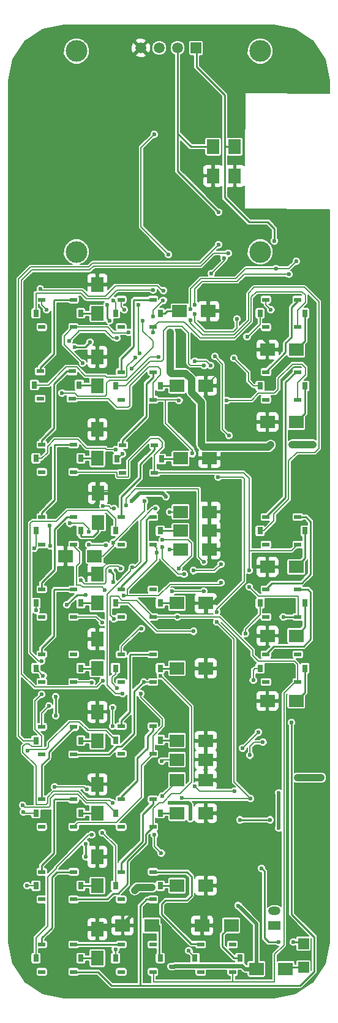
<source format=gbr>
G04 #@! TF.FileFunction,Copper,L1,Top,Signal*
%FSLAX46Y46*%
G04 Gerber Fmt 4.6, Leading zero omitted, Abs format (unit mm)*
G04 Created by KiCad (PCBNEW 4.0.6) date 07/28/17 14:14:33*
%MOMM*%
%LPD*%
G01*
G04 APERTURE LIST*
%ADD10C,0.100000*%
%ADD11C,3.000000*%
%ADD12C,1.500000*%
%ADD13R,1.500000X1.500000*%
%ADD14R,1.000000X0.600000*%
%ADD15R,0.800000X1.000000*%
%ADD16R,1.700000X2.000000*%
%ADD17R,2.000000X1.700000*%
%ADD18R,1.700000X1.200000*%
%ADD19O,1.700000X1.200000*%
%ADD20C,0.600000*%
%ADD21C,0.500000*%
%ADD22C,0.580000*%
%ADD23C,0.160000*%
%ADD24C,1.000000*%
%ADD25C,0.250000*%
%ADD26C,0.200000*%
G04 APERTURE END LIST*
D10*
D11*
X96000000Y-57500000D03*
X70600000Y-57500000D03*
X96000000Y-29800000D03*
X70600000Y-29800000D03*
D12*
X82050000Y-29350000D03*
X84590000Y-29350000D03*
D13*
X87130000Y-29350000D03*
D12*
X79510000Y-29350000D03*
D14*
X70200000Y-113100000D03*
X70200000Y-116900000D03*
X65800000Y-116900000D03*
D15*
X71200000Y-115000000D03*
X65000000Y-115000000D03*
D14*
X65800000Y-113100000D03*
X101200000Y-113100000D03*
X101200000Y-116900000D03*
X96800000Y-116900000D03*
D15*
X102200000Y-115000000D03*
X96000000Y-115000000D03*
D14*
X96800000Y-113100000D03*
X92200000Y-153100000D03*
X92200000Y-156900000D03*
X87800000Y-156900000D03*
D15*
X93200000Y-155000000D03*
X87000000Y-155000000D03*
D14*
X87800000Y-153100000D03*
X81200000Y-104100000D03*
X81200000Y-107900000D03*
X76800000Y-107900000D03*
D15*
X82200000Y-106000000D03*
X76000000Y-106000000D03*
D14*
X76800000Y-104100000D03*
X81200000Y-153100000D03*
X81200000Y-156900000D03*
X76800000Y-156900000D03*
D15*
X82200000Y-155000000D03*
X76000000Y-155000000D03*
D14*
X76800000Y-153100000D03*
X70200000Y-104100000D03*
X70200000Y-107900000D03*
X65800000Y-107900000D03*
D15*
X71200000Y-106000000D03*
X65000000Y-106000000D03*
D14*
X65800000Y-104100000D03*
X101200000Y-104100000D03*
X101200000Y-107900000D03*
X96800000Y-107900000D03*
D15*
X102200000Y-106000000D03*
X96000000Y-106000000D03*
D14*
X96800000Y-104100000D03*
X81200000Y-143100000D03*
X81200000Y-146900000D03*
X76800000Y-146900000D03*
D15*
X82200000Y-145000000D03*
X76000000Y-145000000D03*
D14*
X76800000Y-143100000D03*
X81200000Y-94100000D03*
X81200000Y-97900000D03*
X76800000Y-97900000D03*
D15*
X82200000Y-96000000D03*
X76000000Y-96000000D03*
D14*
X76800000Y-94100000D03*
X70200000Y-153100000D03*
X70200000Y-156900000D03*
X65800000Y-156900000D03*
D15*
X71200000Y-155000000D03*
X65000000Y-155000000D03*
D14*
X65800000Y-153100000D03*
X70200000Y-94100000D03*
X70200000Y-97900000D03*
X65800000Y-97900000D03*
D15*
X71200000Y-96000000D03*
X65000000Y-96000000D03*
D14*
X65800000Y-94100000D03*
X101200000Y-94100000D03*
X101200000Y-97900000D03*
X96800000Y-97900000D03*
D15*
X102200000Y-96000000D03*
X96000000Y-96000000D03*
D14*
X96800000Y-94100000D03*
X81200000Y-133100000D03*
X81200000Y-136900000D03*
X76800000Y-136900000D03*
D15*
X82200000Y-135000000D03*
X76000000Y-135000000D03*
D14*
X76800000Y-133100000D03*
X81400000Y-84200000D03*
X81400000Y-88000000D03*
X77000000Y-88000000D03*
D15*
X82400000Y-86100000D03*
X76200000Y-86100000D03*
D14*
X77000000Y-84200000D03*
X70200000Y-143100000D03*
X70200000Y-146900000D03*
X65800000Y-146900000D03*
D15*
X71200000Y-145000000D03*
X65000000Y-145000000D03*
D14*
X65800000Y-143100000D03*
X101200000Y-74100000D03*
X101200000Y-77900000D03*
X96800000Y-77900000D03*
D15*
X102200000Y-76000000D03*
X96000000Y-76000000D03*
D14*
X96800000Y-74100000D03*
X81200000Y-123000000D03*
X81200000Y-126800000D03*
X76800000Y-126800000D03*
D15*
X82200000Y-124900000D03*
X76000000Y-124900000D03*
D14*
X76800000Y-123000000D03*
X81200000Y-74100000D03*
X81200000Y-77900000D03*
X76800000Y-77900000D03*
D15*
X82200000Y-76000000D03*
X76000000Y-76000000D03*
D14*
X76800000Y-74100000D03*
X70200000Y-133100000D03*
X70200000Y-136900000D03*
X65800000Y-136900000D03*
D15*
X71200000Y-135000000D03*
X65000000Y-135000000D03*
D14*
X65800000Y-133100000D03*
X70000000Y-74000000D03*
X70000000Y-77800000D03*
X65600000Y-77800000D03*
D15*
X71000000Y-75900000D03*
X64800000Y-75900000D03*
D14*
X65600000Y-74000000D03*
X81200000Y-113100000D03*
X81200000Y-116900000D03*
X76800000Y-116900000D03*
D15*
X82200000Y-115000000D03*
X76000000Y-115000000D03*
D14*
X76800000Y-113100000D03*
X81200000Y-64100000D03*
X81200000Y-67900000D03*
X76800000Y-67900000D03*
D15*
X82200000Y-66000000D03*
X76000000Y-66000000D03*
D14*
X76800000Y-64100000D03*
X70200000Y-123100000D03*
X70200000Y-126900000D03*
X65800000Y-126900000D03*
D15*
X71200000Y-125000000D03*
X65000000Y-125000000D03*
D14*
X65800000Y-123100000D03*
X70200000Y-64100000D03*
X70200000Y-67900000D03*
X65800000Y-67900000D03*
D15*
X71200000Y-66000000D03*
X65000000Y-66000000D03*
D14*
X65800000Y-64100000D03*
D16*
X73500000Y-115000000D03*
X73500000Y-111000000D03*
D17*
X101000000Y-119500000D03*
X97000000Y-119500000D03*
X92000000Y-150500000D03*
X88000000Y-150500000D03*
X84500000Y-106000000D03*
X88500000Y-106000000D03*
X81000000Y-150500000D03*
X77000000Y-150500000D03*
D16*
X73500000Y-106000000D03*
X73500000Y-102000000D03*
D17*
X84500000Y-145000000D03*
X88500000Y-145000000D03*
X85000000Y-96000000D03*
X89000000Y-96000000D03*
D16*
X73500000Y-155000000D03*
X73500000Y-151000000D03*
X73600000Y-94850000D03*
X73600000Y-90850000D03*
D17*
X101000000Y-110500000D03*
X97000000Y-110500000D03*
X101000000Y-101000000D03*
X97000000Y-101000000D03*
X84500000Y-135000000D03*
X88500000Y-135000000D03*
X85000000Y-86000000D03*
X89000000Y-86000000D03*
D16*
X73500000Y-145000000D03*
X73500000Y-141000000D03*
X73500000Y-86000000D03*
X73500000Y-82000000D03*
D17*
X101000000Y-81000000D03*
X97000000Y-81000000D03*
X84500000Y-125000000D03*
X88500000Y-125000000D03*
X84500000Y-76000000D03*
X88500000Y-76000000D03*
D16*
X73500000Y-135000000D03*
X73500000Y-131000000D03*
X73500000Y-76000000D03*
X73500000Y-72000000D03*
D17*
X101000000Y-71000000D03*
X97000000Y-71000000D03*
X84500000Y-115000000D03*
X88500000Y-115000000D03*
X84850000Y-65700000D03*
X88850000Y-65700000D03*
D16*
X73500000Y-125000000D03*
X73500000Y-121000000D03*
X73500000Y-66000000D03*
X73500000Y-62000000D03*
D17*
X95500000Y-156500000D03*
X99500000Y-156500000D03*
D16*
X92500000Y-47000000D03*
X92500000Y-43000000D03*
D17*
X88500000Y-130400000D03*
X84500000Y-130400000D03*
D16*
X89500000Y-47000000D03*
X89500000Y-43000000D03*
D17*
X84500000Y-127600000D03*
X88500000Y-127600000D03*
X89000000Y-93400000D03*
X85000000Y-93400000D03*
X69100000Y-99500000D03*
X73100000Y-99500000D03*
X89000000Y-98600000D03*
X85000000Y-98600000D03*
D18*
X98000000Y-150500000D03*
D19*
X98000000Y-148500000D03*
D13*
X102000000Y-156300000D03*
X102000000Y-153000000D03*
D14*
X101200000Y-64100000D03*
X101200000Y-67900000D03*
X96800000Y-67900000D03*
D15*
X102200000Y-66000000D03*
X96000000Y-66000000D03*
D14*
X96800000Y-64100000D03*
X70200000Y-84100000D03*
X70200000Y-87900000D03*
X65800000Y-87900000D03*
D15*
X71200000Y-86000000D03*
X65000000Y-86000000D03*
D14*
X65800000Y-84100000D03*
D20*
X92975000Y-147750000D03*
X83700000Y-156150000D03*
X67725000Y-118924998D03*
X103325000Y-84125000D03*
X66950000Y-98100000D03*
X75200000Y-67050000D03*
X74850002Y-64800000D03*
X104400000Y-130099976D03*
X81350000Y-41300000D03*
X83350000Y-57900000D03*
X72500000Y-69950000D03*
X70350000Y-70650000D03*
X66900000Y-95300000D03*
X69300000Y-106250000D03*
X71900000Y-141000000D03*
X71900000Y-139200000D03*
X67750000Y-121550000D03*
X71850000Y-104850000D03*
X75300000Y-101550000D03*
X75700000Y-103050000D03*
X86350000Y-135800000D03*
X98600000Y-137050000D03*
X100450000Y-84100000D03*
X97550000Y-84050000D03*
X101200000Y-130100000D03*
X83600000Y-68650000D03*
X78650000Y-145650000D03*
X81100000Y-145250000D03*
X87850000Y-84150000D03*
X83000000Y-91300000D03*
X78250000Y-91950000D03*
X98600000Y-132200000D03*
X83450000Y-133600000D03*
X73000000Y-92629978D03*
X75770000Y-99760000D03*
X80850772Y-46715000D03*
X72250000Y-150850000D03*
X68000000Y-61800000D03*
X68500000Y-102200000D03*
X68550000Y-104950000D03*
X64600000Y-94100000D03*
X69100000Y-66300000D03*
X69100000Y-64750000D03*
X73450000Y-69500000D03*
X88600000Y-107300000D03*
X88600000Y-108600000D03*
X69800000Y-102200000D03*
X71400000Y-101900000D03*
X88800000Y-72000000D03*
X77500000Y-61350000D03*
X77900000Y-63450000D03*
X77750000Y-67100000D03*
X95400000Y-110450000D03*
X91000000Y-111350000D03*
X78550000Y-148800000D03*
X82750000Y-136100000D03*
X90800000Y-135000000D03*
X90750000Y-131250000D03*
X73500000Y-142950000D03*
X73500000Y-148550000D03*
X69100000Y-121700000D03*
X68800000Y-127350000D03*
X73550000Y-136950000D03*
X75100000Y-139600000D03*
X76600000Y-138850000D03*
X78800000Y-138850000D03*
X88450000Y-120650000D03*
X76750000Y-120650000D03*
X76250000Y-90500000D03*
X78850000Y-100100000D03*
X69100000Y-98000000D03*
X73500000Y-73950000D03*
X73500000Y-78750000D03*
X73500000Y-83750000D03*
X73500000Y-88650000D03*
X95450000Y-101000000D03*
X92900000Y-100300000D03*
X93050000Y-62500000D03*
X95500000Y-69100000D03*
X92700000Y-59100000D03*
X92800000Y-138200000D03*
X83200000Y-148800000D03*
X100600000Y-152800000D03*
X98600000Y-152800000D03*
X96200000Y-142600000D03*
X91680000Y-82860000D03*
X89750000Y-71950000D03*
X83800000Y-104400000D03*
X88200000Y-104400000D03*
X87000000Y-66100000D03*
X92800000Y-66800000D03*
X72340000Y-96180000D03*
X72350000Y-97950000D03*
X74700000Y-98000000D03*
X69700000Y-95000000D03*
X83500000Y-98600000D03*
X75700000Y-97629998D03*
X80050000Y-91950000D03*
X83500000Y-93400000D03*
X82400000Y-127800000D03*
X90250000Y-52000032D03*
X85150000Y-132849990D03*
X94700000Y-133000000D03*
X90200000Y-88600000D03*
X90000000Y-107200000D03*
X90000000Y-108600000D03*
X100000000Y-60600000D03*
X87000000Y-64800000D03*
X82450000Y-132650000D03*
X101000000Y-58800000D03*
X92450000Y-132000000D03*
X86950000Y-131300000D03*
X98000000Y-56000000D03*
X86400000Y-65400000D03*
X98200000Y-59800000D03*
X75700000Y-64200000D03*
X91000000Y-58350000D03*
X89250000Y-60500000D03*
X91600000Y-57700000D03*
X76250000Y-117750000D03*
X74250000Y-116750000D03*
X94200000Y-69200000D03*
X78780000Y-72110000D03*
X79330000Y-71500000D03*
X63266620Y-134845746D03*
X79200000Y-64800000D03*
X88250000Y-73200000D03*
X63860032Y-126350000D03*
X82000000Y-72000000D03*
X68600000Y-77000000D03*
X89150000Y-73200000D03*
X92400000Y-72200000D03*
X87000000Y-72600000D03*
X76000000Y-84800000D03*
X63800000Y-145000000D03*
X69600000Y-69800000D03*
X76200000Y-69400000D03*
X79800000Y-67000000D03*
X77000000Y-85400000D03*
X78200000Y-73600000D03*
X63140010Y-133900000D03*
X82650000Y-62850000D03*
X65600000Y-62600000D03*
X81200000Y-66400000D03*
X82600000Y-64200000D03*
X86400000Y-66950000D03*
X81200000Y-62800000D03*
X90250000Y-56500000D03*
X93200000Y-135900000D03*
X97400000Y-135900000D03*
X100360000Y-122510000D03*
X77100000Y-104950000D03*
X74500000Y-104150000D03*
X99200000Y-107900000D03*
X90600000Y-103200000D03*
X94500000Y-103750000D03*
X81750000Y-99000000D03*
X86780000Y-101520000D03*
X82220000Y-116000016D03*
X90600000Y-100600000D03*
X94500000Y-101500000D03*
X81580000Y-92930000D03*
X86650000Y-85350000D03*
X78350000Y-101050000D03*
X91400000Y-78000000D03*
X84800000Y-78000000D03*
X79500000Y-118500000D03*
X77000000Y-118500000D03*
X71250000Y-102850000D03*
X76700000Y-101200000D03*
X71450000Y-72850000D03*
X77800000Y-68600000D03*
X81200000Y-68600000D03*
X79900000Y-116900000D03*
X66500000Y-65500000D03*
X74300000Y-92629978D03*
X75800000Y-92900000D03*
X66800000Y-120200000D03*
X77250000Y-65500000D03*
X88210000Y-100300000D03*
X77450000Y-92500000D03*
X79600000Y-109500000D03*
X97500000Y-65500000D03*
X84723612Y-101202775D03*
X72700000Y-116960000D03*
X82500000Y-97250000D03*
X85510000Y-102020000D03*
X84550000Y-107900000D03*
X75750000Y-108150000D03*
X74150000Y-108700000D03*
X82500000Y-98250000D03*
X66000000Y-116000000D03*
X95050000Y-116650000D03*
X93600000Y-126000000D03*
X95800000Y-123800000D03*
X81400000Y-137990000D03*
X82340000Y-140500000D03*
X86150000Y-154000000D03*
X86800000Y-109900000D03*
X96400000Y-125200000D03*
X94600000Y-127000000D03*
X76000000Y-153800000D03*
X65000000Y-107000000D03*
X75630000Y-120430000D03*
X94000000Y-110200000D03*
X75600000Y-123000000D03*
X74200000Y-137700000D03*
X75605125Y-133605135D03*
X65800000Y-118600000D03*
X65800000Y-114000000D03*
X72700000Y-138000000D03*
X72060000Y-131730000D03*
X64800000Y-98400000D03*
X67600000Y-131400000D03*
D21*
X95500000Y-150275000D02*
X93274999Y-148049999D01*
X95500000Y-156500000D02*
X95500000Y-150275000D01*
X93274999Y-148049999D02*
X92975000Y-147750000D01*
D22*
X84174262Y-156100002D02*
X84124264Y-156150000D01*
X93520002Y-156100002D02*
X84174262Y-156100002D01*
X93920000Y-156500000D02*
X93520002Y-156100002D01*
X95500000Y-156500000D02*
X93920000Y-156500000D01*
X84124264Y-156150000D02*
X83700000Y-156150000D01*
D23*
X83350000Y-57900000D02*
X79540000Y-54090000D01*
X79540000Y-54090000D02*
X79540000Y-43110000D01*
X79540000Y-43110000D02*
X81350000Y-41300000D01*
D24*
X83600000Y-68650000D02*
X83600000Y-74150000D01*
X83600000Y-74150000D02*
X83710000Y-74260000D01*
X83710000Y-74260000D02*
X85656898Y-74260000D01*
X85656898Y-74260000D02*
X86500000Y-75103102D01*
X86500000Y-75103102D02*
X86500000Y-76900000D01*
X86500000Y-76900000D02*
X87850000Y-78250000D01*
D25*
X67750000Y-118949998D02*
X67725000Y-118924998D01*
X67750000Y-121550000D02*
X67750000Y-118949998D01*
D24*
X100450000Y-84100000D02*
X103300000Y-84100000D01*
X103300000Y-84100000D02*
X103325000Y-84125000D01*
D25*
X66900000Y-98050000D02*
X66950000Y-98100000D01*
X66900000Y-95300000D02*
X66900000Y-98050000D01*
X74850002Y-64800000D02*
X74850002Y-66700002D01*
X74850002Y-66700002D02*
X74900001Y-66750001D01*
X74900001Y-66750001D02*
X75200000Y-67050000D01*
D24*
X104399976Y-130100000D02*
X104400000Y-130099976D01*
X101200000Y-130100000D02*
X104399976Y-130100000D01*
D23*
X81300000Y-41250000D02*
X81350000Y-41300000D01*
D25*
X70350000Y-70650000D02*
X71800000Y-70650000D01*
X71800000Y-70650000D02*
X72500000Y-69950000D01*
X69300000Y-106250000D02*
X70700000Y-104850000D01*
X70700000Y-104850000D02*
X71850000Y-104850000D01*
X71900000Y-139200000D02*
X71900000Y-141000000D01*
X75700000Y-101950000D02*
X75300000Y-101550000D01*
X75700000Y-103050000D02*
X75700000Y-101950000D01*
D21*
X86100000Y-133600000D02*
X86350000Y-133850000D01*
X86350000Y-133850000D02*
X86350000Y-135800000D01*
X83450000Y-133600000D02*
X86100000Y-133600000D01*
X86100000Y-133600000D02*
X86200000Y-133700000D01*
D23*
X86300000Y-135550000D02*
X86300004Y-135550004D01*
X98600000Y-136850000D02*
X98600000Y-137050000D01*
D24*
X87850000Y-84150000D02*
X88149999Y-84449999D01*
X88149999Y-84449999D02*
X97150001Y-84449999D01*
X97150001Y-84449999D02*
X97450000Y-84150000D01*
D23*
X97450000Y-84150000D02*
X97550000Y-84050000D01*
X87850000Y-78250000D02*
X87850000Y-78450000D01*
D24*
X87850000Y-78450000D02*
X87850000Y-84150000D01*
X78650000Y-145650000D02*
X79050000Y-145250000D01*
X79050000Y-145250000D02*
X80550000Y-145250000D01*
D21*
X81100000Y-145250000D02*
X81050000Y-145250000D01*
D24*
X80550000Y-145250000D02*
X81050000Y-145250000D01*
D25*
X80550000Y-145250000D02*
X80150000Y-145250000D01*
D21*
X79300000Y-90850000D02*
X82550000Y-90850000D01*
X82550000Y-90850000D02*
X83000000Y-91300000D01*
X78250000Y-91900000D02*
X79300000Y-90850000D01*
D23*
X78250000Y-91950000D02*
X78250000Y-91900000D01*
D21*
X98600000Y-136850000D02*
X98600000Y-132200000D01*
X73299999Y-92329979D02*
X73000000Y-92629978D01*
X73500000Y-90600000D02*
X73500000Y-92129978D01*
X73500000Y-92129978D02*
X73299999Y-92329979D01*
D23*
X78850000Y-100100000D02*
X78510000Y-99760000D01*
X73500000Y-102000000D02*
X73500000Y-101850000D01*
X76194264Y-99760000D02*
X75770000Y-99760000D01*
X78510000Y-99760000D02*
X76194264Y-99760000D01*
X73500000Y-101850000D02*
X75590000Y-99760000D01*
X75590000Y-99760000D02*
X75770000Y-99760000D01*
D21*
X73500000Y-121000000D02*
X73500000Y-119050000D01*
X73500000Y-119050000D02*
X75574264Y-119050000D01*
X75574264Y-119050000D02*
X76750000Y-120225736D01*
X76750000Y-120225736D02*
X76750000Y-120650000D01*
X79510000Y-29350000D02*
X82138271Y-31978271D01*
X81150771Y-46415001D02*
X80850772Y-46715000D01*
X92700000Y-57714964D02*
X81700036Y-46715000D01*
X82138271Y-31978271D02*
X82138271Y-45427501D01*
X81275036Y-46715000D02*
X80850772Y-46715000D01*
X92700000Y-59100000D02*
X92700000Y-57714964D01*
X82138271Y-45427501D02*
X81150771Y-46415001D01*
X81700036Y-46715000D02*
X81275036Y-46715000D01*
X72250000Y-150850000D02*
X73350000Y-150850000D01*
X73350000Y-150850000D02*
X73500000Y-151000000D01*
X68200000Y-62000000D02*
X68000000Y-61800000D01*
X73500000Y-62000000D02*
X68200000Y-62000000D01*
X67575736Y-61800000D02*
X68000000Y-61800000D01*
X64050000Y-61800000D02*
X67575736Y-61800000D01*
X63650000Y-62200000D02*
X64050000Y-61800000D01*
X63650000Y-93150000D02*
X63650000Y-62200000D01*
X64600000Y-94100000D02*
X63650000Y-93150000D01*
X68500000Y-102200000D02*
X69800000Y-102200000D01*
X68500000Y-109750000D02*
X68500000Y-105000000D01*
X68500000Y-105000000D02*
X68550000Y-104950000D01*
X73500000Y-111000000D02*
X69750000Y-111000000D01*
X69750000Y-111000000D02*
X68500000Y-109750000D01*
X69100000Y-66300000D02*
X69100000Y-64750000D01*
X73500000Y-72000000D02*
X73500000Y-69550000D01*
X73500000Y-69550000D02*
X73450000Y-69500000D01*
X88600000Y-107300000D02*
X88600000Y-106100000D01*
X88600000Y-106100000D02*
X88500000Y-106000000D01*
X91000000Y-111350000D02*
X91000000Y-111000000D01*
X91000000Y-111000000D02*
X88600000Y-108600000D01*
X88500000Y-106000000D02*
X89550000Y-106000000D01*
X89550000Y-106000000D02*
X92900000Y-102650000D01*
X69100000Y-101500000D02*
X69100000Y-99500000D01*
X69800000Y-102200000D02*
X69100000Y-101500000D01*
X71400000Y-101900000D02*
X71500000Y-102000000D01*
X71500000Y-102000000D02*
X73500000Y-102000000D01*
D23*
X90000000Y-73050000D02*
X90000000Y-74500000D01*
X90000000Y-74500000D02*
X88500000Y-76000000D01*
X88950000Y-72000000D02*
X90000000Y-73050000D01*
X88800000Y-72000000D02*
X88950000Y-72000000D01*
X75250000Y-61700000D02*
X74950000Y-62000000D01*
X74950000Y-62000000D02*
X73500000Y-62000000D01*
X75250000Y-61350000D02*
X75250000Y-61700000D01*
X77500000Y-61350000D02*
X75250000Y-61350000D01*
X77750000Y-67100000D02*
X77900000Y-66950000D01*
X77900000Y-66950000D02*
X77900000Y-63450000D01*
D21*
X93050000Y-62500000D02*
X93050000Y-63050000D01*
X93050000Y-63050000D02*
X90450000Y-65650000D01*
X90450000Y-65650000D02*
X88850000Y-65650000D01*
X91200000Y-98600000D02*
X89000000Y-98600000D01*
X95400000Y-110450000D02*
X95450000Y-110500000D01*
X95450000Y-110500000D02*
X97000000Y-110500000D01*
X91000000Y-111350000D02*
X91100000Y-111450000D01*
X91100000Y-111450000D02*
X91100000Y-114350000D01*
X91100000Y-114350000D02*
X90450000Y-115000000D01*
X90450000Y-115000000D02*
X88500000Y-115000000D01*
X77000000Y-150500000D02*
X77000000Y-150350000D01*
X77000000Y-150350000D02*
X78550000Y-148800000D01*
D23*
X82750000Y-136100000D02*
X84100000Y-137450000D01*
X84100000Y-137450000D02*
X88500000Y-137450000D01*
D21*
X88500000Y-135000000D02*
X88500000Y-136200000D01*
X88500000Y-136200000D02*
X90500000Y-138200000D01*
X90500000Y-138200000D02*
X92800000Y-138200000D01*
X88500000Y-145000000D02*
X88500000Y-137450000D01*
X88500000Y-137450000D02*
X88500000Y-135000000D01*
X90800000Y-135000000D02*
X88500000Y-135000000D01*
X88500000Y-130400000D02*
X89900000Y-130400000D01*
X89900000Y-130400000D02*
X90750000Y-131250000D01*
X88500000Y-127600000D02*
X88500000Y-130400000D01*
X88500000Y-125000000D02*
X88500000Y-127600000D01*
X88500000Y-145000000D02*
X88500000Y-150000000D01*
X88500000Y-150000000D02*
X88000000Y-150500000D01*
X73500000Y-142950000D02*
X73500000Y-141000000D01*
X73500000Y-151000000D02*
X73500000Y-148550000D01*
X77000000Y-150500000D02*
X74000000Y-150500000D01*
X74000000Y-150500000D02*
X73500000Y-151000000D01*
X69100000Y-121700000D02*
X69800000Y-121000000D01*
X69800000Y-121000000D02*
X73500000Y-121000000D01*
X73500000Y-131000000D02*
X72450000Y-131000000D01*
X72450000Y-131000000D02*
X68800000Y-127350000D01*
D23*
X73550000Y-136950000D02*
X73500000Y-137000000D01*
X73500000Y-137000000D02*
X73500000Y-141000000D01*
X75000000Y-140800000D02*
X74800000Y-141000000D01*
X74800000Y-141000000D02*
X73500000Y-141000000D01*
X75000000Y-139700000D02*
X75000000Y-140800000D01*
X75100000Y-139600000D02*
X75000000Y-139700000D01*
X78800000Y-138850000D02*
X76600000Y-138850000D01*
D21*
X88450000Y-120650000D02*
X88450000Y-124950000D01*
X88450000Y-124950000D02*
X88500000Y-125000000D01*
X88450000Y-120650000D02*
X88450000Y-115050000D01*
X88450000Y-115050000D02*
X88500000Y-115000000D01*
X73500000Y-90600000D02*
X73500000Y-88650000D01*
D23*
X76250000Y-90500000D02*
X73600000Y-90500000D01*
X73600000Y-90500000D02*
X73500000Y-90600000D01*
D21*
X92900000Y-102650000D02*
X92900000Y-100300000D01*
X69100000Y-99500000D02*
X69100000Y-98000000D01*
X73500000Y-73950000D02*
X73500000Y-72000000D01*
X73500000Y-82000000D02*
X73500000Y-78750000D01*
X73500000Y-83750000D02*
X73500000Y-82000000D01*
X95450000Y-101000000D02*
X97000000Y-101000000D01*
X91200000Y-98600000D02*
X92900000Y-100300000D01*
X97000000Y-70000000D02*
X96100000Y-69100000D01*
X96100000Y-69100000D02*
X95500000Y-69100000D01*
X97000000Y-71000000D02*
X97000000Y-70000000D01*
X85650000Y-150500000D02*
X88000000Y-150500000D01*
X83950000Y-148800000D02*
X85650000Y-150500000D01*
X83200000Y-148800000D02*
X83950000Y-148800000D01*
D25*
X102000000Y-156300000D02*
X99700000Y-156300000D01*
X99700000Y-156300000D02*
X99500000Y-156500000D01*
X100600000Y-152800000D02*
X101800000Y-152800000D01*
X101800000Y-152800000D02*
X102000000Y-153000000D01*
X96600000Y-152200000D02*
X97200000Y-152800000D01*
X97200000Y-152800000D02*
X98600000Y-152800000D01*
X96600000Y-143000000D02*
X96600000Y-152200000D01*
X96200000Y-142600000D02*
X96600000Y-143000000D01*
D23*
X91380001Y-82560001D02*
X91680000Y-82860000D01*
X90800001Y-81980001D02*
X91380001Y-82560001D01*
X90800001Y-73000001D02*
X90800001Y-81980001D01*
X89750000Y-71950000D02*
X90800001Y-73000001D01*
X88200000Y-104400000D02*
X83800000Y-104400000D01*
X87000000Y-66100000D02*
X87000000Y-67200000D01*
X92300000Y-68525000D02*
X92800000Y-68025000D01*
X87000000Y-67200000D02*
X88325000Y-68525000D01*
X88325000Y-68525000D02*
X92300000Y-68525000D01*
X92800000Y-68025000D02*
X92800000Y-66800000D01*
X69700000Y-95000000D02*
X71584264Y-95000000D01*
X71584264Y-95000000D02*
X72340000Y-95755736D01*
X72340000Y-95755736D02*
X72340000Y-96180000D01*
X72350000Y-97950000D02*
X72400000Y-98000000D01*
X72400000Y-98000000D02*
X74700000Y-98000000D01*
X85000000Y-98600000D02*
X83500000Y-98600000D01*
X80050000Y-93279998D02*
X75999999Y-97329999D01*
X75700000Y-98060000D02*
X75700000Y-98054262D01*
X75999999Y-97329999D02*
X75700000Y-97629998D01*
X74260000Y-99500000D02*
X75700000Y-98060000D01*
X80050000Y-91950000D02*
X80050000Y-93279998D01*
X73100000Y-99500000D02*
X74260000Y-99500000D01*
X75700000Y-98054262D02*
X75700000Y-97629998D01*
X83500000Y-93400000D02*
X85000000Y-93400000D01*
X82400000Y-127800000D02*
X82600000Y-127600000D01*
X82600000Y-127600000D02*
X84500000Y-127600000D01*
D25*
X84590000Y-29380000D02*
X84590000Y-41160000D01*
X84590000Y-41160000D02*
X84590000Y-46340032D01*
X89500000Y-43000000D02*
X86430000Y-43000000D01*
X86430000Y-43000000D02*
X84590000Y-41160000D01*
X84590000Y-46340032D02*
X89950001Y-51700033D01*
X89950001Y-51700033D02*
X90250000Y-52000032D01*
D23*
X94700000Y-133000000D02*
X85300010Y-133000000D01*
X85300010Y-133000000D02*
X85150000Y-132849990D01*
X94700000Y-133000000D02*
X92400000Y-130700000D01*
X92400000Y-130700000D02*
X92400000Y-111000000D01*
X92400000Y-111000000D02*
X90000000Y-108600000D01*
X93600000Y-88600000D02*
X90200000Y-88600000D01*
X93800000Y-88800000D02*
X93600000Y-88600000D01*
X93800000Y-103000000D02*
X93800000Y-88800000D01*
X90000000Y-106800000D02*
X93800000Y-103000000D01*
X90000000Y-107200000D02*
X90000000Y-106800000D01*
X100000000Y-60600000D02*
X93800000Y-60600000D01*
X93800000Y-60600000D02*
X92800000Y-61600000D01*
X92800000Y-61600000D02*
X88000000Y-61600000D01*
X88000000Y-61600000D02*
X87000000Y-62600000D01*
X87000000Y-62600000D02*
X87000000Y-64800000D01*
X82450000Y-132650000D02*
X84500000Y-130600000D01*
X84500000Y-130600000D02*
X84500000Y-130400000D01*
D25*
X98000000Y-56000000D02*
X98000000Y-54330000D01*
X98000000Y-54330000D02*
X97060000Y-53390000D01*
X97060000Y-53390000D02*
X94500000Y-53390000D01*
X91110000Y-50000000D02*
X91110000Y-42840000D01*
X94500000Y-53390000D02*
X91110000Y-50000000D01*
X91110000Y-42840000D02*
X91110000Y-35870000D01*
X91270000Y-43000000D02*
X92500000Y-43000000D01*
X91110000Y-42840000D02*
X91270000Y-43000000D01*
X87180000Y-31940000D02*
X87180000Y-29320000D01*
X91110000Y-35870000D02*
X87180000Y-31940000D01*
D23*
X101000000Y-58800000D02*
X100000000Y-59800000D01*
X100000000Y-59800000D02*
X98200000Y-59800000D01*
X92450000Y-132000000D02*
X92400000Y-131950000D01*
X92400000Y-131950000D02*
X87600000Y-131950000D01*
X87600000Y-131950000D02*
X86950000Y-131300000D01*
X92600000Y-61200000D02*
X94000000Y-59800000D01*
X94000000Y-59800000D02*
X98200000Y-59800000D01*
X86400000Y-65400000D02*
X86400000Y-62600000D01*
X86400000Y-62600000D02*
X87800000Y-61200000D01*
X87800000Y-61200000D02*
X92600000Y-61200000D01*
D25*
X71200000Y-66000000D02*
X73500000Y-66000000D01*
X71200000Y-125000000D02*
X73500000Y-125000000D01*
X82850000Y-66000000D02*
X83150000Y-65700000D01*
X83150000Y-65700000D02*
X84850000Y-65700000D01*
X82200000Y-66000000D02*
X82850000Y-66000000D01*
X82200000Y-115000000D02*
X84500000Y-115000000D01*
X102200000Y-66000000D02*
X102200000Y-69800000D01*
X102200000Y-69800000D02*
X101000000Y-71000000D01*
X71000000Y-75900000D02*
X73400000Y-75900000D01*
X73400000Y-75900000D02*
X73500000Y-76000000D01*
X71200000Y-135000000D02*
X73500000Y-135000000D01*
X82200000Y-76000000D02*
X84500000Y-76000000D01*
X82200000Y-124900000D02*
X84400000Y-124900000D01*
X84400000Y-124900000D02*
X84500000Y-125000000D01*
X102200000Y-76000000D02*
X102200000Y-79800000D01*
X102200000Y-79800000D02*
X101000000Y-81000000D01*
X71200000Y-86000000D02*
X73500000Y-86000000D01*
X71200000Y-145000000D02*
X73500000Y-145000000D01*
X82400000Y-86100000D02*
X84900000Y-86100000D01*
X84900000Y-86100000D02*
X85000000Y-86000000D01*
X82200000Y-135000000D02*
X84500000Y-135000000D01*
X102200000Y-96000000D02*
X102200000Y-99800000D01*
X102200000Y-99800000D02*
X101000000Y-101000000D01*
X102200000Y-106000000D02*
X102200000Y-109300000D01*
X102200000Y-109300000D02*
X101000000Y-110500000D01*
X71200000Y-96000000D02*
X71200000Y-96750000D01*
X71200000Y-96750000D02*
X71310000Y-96860000D01*
X71310000Y-96860000D02*
X72875002Y-96860000D01*
X72875002Y-96860000D02*
X73600000Y-96135002D01*
X73600000Y-96135002D02*
X73600000Y-96100000D01*
X73600000Y-96100000D02*
X73600000Y-94850000D01*
X71200000Y-155000000D02*
X73500000Y-155000000D01*
X82200000Y-96000000D02*
X85000000Y-96000000D01*
X82200000Y-145000000D02*
X84500000Y-145000000D01*
X71200000Y-106000000D02*
X73500000Y-106000000D01*
X81000000Y-150500000D02*
X82050000Y-150500000D01*
X82050000Y-150500000D02*
X82050000Y-154850000D01*
X82050000Y-154850000D02*
X82200000Y-155000000D01*
X82200000Y-106000000D02*
X84500000Y-106000000D01*
X90800000Y-153400000D02*
X90800000Y-151700000D01*
X90800000Y-151700000D02*
X92000000Y-150500000D01*
X92400000Y-155000000D02*
X90800000Y-153400000D01*
X93200000Y-155000000D02*
X92400000Y-155000000D01*
X102200000Y-115000000D02*
X102200000Y-118300000D01*
X102200000Y-118300000D02*
X101000000Y-119500000D01*
X71200000Y-115000000D02*
X73500000Y-115000000D01*
X67500000Y-64200000D02*
X67500000Y-71550000D01*
X67500000Y-71550000D02*
X65600000Y-73450000D01*
X65600000Y-73450000D02*
X65600000Y-74000000D01*
X67600000Y-64100000D02*
X67500000Y-64200000D01*
X70200000Y-64100000D02*
X67600000Y-64100000D01*
X70200000Y-123100000D02*
X70200000Y-123110000D01*
X70200000Y-123110000D02*
X66770000Y-126540000D01*
X66770000Y-126540000D02*
X66770000Y-127390000D01*
X66770000Y-127390000D02*
X65800000Y-128360000D01*
X65800000Y-128360000D02*
X65800000Y-132200000D01*
X65800000Y-132200000D02*
X65800000Y-133100000D01*
X78500000Y-64200000D02*
X78500000Y-70584998D01*
X78600000Y-64100000D02*
X78500000Y-64200000D01*
X81200000Y-64100000D02*
X78600000Y-64100000D01*
X76800000Y-72284998D02*
X76800000Y-73550000D01*
X76800000Y-73550000D02*
X76800000Y-74100000D01*
X78500000Y-70584998D02*
X76800000Y-72284998D01*
X78000000Y-121000000D02*
X76800000Y-122200000D01*
X76800000Y-122200000D02*
X76800000Y-123000000D01*
X78000000Y-113200000D02*
X78000000Y-121000000D01*
X78100000Y-113100000D02*
X78000000Y-113200000D01*
X81200000Y-113100000D02*
X78100000Y-113100000D01*
X101200000Y-64100000D02*
X101200000Y-64300000D01*
X101200000Y-64300000D02*
X100350000Y-65150000D01*
X100350000Y-65150000D02*
X100350000Y-69275000D01*
X100350000Y-69275000D02*
X99525000Y-70100000D01*
X99525000Y-70100000D02*
X99525000Y-71375000D01*
X99525000Y-71375000D02*
X96800000Y-74100000D01*
X69250000Y-74000000D02*
X67500000Y-75750000D01*
X67500000Y-75750000D02*
X67500000Y-81850000D01*
X67500000Y-81850000D02*
X65800000Y-83550000D01*
X65800000Y-83550000D02*
X65800000Y-84100000D01*
X70000000Y-74000000D02*
X69250000Y-74000000D01*
X67500000Y-140500000D02*
X65800000Y-142200000D01*
X65800000Y-142200000D02*
X65800000Y-143100000D01*
X67500000Y-133200000D02*
X67500000Y-140500000D01*
X67600000Y-133100000D02*
X67500000Y-133200000D01*
X70200000Y-133100000D02*
X67600000Y-133100000D01*
X81200000Y-74100000D02*
X81200000Y-74800000D01*
X81200000Y-74800000D02*
X80275000Y-75725000D01*
X80275000Y-75725000D02*
X80275000Y-80225000D01*
X77000000Y-83500000D02*
X77000000Y-84200000D01*
X80275000Y-80225000D02*
X77000000Y-83500000D01*
X81200000Y-123000000D02*
X81200000Y-123600000D01*
X81200000Y-123600000D02*
X80400000Y-124400000D01*
X80400000Y-124400000D02*
X80400000Y-126000000D01*
X76800000Y-132700000D02*
X76800000Y-133100000D01*
X80400000Y-126000000D02*
X79000000Y-127400000D01*
X79000000Y-127400000D02*
X79000000Y-130500000D01*
X79000000Y-130500000D02*
X76800000Y-132700000D01*
X101200000Y-74100000D02*
X100900000Y-74100000D01*
X100900000Y-74100000D02*
X99500000Y-75500000D01*
X99500000Y-75500000D02*
X99500000Y-91400000D01*
X99500000Y-91400000D02*
X96800000Y-94100000D01*
X70200000Y-84100000D02*
X67600000Y-84100000D01*
X67600000Y-84100000D02*
X67600000Y-91750000D01*
X67600000Y-91750000D02*
X65800000Y-93550000D01*
X65800000Y-93550000D02*
X65800000Y-94100000D01*
X70200000Y-143100000D02*
X67900000Y-143100000D01*
X67200000Y-143800000D02*
X67200000Y-150800000D01*
X67900000Y-143100000D02*
X67200000Y-143800000D01*
X67200000Y-150800000D02*
X65800000Y-152200000D01*
X65800000Y-152200000D02*
X65800000Y-153100000D01*
X81400000Y-84200000D02*
X81400000Y-84825000D01*
X81400000Y-84825000D02*
X79425000Y-86800000D01*
X79425000Y-86800000D02*
X79425000Y-88725000D01*
X79425000Y-88725000D02*
X76800000Y-91350000D01*
X76800000Y-91350000D02*
X76800000Y-94100000D01*
X81200000Y-133100000D02*
X81200000Y-133725000D01*
X81200000Y-133725000D02*
X79724988Y-135200012D01*
X79724988Y-135200012D02*
X79724988Y-138900012D01*
X79724988Y-138900012D02*
X76800000Y-141825000D01*
X76800000Y-141825000D02*
X76800000Y-142550000D01*
X76800000Y-142550000D02*
X76800000Y-143100000D01*
X101200000Y-94100000D02*
X102350000Y-94100000D01*
X102350000Y-94100000D02*
X103000000Y-94750000D01*
X103000000Y-94750000D02*
X103000000Y-102000000D01*
X101750000Y-103250000D02*
X97650000Y-103250000D01*
X103000000Y-102000000D02*
X101750000Y-103250000D01*
X97650000Y-103250000D02*
X96800000Y-104100000D01*
X70200000Y-94100000D02*
X69280000Y-94100000D01*
X67600000Y-95780000D02*
X67600000Y-101400000D01*
X69280000Y-94100000D02*
X67600000Y-95780000D01*
X67600000Y-101400000D02*
X65800000Y-103200000D01*
X65800000Y-103200000D02*
X65800000Y-104100000D01*
X70200000Y-153100000D02*
X76800000Y-153100000D01*
X81200000Y-94100000D02*
X80650000Y-94100000D01*
X80250000Y-100250000D02*
X76800000Y-103700000D01*
X80650000Y-94100000D02*
X80250000Y-94500000D01*
X76800000Y-103700000D02*
X76800000Y-104100000D01*
X80250000Y-94500000D02*
X80250000Y-100250000D01*
X81200000Y-143100000D02*
X85900000Y-143100000D01*
X82420000Y-147550000D02*
X82420000Y-148970000D01*
X85900000Y-143100000D02*
X86500000Y-143700000D01*
X86500000Y-143700000D02*
X86500000Y-146400000D01*
X86500000Y-146400000D02*
X85850000Y-147050000D01*
X85850000Y-147050000D02*
X82920000Y-147050000D01*
X82920000Y-147050000D02*
X82420000Y-147550000D01*
X82420000Y-148970000D02*
X86450000Y-153000000D01*
X87700000Y-153000000D02*
X87800000Y-153100000D01*
X86450000Y-153000000D02*
X87700000Y-153000000D01*
X101200000Y-104100000D02*
X102600000Y-104100000D01*
X102600000Y-104100000D02*
X103000000Y-104500000D01*
X103000000Y-104500000D02*
X103000000Y-111000000D01*
X103000000Y-111000000D02*
X102000000Y-112000000D01*
X97900000Y-112000000D02*
X96800000Y-113100000D01*
X102000000Y-112000000D02*
X97900000Y-112000000D01*
X67500000Y-110500000D02*
X65800000Y-112200000D01*
X65800000Y-112200000D02*
X65800000Y-113100000D01*
X67500000Y-104200000D02*
X67500000Y-110500000D01*
X67600000Y-104100000D02*
X67500000Y-104200000D01*
X70200000Y-104100000D02*
X67600000Y-104100000D01*
D23*
X75700000Y-64200000D02*
X76000000Y-64500000D01*
X76000000Y-64500000D02*
X76000000Y-66000000D01*
X91000000Y-58350000D02*
X91000000Y-58750000D01*
X91000000Y-58750000D02*
X89250000Y-60500000D01*
X91600000Y-57700000D02*
X89559132Y-57700000D01*
X89559132Y-57700000D02*
X87799121Y-59460011D01*
X87799121Y-59460011D02*
X72989989Y-59460011D01*
X63000000Y-115750000D02*
X64850000Y-117600000D01*
X72989989Y-59460011D02*
X72440000Y-60010000D01*
X72440000Y-60010000D02*
X64440000Y-60010000D01*
X64440000Y-60010000D02*
X63000000Y-61450000D01*
X63000000Y-61450000D02*
X63000000Y-115750000D01*
X73950001Y-117049999D02*
X74250000Y-116750000D01*
X64850000Y-117600000D02*
X73400000Y-117600000D01*
X73400000Y-117600000D02*
X73950001Y-117049999D01*
X76250000Y-117750000D02*
X75500000Y-117000000D01*
X75500000Y-117000000D02*
X75500000Y-116250000D01*
X75500000Y-116250000D02*
X76000000Y-115750000D01*
X76000000Y-115750000D02*
X76000000Y-115000000D01*
X94300000Y-69200000D02*
X96000000Y-67500000D01*
X96000000Y-67500000D02*
X96000000Y-66000000D01*
X94200000Y-69200000D02*
X94300000Y-69200000D01*
X77600000Y-73290000D02*
X78480001Y-72409999D01*
X77600000Y-74600000D02*
X77600000Y-73290000D01*
X77400000Y-74800000D02*
X77600000Y-74600000D01*
X71800000Y-74600000D02*
X74600000Y-74600000D01*
X64800000Y-75900000D02*
X66700000Y-75900000D01*
X69200000Y-73400000D02*
X70600000Y-73400000D01*
X74800000Y-74800000D02*
X77400000Y-74800000D01*
X66700000Y-75900000D02*
X69200000Y-73400000D01*
X78480001Y-72409999D02*
X78780000Y-72110000D01*
X74600000Y-74600000D02*
X74800000Y-74800000D01*
X70600000Y-73400000D02*
X71800000Y-74600000D01*
X79200000Y-71370000D02*
X79330000Y-71500000D01*
X79200000Y-64800000D02*
X79200000Y-71370000D01*
X65000000Y-135000000D02*
X63420874Y-135000000D01*
X63420874Y-135000000D02*
X63266620Y-134845746D01*
X88250000Y-73200000D02*
X86370000Y-73200000D01*
X86370000Y-73200000D02*
X86100000Y-72930000D01*
X86100000Y-72930000D02*
X86100000Y-68750000D01*
X80750000Y-72650000D02*
X77400000Y-76000000D01*
X86100000Y-68750000D02*
X85150000Y-67800000D01*
X85150000Y-67800000D02*
X83200000Y-67800000D01*
X82650000Y-72350000D02*
X82350000Y-72650000D01*
X82350000Y-72650000D02*
X80750000Y-72650000D01*
X83200000Y-67800000D02*
X82650000Y-68350000D01*
X82650000Y-68350000D02*
X82650000Y-72350000D01*
X77400000Y-76000000D02*
X76000000Y-76000000D01*
X76000000Y-124900000D02*
X74700000Y-123600000D01*
X74700000Y-123600000D02*
X72200000Y-123600000D01*
X64010032Y-126200000D02*
X63860032Y-126350000D01*
X72200000Y-123600000D02*
X71000000Y-122400000D01*
X66400000Y-126200000D02*
X64010032Y-126200000D01*
X71000000Y-122400000D02*
X69650000Y-122400000D01*
X69650000Y-122400000D02*
X66750000Y-125300000D01*
X66750000Y-125300000D02*
X66750000Y-125850000D01*
X66750000Y-125850000D02*
X66400000Y-126200000D01*
X77600000Y-75200000D02*
X75200000Y-75200000D01*
X82000000Y-72000000D02*
X80800000Y-72000000D01*
X70800000Y-77400000D02*
X70400000Y-77000000D01*
X80800000Y-72000000D02*
X77600000Y-75200000D01*
X75200000Y-75200000D02*
X74800000Y-75600000D01*
X74600000Y-77400000D02*
X70800000Y-77400000D01*
X74800000Y-75600000D02*
X74800000Y-77200000D01*
X74800000Y-77200000D02*
X74600000Y-77400000D01*
X70400000Y-77000000D02*
X68600000Y-77000000D01*
X92400000Y-72200000D02*
X94375000Y-74175000D01*
X94375000Y-75325000D02*
X95050000Y-76000000D01*
X94375000Y-74175000D02*
X94375000Y-75325000D01*
X95050000Y-76000000D02*
X96000000Y-76000000D01*
X88550000Y-72600000D02*
X87000000Y-72600000D01*
X89150000Y-73200000D02*
X88550000Y-72600000D01*
X66600000Y-85200000D02*
X65800000Y-86000000D01*
X65800000Y-86000000D02*
X65000000Y-86000000D01*
X66600000Y-84400000D02*
X66600000Y-85200000D01*
X67600000Y-83400000D02*
X66600000Y-84400000D01*
X70800000Y-83400000D02*
X67600000Y-83400000D01*
X72000000Y-84600000D02*
X70800000Y-83400000D01*
X74600000Y-84600000D02*
X72000000Y-84600000D01*
X74800000Y-84800000D02*
X74600000Y-84600000D01*
X76000000Y-84800000D02*
X74800000Y-84800000D01*
X63800000Y-145000000D02*
X65000000Y-145000000D01*
X70800000Y-68600000D02*
X69600000Y-69800000D01*
X71000000Y-68400000D02*
X70800000Y-68600000D01*
X74600000Y-68400000D02*
X71000000Y-68400000D01*
X75600000Y-69400000D02*
X74600000Y-68400000D01*
X76200000Y-69400000D02*
X75600000Y-69400000D01*
X79800000Y-67000000D02*
X79800000Y-68450000D01*
X79800000Y-68450000D02*
X81175000Y-69825000D01*
X81175000Y-69825000D02*
X81175000Y-70625000D01*
X81175000Y-70625000D02*
X78200000Y-73600000D01*
X77000000Y-85400000D02*
X76300000Y-86100000D01*
X76300000Y-86100000D02*
X76200000Y-86100000D01*
X66800001Y-134199999D02*
X63440009Y-134199999D01*
X76000000Y-135000000D02*
X76000000Y-134900000D01*
X70792466Y-132400000D02*
X67600000Y-132400000D01*
X67600000Y-132400000D02*
X67000000Y-133000000D01*
X74700000Y-133600000D02*
X71992466Y-133600000D01*
X63440009Y-134199999D02*
X63140010Y-133900000D01*
X76000000Y-134900000D02*
X74700000Y-133600000D01*
X71992466Y-133600000D02*
X70792466Y-132400000D01*
X67000000Y-134000000D02*
X66800001Y-134199999D01*
X67000000Y-133000000D02*
X67000000Y-134000000D01*
X82650000Y-62850000D02*
X82450000Y-62850000D01*
X81800000Y-62200000D02*
X76000000Y-62200000D01*
X76000000Y-62200000D02*
X74600000Y-63600000D01*
X71400000Y-62800000D02*
X65600000Y-62800000D01*
X82450000Y-62850000D02*
X81800000Y-62200000D01*
X74600000Y-63600000D02*
X72200000Y-63600000D01*
X72200000Y-63600000D02*
X71400000Y-62800000D01*
X65600000Y-62800000D02*
X65600000Y-62600000D01*
X81200000Y-66400000D02*
X81200000Y-65600000D01*
X81200000Y-65600000D02*
X82600000Y-64200000D01*
X86400000Y-66950000D02*
X86400000Y-67374264D01*
X99950000Y-86325000D02*
X99950000Y-91660000D01*
X86400000Y-67374264D02*
X88025736Y-69000000D01*
X88025736Y-69000000D02*
X92365868Y-69000000D01*
X92365868Y-69000000D02*
X94389989Y-66975879D01*
X101075000Y-85200000D02*
X99950000Y-86325000D01*
X94389989Y-66975879D02*
X94389989Y-63210011D01*
X99950000Y-91660000D02*
X97900000Y-93710000D01*
X94389989Y-63210011D02*
X95200000Y-62400000D01*
X95200000Y-62400000D02*
X102100000Y-62400000D01*
X102100000Y-62400000D02*
X104125000Y-64425000D01*
X104125000Y-64425000D02*
X104125000Y-84600000D01*
X104125000Y-84600000D02*
X103525000Y-85200000D01*
X103525000Y-85200000D02*
X101075000Y-85200000D01*
X97900000Y-93710000D02*
X97900000Y-94660000D01*
X97900000Y-94660000D02*
X96560000Y-96000000D01*
X96560000Y-96000000D02*
X96000000Y-96000000D01*
X81200000Y-62800000D02*
X81150000Y-62750000D01*
X81150000Y-62750000D02*
X76250000Y-62750000D01*
X76250000Y-62750000D02*
X75000000Y-64000000D01*
X71250000Y-63250000D02*
X65000000Y-63250000D01*
X75000000Y-64000000D02*
X72000000Y-64000000D01*
X72000000Y-64000000D02*
X71250000Y-63250000D01*
X65000000Y-63250000D02*
X65000000Y-66000000D01*
X90250000Y-56500000D02*
X87700000Y-59050000D01*
X72850000Y-59050000D02*
X72300000Y-59600000D01*
X87700000Y-59050000D02*
X72850000Y-59050000D01*
X72300000Y-59600000D02*
X64300000Y-59600000D01*
X64300000Y-59600000D02*
X62600000Y-61300000D01*
X62600000Y-61300000D02*
X62600000Y-124350000D01*
X62600000Y-124350000D02*
X63250000Y-125000000D01*
X63250000Y-125000000D02*
X65000000Y-125000000D01*
D25*
X97400000Y-135900000D02*
X93200000Y-135900000D01*
D23*
X77630000Y-104920000D02*
X77630000Y-104120000D01*
X77630000Y-104120000D02*
X81750000Y-100000000D01*
X81750000Y-100000000D02*
X81750000Y-99000000D01*
D25*
X100360000Y-122934264D02*
X100360000Y-122510000D01*
X100360000Y-148960000D02*
X100360000Y-122934264D01*
X103500000Y-152100000D02*
X100360000Y-148960000D01*
X103500000Y-156830000D02*
X103500000Y-152100000D01*
X101560000Y-158770000D02*
X103500000Y-156830000D01*
X79400000Y-158770000D02*
X101560000Y-158770000D01*
X70200000Y-156900000D02*
X73570000Y-156900000D01*
X73570000Y-156900000D02*
X75430000Y-158760000D01*
X75430000Y-158760000D02*
X79390000Y-158760000D01*
X79390000Y-158760000D02*
X79400000Y-158770000D01*
X81200000Y-146900000D02*
X80300000Y-146900000D01*
X80300000Y-146900000D02*
X79400000Y-147800000D01*
X79400000Y-147800000D02*
X79400000Y-158770000D01*
D23*
X70200000Y-97900000D02*
X70200000Y-98100000D01*
X71450000Y-103800000D02*
X74150000Y-103800000D01*
X74150000Y-103800000D02*
X74500000Y-104150000D01*
X70200000Y-98100000D02*
X71050000Y-98950000D01*
X71050000Y-98950000D02*
X71050000Y-100450000D01*
X71150000Y-103500000D02*
X71450000Y-103800000D01*
X71050000Y-100450000D02*
X70600000Y-100900000D01*
X70600000Y-100900000D02*
X70600000Y-103500000D01*
X70600000Y-103500000D02*
X71150000Y-103500000D01*
X82000000Y-104950000D02*
X83550000Y-103400000D01*
X83550000Y-103400000D02*
X85150000Y-103400000D01*
X77100000Y-104950000D02*
X82000000Y-104950000D01*
D25*
X99200000Y-107900000D02*
X101200000Y-107900000D01*
D23*
X90600000Y-103200000D02*
X90400000Y-103400000D01*
X90400000Y-103400000D02*
X85150000Y-103400000D01*
X101250000Y-107850000D02*
X101200000Y-107900000D01*
X95750000Y-105000000D02*
X101250000Y-105000000D01*
X94500000Y-103750000D02*
X95750000Y-105000000D01*
X101250000Y-105000000D02*
X101250000Y-107850000D01*
X81750000Y-99000000D02*
X81750000Y-98450000D01*
X81750000Y-98450000D02*
X81200000Y-97900000D01*
X87204264Y-101520000D02*
X86780000Y-101520000D01*
X90600000Y-100600000D02*
X89680000Y-101520000D01*
X89680000Y-101520000D02*
X87204264Y-101520000D01*
X82519999Y-116300015D02*
X82220000Y-116000016D01*
X86500000Y-120280016D02*
X82519999Y-116300015D01*
X86500000Y-130600000D02*
X86500000Y-120280016D01*
D25*
X70200000Y-146900000D02*
X74850000Y-146900000D01*
X74850000Y-146900000D02*
X75690000Y-146060000D01*
X80200000Y-137900000D02*
X81200000Y-136900000D01*
X75690000Y-146060000D02*
X76400000Y-146060000D01*
X76400000Y-146060000D02*
X77675000Y-144785000D01*
X77675000Y-141625000D02*
X80200000Y-139100000D01*
X77675000Y-144785000D02*
X77675000Y-141625000D01*
X80200000Y-139100000D02*
X80200000Y-137900000D01*
D23*
X86500000Y-130600000D02*
X86500000Y-130700000D01*
X86500000Y-130700000D02*
X84930011Y-132269989D01*
X84930011Y-132269989D02*
X83780011Y-132269989D01*
X81200000Y-134350000D02*
X81200000Y-136440000D01*
X83780011Y-132269989D02*
X82520000Y-133530000D01*
X82520000Y-133530000D02*
X82020000Y-133530000D01*
X81200000Y-136440000D02*
X81200000Y-136900000D01*
X82020000Y-133530000D02*
X81200000Y-134350000D01*
X70200000Y-87900000D02*
X76219999Y-87900000D01*
X82500000Y-83750000D02*
X82500000Y-84500000D01*
X76219999Y-87900000D02*
X76219999Y-88524001D01*
X76219999Y-88524001D02*
X76275999Y-88580001D01*
X76275999Y-88580001D02*
X77724001Y-88580001D01*
X77724001Y-88580001D02*
X77800000Y-88504002D01*
X77800000Y-88504002D02*
X77800000Y-86325000D01*
X77800000Y-86325000D02*
X80875000Y-83250000D01*
X80875000Y-83250000D02*
X82000000Y-83250000D01*
X82000000Y-83250000D02*
X82500000Y-83750000D01*
X82500000Y-84500000D02*
X81400000Y-85600000D01*
X81400000Y-85600000D02*
X81400000Y-88000000D01*
X86500000Y-130600000D02*
X86500000Y-130650000D01*
X93750000Y-88000000D02*
X94500000Y-88750000D01*
X94500000Y-88750000D02*
X94500000Y-98750000D01*
X81400000Y-88000000D02*
X93750000Y-88000000D01*
X100350000Y-98750000D02*
X101200000Y-97900000D01*
X94500000Y-101500000D02*
X94500000Y-98750000D01*
X94500000Y-98750000D02*
X100350000Y-98750000D01*
X81155736Y-92930000D02*
X81580000Y-92930000D01*
X79500000Y-94585736D02*
X81155736Y-92930000D01*
X79500000Y-100324264D02*
X79500000Y-94585736D01*
X78774264Y-101050000D02*
X79500000Y-100324264D01*
X78350000Y-101050000D02*
X78774264Y-101050000D01*
X86650000Y-85350000D02*
X86650000Y-84850000D01*
X86650000Y-84850000D02*
X82925000Y-81125000D01*
X82925000Y-81125000D02*
X82925000Y-77925000D01*
X82925000Y-77925000D02*
X82900000Y-77900000D01*
X76575736Y-118500000D02*
X77000000Y-118500000D01*
X74850000Y-104758402D02*
X74850000Y-117350000D01*
X76000000Y-118500000D02*
X76575736Y-118500000D01*
X78050001Y-101558401D02*
X74850000Y-104758402D01*
X74850000Y-117350000D02*
X76000000Y-118500000D01*
X78050001Y-101349999D02*
X78050001Y-101558401D01*
X78350000Y-101050000D02*
X78050001Y-101349999D01*
X81200000Y-126800000D02*
X79600000Y-128400000D01*
X79600000Y-132800000D02*
X76100000Y-136300000D01*
X79600000Y-128400000D02*
X79600000Y-132800000D01*
X76100000Y-136300000D02*
X70800000Y-136300000D01*
X70800000Y-136300000D02*
X70200000Y-136900000D01*
X91400000Y-78000000D02*
X94800000Y-78000000D01*
X98500000Y-76500000D02*
X98500000Y-75000000D01*
X100500000Y-73000000D02*
X101750000Y-73000000D01*
X94800000Y-78000000D02*
X95800000Y-77000000D01*
X98000000Y-77000000D02*
X98500000Y-76500000D01*
X95800000Y-77000000D02*
X98000000Y-77000000D01*
X101200000Y-75550000D02*
X101200000Y-77900000D01*
X98500000Y-75000000D02*
X100500000Y-73000000D01*
X101750000Y-73000000D02*
X102250000Y-73500000D01*
X102250000Y-73500000D02*
X102250000Y-74500000D01*
X102250000Y-74500000D02*
X101200000Y-75550000D01*
X82900000Y-77900000D02*
X84700000Y-77900000D01*
X84700000Y-77900000D02*
X84800000Y-78000000D01*
X70000000Y-77800000D02*
X75050000Y-77800000D01*
X75050000Y-77800000D02*
X76250000Y-79000000D01*
X81900000Y-73400000D02*
X82250000Y-73750000D01*
X82250000Y-74500000D02*
X81200000Y-75550000D01*
X76250000Y-79000000D02*
X77750000Y-79000000D01*
X77750000Y-79000000D02*
X78000000Y-78750000D01*
X78000000Y-78750000D02*
X78000000Y-76000000D01*
X80600000Y-73400000D02*
X81900000Y-73400000D01*
X78000000Y-76000000D02*
X80600000Y-73400000D01*
X82250000Y-73750000D02*
X82250000Y-74500000D01*
X81200000Y-75550000D02*
X81200000Y-77900000D01*
X82750000Y-77900000D02*
X81200000Y-77900000D01*
X82900000Y-77900000D02*
X82750000Y-77900000D01*
X82500000Y-123000000D02*
X81200000Y-124300000D01*
X81200000Y-124300000D02*
X81200000Y-126800000D01*
X82500000Y-122000000D02*
X82500000Y-123000000D01*
X79500000Y-119000000D02*
X82500000Y-122000000D01*
X79500000Y-118500000D02*
X79500000Y-119000000D01*
X102250000Y-64500000D02*
X101200000Y-65550000D01*
X101750000Y-63000000D02*
X102250000Y-63500000D01*
X95500000Y-63000000D02*
X101750000Y-63000000D01*
X94750000Y-63750000D02*
X95500000Y-63000000D01*
X94750000Y-67125000D02*
X94750000Y-63750000D01*
X92475000Y-69400000D02*
X94750000Y-67125000D01*
X87700000Y-69400000D02*
X92475000Y-69400000D01*
X102250000Y-63500000D02*
X102250000Y-64500000D01*
X101200000Y-65550000D02*
X101200000Y-67900000D01*
X85650000Y-67350000D02*
X87700000Y-69400000D01*
X75091595Y-100900001D02*
X76400001Y-100900001D01*
X74719998Y-101271598D02*
X75091595Y-100900001D01*
X74719998Y-103121600D02*
X74719998Y-101271598D01*
X74491598Y-103350000D02*
X74719998Y-103121600D01*
X71250000Y-102850000D02*
X71750000Y-103350000D01*
X76400001Y-100900001D02*
X76700000Y-101200000D01*
X71750000Y-103350000D02*
X74491598Y-103350000D01*
X68900000Y-69100000D02*
X68900000Y-70300000D01*
X68900000Y-70300000D02*
X71450000Y-72850000D01*
X70100000Y-67900000D02*
X68900000Y-69100000D01*
X70200000Y-67900000D02*
X70100000Y-67900000D01*
X77800000Y-68600000D02*
X77700000Y-68700000D01*
X77700000Y-68700000D02*
X75700000Y-68700000D01*
X75700000Y-68700000D02*
X74900000Y-67900000D01*
X74900000Y-67900000D02*
X70200000Y-67900000D01*
X81200000Y-68600000D02*
X81200000Y-67900000D01*
X85450000Y-67150000D02*
X85650000Y-67350000D01*
X85800000Y-67500000D02*
X85650000Y-67350000D01*
X81200000Y-67900000D02*
X81950000Y-67150000D01*
X81950000Y-67150000D02*
X85450000Y-67150000D01*
D25*
X78600000Y-124000000D02*
X78600000Y-118200000D01*
X78600000Y-118200000D02*
X79900000Y-116900000D01*
X76800000Y-125800000D02*
X78600000Y-124000000D01*
X76200000Y-125800000D02*
X76800000Y-125800000D01*
X75100000Y-126900000D02*
X76200000Y-125800000D01*
X70200000Y-126900000D02*
X75100000Y-126900000D01*
D23*
X79900000Y-116900000D02*
X81200000Y-116900000D01*
X81100000Y-68000000D02*
X81200000Y-67900000D01*
X65800000Y-64100000D02*
X65800000Y-64800000D01*
X65800000Y-64800000D02*
X66500000Y-65500000D01*
X75800000Y-92900000D02*
X75375736Y-92900000D01*
X75105714Y-92629978D02*
X74300000Y-92629978D01*
X75375736Y-92900000D02*
X75105714Y-92629978D01*
X66800000Y-120200000D02*
X65800000Y-121200000D01*
X65800000Y-121200000D02*
X65800000Y-123100000D01*
X77250000Y-65500000D02*
X76800000Y-65050000D01*
X76800000Y-65050000D02*
X76800000Y-64100000D01*
X87510001Y-99600001D02*
X87910001Y-100000001D01*
X87510001Y-90260001D02*
X87510001Y-99600001D01*
X78750000Y-90250000D02*
X87500000Y-90250000D01*
X77450000Y-92500000D02*
X77450000Y-91550000D01*
X87910001Y-100000001D02*
X88210000Y-100300000D01*
X77450000Y-91550000D02*
X78750000Y-90250000D01*
X87500000Y-90250000D02*
X87510001Y-90260001D01*
X79600000Y-109500000D02*
X79300000Y-109500000D01*
X79300000Y-109500000D02*
X76800000Y-112000000D01*
X76800000Y-112000000D02*
X76800000Y-113100000D01*
X97500000Y-65500000D02*
X96800000Y-64800000D01*
X96800000Y-64800000D02*
X96800000Y-64100000D01*
X85023611Y-100902776D02*
X84723612Y-101202775D01*
X86500000Y-97750000D02*
X86500000Y-99426387D01*
X82500000Y-97250000D02*
X86000000Y-97250000D01*
X86500000Y-99426387D02*
X85023611Y-100902776D01*
X86000000Y-97250000D02*
X86500000Y-97750000D01*
X72640000Y-116900000D02*
X72700000Y-116960000D01*
X70200000Y-116900000D02*
X72640000Y-116900000D01*
X85085736Y-102020000D02*
X85510000Y-102020000D01*
X84682435Y-102020000D02*
X85085736Y-102020000D01*
X82500000Y-99837565D02*
X84682435Y-102020000D01*
X82500000Y-98250000D02*
X82500000Y-99837565D01*
X101200000Y-116900000D02*
X100850000Y-116900000D01*
X100850000Y-116900000D02*
X99300000Y-118450000D01*
X99300000Y-118450000D02*
X99300000Y-153200000D01*
X99300000Y-153200000D02*
X97990000Y-154510000D01*
X97990000Y-154510000D02*
X97990000Y-158250000D01*
X97990000Y-158250000D02*
X92250000Y-158250000D01*
X81250000Y-158250000D02*
X81250000Y-156950000D01*
X81250000Y-156950000D02*
X81200000Y-156900000D01*
X92250000Y-158250000D02*
X81250000Y-158250000D01*
X84550000Y-107900000D02*
X81200000Y-107900000D01*
X75250000Y-105050000D02*
X76350000Y-105050000D01*
X76900000Y-105600000D02*
X78900000Y-105600000D01*
X75750000Y-108150000D02*
X75250000Y-107650000D01*
X75250000Y-107650000D02*
X75250000Y-105050000D01*
X76350000Y-105050000D02*
X76900000Y-105600000D01*
X78900000Y-105600000D02*
X81200000Y-107900000D01*
X74150000Y-108700000D02*
X73350000Y-107900000D01*
X73350000Y-107900000D02*
X70200000Y-107900000D01*
X92250000Y-158250000D02*
X92250000Y-156950000D01*
X92250000Y-156950000D02*
X92200000Y-156900000D01*
X81200000Y-107900000D02*
X90400000Y-107900000D01*
X90400000Y-107900000D02*
X95000000Y-112500000D01*
X95750000Y-114000000D02*
X100750000Y-114000000D01*
X95000000Y-112500000D02*
X95000000Y-113250000D01*
X95000000Y-113250000D02*
X95750000Y-114000000D01*
X100750000Y-114000000D02*
X101200000Y-114450000D01*
X101200000Y-114450000D02*
X101200000Y-116900000D01*
X66000000Y-116000000D02*
X65000000Y-115000000D01*
X95050000Y-116650000D02*
X95050000Y-115250000D01*
X95050000Y-115250000D02*
X95300000Y-115000000D01*
X95300000Y-115000000D02*
X96000000Y-115000000D01*
X93600000Y-126000000D02*
X95800000Y-123800000D01*
X81400000Y-139560000D02*
X81400000Y-138414264D01*
X82340000Y-140500000D02*
X81400000Y-139560000D01*
X81400000Y-138414264D02*
X81400000Y-137990000D01*
X86150000Y-154050000D02*
X86150000Y-154000000D01*
X87000000Y-154900000D02*
X86150000Y-154050000D01*
X87000000Y-155000000D02*
X87000000Y-154900000D01*
X86800000Y-109900000D02*
X81700000Y-109900000D01*
X81700000Y-109900000D02*
X77800000Y-106000000D01*
X77800000Y-106000000D02*
X76000000Y-106000000D01*
X96400000Y-125200000D02*
X95200000Y-125200000D01*
X95200000Y-125200000D02*
X94600000Y-125800000D01*
X94600000Y-125800000D02*
X94600000Y-127000000D01*
X76000000Y-153800000D02*
X76000000Y-155000000D01*
X65000000Y-107000000D02*
X65000000Y-106000000D01*
X75600000Y-120460000D02*
X75630000Y-120430000D01*
X75600000Y-123000000D02*
X75600000Y-120460000D01*
X96000000Y-107600000D02*
X96000000Y-106000000D01*
X94000000Y-110200000D02*
X94000000Y-109600000D01*
X94000000Y-109600000D02*
X96000000Y-107600000D01*
X74200000Y-137700000D02*
X76000000Y-139500000D01*
X76000000Y-139500000D02*
X76000000Y-145000000D01*
X64200000Y-112824264D02*
X64200000Y-95000000D01*
X69340012Y-93209988D02*
X74823122Y-93209988D01*
X65375736Y-114000000D02*
X64200000Y-112824264D01*
X64200000Y-95000000D02*
X64510000Y-94690000D01*
X64510000Y-94690000D02*
X67860000Y-94690000D01*
X74823122Y-93209988D02*
X76000000Y-94386866D01*
X67860000Y-94690000D02*
X69340012Y-93209988D01*
X76000000Y-95340000D02*
X76000000Y-96000000D01*
X76000000Y-94386866D02*
X76000000Y-95340000D01*
X65800000Y-114000000D02*
X65375736Y-114000000D01*
X75199990Y-133200000D02*
X75605125Y-133605135D01*
X70901598Y-132000000D02*
X72101598Y-133200000D01*
X72101598Y-133200000D02*
X75199990Y-133200000D01*
X66400000Y-133800000D02*
X66600000Y-133600000D01*
X63200000Y-126600000D02*
X65000000Y-128400000D01*
X63550000Y-125450000D02*
X63200000Y-125800000D01*
X64050000Y-125450000D02*
X63550000Y-125450000D01*
X65800000Y-125800000D02*
X64400000Y-125800000D01*
X66600000Y-133600000D02*
X66600000Y-132800000D01*
X64400000Y-125800000D02*
X64050000Y-125450000D01*
X65800000Y-124325000D02*
X65800000Y-125800000D01*
X64900000Y-119475000D02*
X64900000Y-123425000D01*
X65000000Y-128400000D02*
X65000000Y-133800000D01*
X65775000Y-118600000D02*
X64900000Y-119475000D01*
X65000000Y-133800000D02*
X66400000Y-133800000D01*
X65800000Y-118600000D02*
X65775000Y-118600000D01*
X66600000Y-132800000D02*
X67400000Y-132000000D01*
X64900000Y-123425000D02*
X65800000Y-124325000D01*
X67400000Y-132000000D02*
X70901598Y-132000000D01*
X63200000Y-125800000D02*
X63200000Y-126600000D01*
X65000000Y-154340000D02*
X65000000Y-155000000D01*
X65000000Y-152200000D02*
X65000000Y-154340000D01*
X66600000Y-150600000D02*
X65000000Y-152200000D01*
X67800000Y-142600000D02*
X66600000Y-143800000D01*
X66600000Y-143800000D02*
X66600000Y-150600000D01*
X72275736Y-138000000D02*
X67800000Y-142475736D01*
X67800000Y-142475736D02*
X67800000Y-142600000D01*
X72700000Y-138000000D02*
X72275736Y-138000000D01*
X71760001Y-131430001D02*
X72060000Y-131730000D01*
X71730000Y-131400000D02*
X71760001Y-131430001D01*
X67600000Y-131400000D02*
X71730000Y-131400000D01*
X64800000Y-98400000D02*
X65000000Y-98200000D01*
X65000000Y-98200000D02*
X65000000Y-96000000D01*
D26*
G36*
X100824904Y-26788657D02*
X103304518Y-28445482D01*
X104961343Y-30925096D01*
X105550000Y-33884473D01*
X105550000Y-35572433D01*
X94000411Y-35525001D01*
X93964243Y-35531611D01*
X93930727Y-35552881D01*
X93908126Y-35585514D01*
X93900002Y-35624369D01*
X93836894Y-45627052D01*
X93694404Y-45484562D01*
X93470938Y-45392000D01*
X92806000Y-45392000D01*
X92654000Y-45544000D01*
X92654000Y-46846000D01*
X92674000Y-46846000D01*
X92674000Y-47154000D01*
X92654000Y-47154000D01*
X92654000Y-48456000D01*
X92806000Y-48608000D01*
X93470938Y-48608000D01*
X93694404Y-48515438D01*
X93819459Y-48390383D01*
X93800002Y-51474369D01*
X93806401Y-51510202D01*
X93827471Y-51543844D01*
X93859969Y-51566638D01*
X93898776Y-51574993D01*
X105550000Y-51717661D01*
X105550000Y-152815527D01*
X104961343Y-155774904D01*
X103304518Y-158254518D01*
X100824904Y-159911343D01*
X97865527Y-160500000D01*
X68934473Y-160500000D01*
X65975096Y-159911343D01*
X63495482Y-158254518D01*
X62389969Y-156600000D01*
X64994123Y-156600000D01*
X64994123Y-157200000D01*
X65015042Y-157311173D01*
X65080745Y-157413279D01*
X65180997Y-157481778D01*
X65300000Y-157505877D01*
X66300000Y-157505877D01*
X66411173Y-157484958D01*
X66513279Y-157419255D01*
X66581778Y-157319003D01*
X66605877Y-157200000D01*
X66605877Y-156600000D01*
X66584958Y-156488827D01*
X66519255Y-156386721D01*
X66419003Y-156318222D01*
X66300000Y-156294123D01*
X65300000Y-156294123D01*
X65188827Y-156315042D01*
X65086721Y-156380745D01*
X65018222Y-156480997D01*
X64994123Y-156600000D01*
X62389969Y-156600000D01*
X61838657Y-155774904D01*
X61250000Y-152815527D01*
X61250000Y-145118824D01*
X63199896Y-145118824D01*
X63291048Y-145339429D01*
X63459683Y-145508359D01*
X63680129Y-145599896D01*
X63918824Y-145600104D01*
X64139429Y-145508952D01*
X64268607Y-145380000D01*
X64294123Y-145380000D01*
X64294123Y-145500000D01*
X64315042Y-145611173D01*
X64380745Y-145713279D01*
X64480997Y-145781778D01*
X64600000Y-145805877D01*
X65400000Y-145805877D01*
X65511173Y-145784958D01*
X65613279Y-145719255D01*
X65681778Y-145619003D01*
X65705877Y-145500000D01*
X65705877Y-144500000D01*
X65684958Y-144388827D01*
X65619255Y-144286721D01*
X65519003Y-144218222D01*
X65400000Y-144194123D01*
X64600000Y-144194123D01*
X64488827Y-144215042D01*
X64386721Y-144280745D01*
X64318222Y-144380997D01*
X64294123Y-144500000D01*
X64294123Y-144620000D01*
X64268452Y-144620000D01*
X64140317Y-144491641D01*
X63919871Y-144400104D01*
X63681176Y-144399896D01*
X63460571Y-144491048D01*
X63291641Y-144659683D01*
X63200104Y-144880129D01*
X63199896Y-145118824D01*
X61250000Y-145118824D01*
X61250000Y-136600000D01*
X64994123Y-136600000D01*
X64994123Y-137200000D01*
X65015042Y-137311173D01*
X65080745Y-137413279D01*
X65180997Y-137481778D01*
X65300000Y-137505877D01*
X66300000Y-137505877D01*
X66411173Y-137484958D01*
X66513279Y-137419255D01*
X66581778Y-137319003D01*
X66605877Y-137200000D01*
X66605877Y-136600000D01*
X66584958Y-136488827D01*
X66519255Y-136386721D01*
X66419003Y-136318222D01*
X66300000Y-136294123D01*
X65300000Y-136294123D01*
X65188827Y-136315042D01*
X65086721Y-136380745D01*
X65018222Y-136480997D01*
X64994123Y-136600000D01*
X61250000Y-136600000D01*
X61250000Y-61300000D01*
X62219999Y-61300000D01*
X62220000Y-61300005D01*
X62220000Y-124349995D01*
X62219999Y-124350000D01*
X62238980Y-124445419D01*
X62248926Y-124495420D01*
X62302099Y-124575000D01*
X62331299Y-124618701D01*
X62981297Y-125268698D01*
X62981299Y-125268701D01*
X63104580Y-125351074D01*
X63110372Y-125352226D01*
X62931299Y-125531299D01*
X62848926Y-125654580D01*
X62848926Y-125654581D01*
X62819999Y-125800000D01*
X62820000Y-125800005D01*
X62820000Y-126599995D01*
X62819999Y-126600000D01*
X62837965Y-126690317D01*
X62848926Y-126745420D01*
X62885395Y-126800000D01*
X62931299Y-126868701D01*
X64620000Y-128557401D01*
X64620000Y-133800000D01*
X64623978Y-133819999D01*
X63740080Y-133819999D01*
X63740114Y-133781176D01*
X63648962Y-133560571D01*
X63480327Y-133391641D01*
X63259881Y-133300104D01*
X63021186Y-133299896D01*
X62800581Y-133391048D01*
X62631651Y-133559683D01*
X62540114Y-133780129D01*
X62539906Y-134018824D01*
X62631058Y-134239429D01*
X62799693Y-134408359D01*
X62839106Y-134424725D01*
X62758261Y-134505429D01*
X62666724Y-134725875D01*
X62666516Y-134964570D01*
X62757668Y-135185175D01*
X62926303Y-135354105D01*
X63146749Y-135445642D01*
X63385444Y-135445850D01*
X63544813Y-135380000D01*
X64294123Y-135380000D01*
X64294123Y-135500000D01*
X64315042Y-135611173D01*
X64380745Y-135713279D01*
X64480997Y-135781778D01*
X64600000Y-135805877D01*
X65400000Y-135805877D01*
X65511173Y-135784958D01*
X65613279Y-135719255D01*
X65681778Y-135619003D01*
X65705877Y-135500000D01*
X65705877Y-134579999D01*
X66799996Y-134579999D01*
X66800001Y-134580000D01*
X66921293Y-134555872D01*
X66945421Y-134551073D01*
X67068702Y-134468700D01*
X67075000Y-134462402D01*
X67075000Y-140323960D01*
X65499480Y-141899480D01*
X65407351Y-142037359D01*
X65407351Y-142037360D01*
X65375000Y-142200000D01*
X65375000Y-142494123D01*
X65300000Y-142494123D01*
X65188827Y-142515042D01*
X65086721Y-142580745D01*
X65018222Y-142680997D01*
X64994123Y-142800000D01*
X64994123Y-143400000D01*
X65015042Y-143511173D01*
X65080745Y-143613279D01*
X65180997Y-143681778D01*
X65300000Y-143705877D01*
X66238722Y-143705877D01*
X66219999Y-143800000D01*
X66220000Y-143800005D01*
X66220000Y-146294123D01*
X65300000Y-146294123D01*
X65188827Y-146315042D01*
X65086721Y-146380745D01*
X65018222Y-146480997D01*
X64994123Y-146600000D01*
X64994123Y-147200000D01*
X65015042Y-147311173D01*
X65080745Y-147413279D01*
X65180997Y-147481778D01*
X65300000Y-147505877D01*
X66220000Y-147505877D01*
X66220000Y-150442599D01*
X64731299Y-151931299D01*
X64648926Y-152054580D01*
X64648926Y-152054581D01*
X64619999Y-152200000D01*
X64620000Y-152200005D01*
X64620000Y-154194123D01*
X64600000Y-154194123D01*
X64488827Y-154215042D01*
X64386721Y-154280745D01*
X64318222Y-154380997D01*
X64294123Y-154500000D01*
X64294123Y-155500000D01*
X64315042Y-155611173D01*
X64380745Y-155713279D01*
X64480997Y-155781778D01*
X64600000Y-155805877D01*
X65400000Y-155805877D01*
X65511173Y-155784958D01*
X65613279Y-155719255D01*
X65681778Y-155619003D01*
X65705877Y-155500000D01*
X65705877Y-154500000D01*
X70494123Y-154500000D01*
X70494123Y-155500000D01*
X70515042Y-155611173D01*
X70580745Y-155713279D01*
X70680997Y-155781778D01*
X70800000Y-155805877D01*
X71600000Y-155805877D01*
X71711173Y-155784958D01*
X71813279Y-155719255D01*
X71881778Y-155619003D01*
X71905877Y-155500000D01*
X71905877Y-155425000D01*
X72344123Y-155425000D01*
X72344123Y-156000000D01*
X72365042Y-156111173D01*
X72430745Y-156213279D01*
X72530997Y-156281778D01*
X72650000Y-156305877D01*
X74350000Y-156305877D01*
X74461173Y-156284958D01*
X74563279Y-156219255D01*
X74631778Y-156119003D01*
X74655877Y-156000000D01*
X74655877Y-154000000D01*
X74634958Y-153888827D01*
X74569255Y-153786721D01*
X74469003Y-153718222D01*
X74350000Y-153694123D01*
X72650000Y-153694123D01*
X72538827Y-153715042D01*
X72436721Y-153780745D01*
X72368222Y-153880997D01*
X72344123Y-154000000D01*
X72344123Y-154575000D01*
X71905877Y-154575000D01*
X71905877Y-154500000D01*
X71884958Y-154388827D01*
X71819255Y-154286721D01*
X71719003Y-154218222D01*
X71600000Y-154194123D01*
X70800000Y-154194123D01*
X70688827Y-154215042D01*
X70586721Y-154280745D01*
X70518222Y-154380997D01*
X70494123Y-154500000D01*
X65705877Y-154500000D01*
X65684958Y-154388827D01*
X65619255Y-154286721D01*
X65519003Y-154218222D01*
X65400000Y-154194123D01*
X65380000Y-154194123D01*
X65380000Y-153705877D01*
X66300000Y-153705877D01*
X66411173Y-153684958D01*
X66513279Y-153619255D01*
X66581778Y-153519003D01*
X66605877Y-153400000D01*
X66605877Y-152800000D01*
X69394123Y-152800000D01*
X69394123Y-153400000D01*
X69415042Y-153511173D01*
X69480745Y-153613279D01*
X69580997Y-153681778D01*
X69700000Y-153705877D01*
X70700000Y-153705877D01*
X70811173Y-153684958D01*
X70913279Y-153619255D01*
X70977680Y-153525000D01*
X75464519Y-153525000D01*
X75400104Y-153680129D01*
X75399896Y-153918824D01*
X75491048Y-154139429D01*
X75554242Y-154202733D01*
X75488827Y-154215042D01*
X75386721Y-154280745D01*
X75318222Y-154380997D01*
X75294123Y-154500000D01*
X75294123Y-155500000D01*
X75315042Y-155611173D01*
X75380745Y-155713279D01*
X75480997Y-155781778D01*
X75600000Y-155805877D01*
X76400000Y-155805877D01*
X76511173Y-155784958D01*
X76613279Y-155719255D01*
X76681778Y-155619003D01*
X76705877Y-155500000D01*
X76705877Y-154500000D01*
X76684958Y-154388827D01*
X76619255Y-154286721D01*
X76519003Y-154218222D01*
X76445274Y-154203291D01*
X76508359Y-154140317D01*
X76599896Y-153919871D01*
X76600082Y-153705877D01*
X77300000Y-153705877D01*
X77411173Y-153684958D01*
X77513279Y-153619255D01*
X77581778Y-153519003D01*
X77605877Y-153400000D01*
X77605877Y-152800000D01*
X77584958Y-152688827D01*
X77519255Y-152586721D01*
X77419003Y-152518222D01*
X77300000Y-152494123D01*
X76300000Y-152494123D01*
X76188827Y-152515042D01*
X76086721Y-152580745D01*
X76022320Y-152675000D01*
X70976061Y-152675000D01*
X70919255Y-152586721D01*
X70819003Y-152518222D01*
X70700000Y-152494123D01*
X69700000Y-152494123D01*
X69588827Y-152515042D01*
X69486721Y-152580745D01*
X69418222Y-152680997D01*
X69394123Y-152800000D01*
X66605877Y-152800000D01*
X66584958Y-152688827D01*
X66519255Y-152586721D01*
X66419003Y-152518222D01*
X66300000Y-152494123D01*
X66225000Y-152494123D01*
X66225000Y-152376040D01*
X67295040Y-151306000D01*
X72042000Y-151306000D01*
X72042000Y-152120939D01*
X72134563Y-152344405D01*
X72305596Y-152515438D01*
X72529062Y-152608000D01*
X73194000Y-152608000D01*
X73346000Y-152456000D01*
X73346000Y-151154000D01*
X73654000Y-151154000D01*
X73654000Y-152456000D01*
X73806000Y-152608000D01*
X74470938Y-152608000D01*
X74694404Y-152515438D01*
X74865437Y-152344405D01*
X74958000Y-152120939D01*
X74958000Y-151306000D01*
X74806000Y-151154000D01*
X73654000Y-151154000D01*
X73346000Y-151154000D01*
X72194000Y-151154000D01*
X72042000Y-151306000D01*
X67295040Y-151306000D01*
X67500520Y-151100520D01*
X67592649Y-150962641D01*
X67606571Y-150892649D01*
X67625000Y-150800000D01*
X67625000Y-149879061D01*
X72042000Y-149879061D01*
X72042000Y-150694000D01*
X72194000Y-150846000D01*
X73346000Y-150846000D01*
X73346000Y-149544000D01*
X73654000Y-149544000D01*
X73654000Y-150846000D01*
X74806000Y-150846000D01*
X74846000Y-150806000D01*
X75392000Y-150806000D01*
X75392000Y-151470938D01*
X75484562Y-151694404D01*
X75655595Y-151865437D01*
X75879061Y-151958000D01*
X76694000Y-151958000D01*
X76846000Y-151806000D01*
X76846000Y-150654000D01*
X77154000Y-150654000D01*
X77154000Y-151806000D01*
X77306000Y-151958000D01*
X78120939Y-151958000D01*
X78344405Y-151865437D01*
X78515438Y-151694404D01*
X78608000Y-151470938D01*
X78608000Y-150806000D01*
X78456000Y-150654000D01*
X77154000Y-150654000D01*
X76846000Y-150654000D01*
X75544000Y-150654000D01*
X75392000Y-150806000D01*
X74846000Y-150806000D01*
X74958000Y-150694000D01*
X74958000Y-149879061D01*
X74865437Y-149655595D01*
X74738904Y-149529062D01*
X75392000Y-149529062D01*
X75392000Y-150194000D01*
X75544000Y-150346000D01*
X76846000Y-150346000D01*
X76846000Y-149194000D01*
X77154000Y-149194000D01*
X77154000Y-150346000D01*
X78456000Y-150346000D01*
X78608000Y-150194000D01*
X78608000Y-149529062D01*
X78515438Y-149305596D01*
X78344405Y-149134563D01*
X78120939Y-149042000D01*
X77306000Y-149042000D01*
X77154000Y-149194000D01*
X76846000Y-149194000D01*
X76694000Y-149042000D01*
X75879061Y-149042000D01*
X75655595Y-149134563D01*
X75484562Y-149305596D01*
X75392000Y-149529062D01*
X74738904Y-149529062D01*
X74694404Y-149484562D01*
X74470938Y-149392000D01*
X73806000Y-149392000D01*
X73654000Y-149544000D01*
X73346000Y-149544000D01*
X73194000Y-149392000D01*
X72529062Y-149392000D01*
X72305596Y-149484562D01*
X72134563Y-149655595D01*
X72042000Y-149879061D01*
X67625000Y-149879061D01*
X67625000Y-144500000D01*
X70494123Y-144500000D01*
X70494123Y-145500000D01*
X70515042Y-145611173D01*
X70580745Y-145713279D01*
X70680997Y-145781778D01*
X70800000Y-145805877D01*
X71600000Y-145805877D01*
X71711173Y-145784958D01*
X71813279Y-145719255D01*
X71881778Y-145619003D01*
X71905877Y-145500000D01*
X71905877Y-145425000D01*
X72344123Y-145425000D01*
X72344123Y-146000000D01*
X72365042Y-146111173D01*
X72430745Y-146213279D01*
X72530997Y-146281778D01*
X72650000Y-146305877D01*
X74350000Y-146305877D01*
X74461173Y-146284958D01*
X74563279Y-146219255D01*
X74631778Y-146119003D01*
X74655877Y-146000000D01*
X74655877Y-144000000D01*
X74634958Y-143888827D01*
X74569255Y-143786721D01*
X74469003Y-143718222D01*
X74350000Y-143694123D01*
X72650000Y-143694123D01*
X72538827Y-143715042D01*
X72436721Y-143780745D01*
X72368222Y-143880997D01*
X72344123Y-144000000D01*
X72344123Y-144575000D01*
X71905877Y-144575000D01*
X71905877Y-144500000D01*
X71884958Y-144388827D01*
X71819255Y-144286721D01*
X71719003Y-144218222D01*
X71600000Y-144194123D01*
X70800000Y-144194123D01*
X70688827Y-144215042D01*
X70586721Y-144280745D01*
X70518222Y-144380997D01*
X70494123Y-144500000D01*
X67625000Y-144500000D01*
X67625000Y-143976040D01*
X68076041Y-143525000D01*
X69423939Y-143525000D01*
X69480745Y-143613279D01*
X69580997Y-143681778D01*
X69700000Y-143705877D01*
X70700000Y-143705877D01*
X70811173Y-143684958D01*
X70913279Y-143619255D01*
X70981778Y-143519003D01*
X71005877Y-143400000D01*
X71005877Y-142800000D01*
X70984958Y-142688827D01*
X70919255Y-142586721D01*
X70819003Y-142518222D01*
X70700000Y-142494123D01*
X69700000Y-142494123D01*
X69588827Y-142515042D01*
X69486721Y-142580745D01*
X69422320Y-142675000D01*
X68165081Y-142675000D01*
X68171772Y-142641366D01*
X71356740Y-139456397D01*
X71391048Y-139539429D01*
X71475000Y-139623528D01*
X71475000Y-140576470D01*
X71391641Y-140659683D01*
X71300104Y-140880129D01*
X71299896Y-141118824D01*
X71391048Y-141339429D01*
X71559683Y-141508359D01*
X71780129Y-141599896D01*
X72018824Y-141600104D01*
X72042000Y-141590528D01*
X72042000Y-142120939D01*
X72134563Y-142344405D01*
X72305596Y-142515438D01*
X72529062Y-142608000D01*
X73194000Y-142608000D01*
X73346000Y-142456000D01*
X73346000Y-141154000D01*
X73654000Y-141154000D01*
X73654000Y-142456000D01*
X73806000Y-142608000D01*
X74470938Y-142608000D01*
X74694404Y-142515438D01*
X74865437Y-142344405D01*
X74958000Y-142120939D01*
X74958000Y-141306000D01*
X74806000Y-141154000D01*
X73654000Y-141154000D01*
X73346000Y-141154000D01*
X73326000Y-141154000D01*
X73326000Y-140846000D01*
X73346000Y-140846000D01*
X73346000Y-139544000D01*
X73654000Y-139544000D01*
X73654000Y-140846000D01*
X74806000Y-140846000D01*
X74958000Y-140694000D01*
X74958000Y-139879061D01*
X74865437Y-139655595D01*
X74694404Y-139484562D01*
X74470938Y-139392000D01*
X73806000Y-139392000D01*
X73654000Y-139544000D01*
X73346000Y-139544000D01*
X73194000Y-139392000D01*
X72529062Y-139392000D01*
X72457666Y-139421573D01*
X72499896Y-139319871D01*
X72500104Y-139081176D01*
X72408952Y-138860571D01*
X72240317Y-138691641D01*
X72156359Y-138656778D01*
X72332255Y-138480883D01*
X72359683Y-138508359D01*
X72580129Y-138599896D01*
X72818824Y-138600104D01*
X73039429Y-138508952D01*
X73208359Y-138340317D01*
X73299896Y-138119871D01*
X73300104Y-137881176D01*
X73208952Y-137660571D01*
X73040317Y-137491641D01*
X72819871Y-137400104D01*
X72581176Y-137399896D01*
X72360571Y-137491048D01*
X72220360Y-137631014D01*
X72130317Y-137648925D01*
X72130315Y-137648926D01*
X72130316Y-137648926D01*
X72007035Y-137731299D01*
X72007033Y-137731302D01*
X67531299Y-142207035D01*
X67448926Y-142330316D01*
X67448926Y-142330317D01*
X67428227Y-142434372D01*
X66605877Y-143256721D01*
X66605877Y-142800000D01*
X66584958Y-142688827D01*
X66519255Y-142586721D01*
X66419003Y-142518222D01*
X66300000Y-142494123D01*
X66225000Y-142494123D01*
X66225000Y-142376040D01*
X67800520Y-140800520D01*
X67892649Y-140662641D01*
X67901156Y-140619871D01*
X67925000Y-140500000D01*
X67925000Y-133525000D01*
X69423939Y-133525000D01*
X69480745Y-133613279D01*
X69580997Y-133681778D01*
X69700000Y-133705877D01*
X70700000Y-133705877D01*
X70811173Y-133684958D01*
X70913279Y-133619255D01*
X70981778Y-133519003D01*
X71005877Y-133400000D01*
X71005877Y-133150813D01*
X71723763Y-133868698D01*
X71723765Y-133868701D01*
X71825565Y-133936721D01*
X71847046Y-133951074D01*
X71992466Y-133980000D01*
X72348173Y-133980000D01*
X72344123Y-134000000D01*
X72344123Y-134575000D01*
X71905877Y-134575000D01*
X71905877Y-134500000D01*
X71884958Y-134388827D01*
X71819255Y-134286721D01*
X71719003Y-134218222D01*
X71600000Y-134194123D01*
X70800000Y-134194123D01*
X70688827Y-134215042D01*
X70586721Y-134280745D01*
X70518222Y-134380997D01*
X70494123Y-134500000D01*
X70494123Y-135500000D01*
X70515042Y-135611173D01*
X70580745Y-135713279D01*
X70680997Y-135781778D01*
X70800000Y-135805877D01*
X71600000Y-135805877D01*
X71711173Y-135784958D01*
X71813279Y-135719255D01*
X71881778Y-135619003D01*
X71905877Y-135500000D01*
X71905877Y-135425000D01*
X72344123Y-135425000D01*
X72344123Y-135920000D01*
X70800005Y-135920000D01*
X70800000Y-135919999D01*
X70678708Y-135944127D01*
X70654580Y-135948926D01*
X70531299Y-136031299D01*
X70531297Y-136031302D01*
X70268476Y-136294123D01*
X69700000Y-136294123D01*
X69588827Y-136315042D01*
X69486721Y-136380745D01*
X69418222Y-136480997D01*
X69394123Y-136600000D01*
X69394123Y-137200000D01*
X69415042Y-137311173D01*
X69480745Y-137413279D01*
X69580997Y-137481778D01*
X69700000Y-137505877D01*
X70700000Y-137505877D01*
X70811173Y-137484958D01*
X70913279Y-137419255D01*
X70981778Y-137319003D01*
X71005877Y-137200000D01*
X71005877Y-136680000D01*
X75994123Y-136680000D01*
X75994123Y-137200000D01*
X76015042Y-137311173D01*
X76080745Y-137413279D01*
X76180997Y-137481778D01*
X76300000Y-137505877D01*
X77300000Y-137505877D01*
X77411173Y-137484958D01*
X77513279Y-137419255D01*
X77581778Y-137319003D01*
X77605877Y-137200000D01*
X77605877Y-136600000D01*
X77584958Y-136488827D01*
X77519255Y-136386721D01*
X77419003Y-136318222D01*
X77300000Y-136294123D01*
X76643279Y-136294123D01*
X79868698Y-133068703D01*
X79868701Y-133068701D01*
X79951074Y-132945420D01*
X79980000Y-132800000D01*
X79980000Y-128557402D01*
X80618577Y-127918824D01*
X81799896Y-127918824D01*
X81891048Y-128139429D01*
X82059683Y-128308359D01*
X82280129Y-128399896D01*
X82518824Y-128400104D01*
X82739429Y-128308952D01*
X82908359Y-128140317D01*
X82974928Y-127980000D01*
X83194123Y-127980000D01*
X83194123Y-128450000D01*
X83215042Y-128561173D01*
X83280745Y-128663279D01*
X83380997Y-128731778D01*
X83500000Y-128755877D01*
X85500000Y-128755877D01*
X85611173Y-128734958D01*
X85713279Y-128669255D01*
X85781778Y-128569003D01*
X85805877Y-128450000D01*
X85805877Y-126750000D01*
X85784958Y-126638827D01*
X85719255Y-126536721D01*
X85619003Y-126468222D01*
X85500000Y-126444123D01*
X83500000Y-126444123D01*
X83388827Y-126465042D01*
X83286721Y-126530745D01*
X83218222Y-126630997D01*
X83194123Y-126750000D01*
X83194123Y-127220000D01*
X82600005Y-127220000D01*
X82600000Y-127219999D01*
X82578218Y-127224332D01*
X82519871Y-127200104D01*
X82281176Y-127199896D01*
X82060571Y-127291048D01*
X81891641Y-127459683D01*
X81800104Y-127680129D01*
X81799896Y-127918824D01*
X80618577Y-127918824D01*
X81131524Y-127405877D01*
X81700000Y-127405877D01*
X81811173Y-127384958D01*
X81913279Y-127319255D01*
X81981778Y-127219003D01*
X82005877Y-127100000D01*
X82005877Y-126500000D01*
X81984958Y-126388827D01*
X81919255Y-126286721D01*
X81819003Y-126218222D01*
X81700000Y-126194123D01*
X81580000Y-126194123D01*
X81580000Y-125612121D01*
X81580745Y-125613279D01*
X81680997Y-125681778D01*
X81800000Y-125705877D01*
X82600000Y-125705877D01*
X82711173Y-125684958D01*
X82813279Y-125619255D01*
X82881778Y-125519003D01*
X82905877Y-125400000D01*
X82905877Y-125325000D01*
X83194123Y-125325000D01*
X83194123Y-125850000D01*
X83215042Y-125961173D01*
X83280745Y-126063279D01*
X83380997Y-126131778D01*
X83500000Y-126155877D01*
X85500000Y-126155877D01*
X85611173Y-126134958D01*
X85713279Y-126069255D01*
X85781778Y-125969003D01*
X85805877Y-125850000D01*
X85805877Y-124150000D01*
X85784958Y-124038827D01*
X85719255Y-123936721D01*
X85619003Y-123868222D01*
X85500000Y-123844123D01*
X83500000Y-123844123D01*
X83388827Y-123865042D01*
X83286721Y-123930745D01*
X83218222Y-124030997D01*
X83194123Y-124150000D01*
X83194123Y-124475000D01*
X82905877Y-124475000D01*
X82905877Y-124400000D01*
X82884958Y-124288827D01*
X82819255Y-124186721D01*
X82719003Y-124118222D01*
X82600000Y-124094123D01*
X81943279Y-124094123D01*
X82768698Y-123268703D01*
X82768701Y-123268701D01*
X82823741Y-123186327D01*
X82851075Y-123145419D01*
X82880001Y-123000000D01*
X82880000Y-122999995D01*
X82880000Y-122000005D01*
X82880001Y-122000000D01*
X82851074Y-121854581D01*
X82851074Y-121854580D01*
X82768701Y-121731299D01*
X82768698Y-121731297D01*
X79942982Y-118905580D01*
X80008359Y-118840317D01*
X80099896Y-118619871D01*
X80100104Y-118381176D01*
X80008952Y-118160571D01*
X79840317Y-117991641D01*
X79619871Y-117900104D01*
X79501040Y-117900000D01*
X79901039Y-117500001D01*
X80018824Y-117500104D01*
X80239429Y-117408952D01*
X80368607Y-117280000D01*
X80409176Y-117280000D01*
X80415042Y-117311173D01*
X80480745Y-117413279D01*
X80580997Y-117481778D01*
X80700000Y-117505877D01*
X81700000Y-117505877D01*
X81811173Y-117484958D01*
X81913279Y-117419255D01*
X81981778Y-117319003D01*
X82005877Y-117200000D01*
X82005877Y-116600000D01*
X81997871Y-116557451D01*
X82100129Y-116599912D01*
X82282653Y-116600071D01*
X86120000Y-120437417D01*
X86120000Y-130542599D01*
X85805877Y-130856722D01*
X85805877Y-129550000D01*
X85784958Y-129438827D01*
X85719255Y-129336721D01*
X85619003Y-129268222D01*
X85500000Y-129244123D01*
X83500000Y-129244123D01*
X83388827Y-129265042D01*
X83286721Y-129330745D01*
X83218222Y-129430997D01*
X83194123Y-129550000D01*
X83194123Y-131250000D01*
X83212886Y-131349713D01*
X82512544Y-132050054D01*
X82331176Y-132049896D01*
X82110571Y-132141048D01*
X81941641Y-132309683D01*
X81850104Y-132530129D01*
X81850096Y-132539467D01*
X81819003Y-132518222D01*
X81700000Y-132494123D01*
X80700000Y-132494123D01*
X80588827Y-132515042D01*
X80486721Y-132580745D01*
X80418222Y-132680997D01*
X80394123Y-132800000D01*
X80394123Y-133400000D01*
X80415042Y-133511173D01*
X80480745Y-133613279D01*
X80580997Y-133681778D01*
X80631878Y-133692082D01*
X79424468Y-134899492D01*
X79332339Y-135037371D01*
X79332339Y-135037372D01*
X79299988Y-135200012D01*
X79299988Y-138723971D01*
X76499480Y-141524480D01*
X76407351Y-141662359D01*
X76407351Y-141662360D01*
X76380000Y-141799863D01*
X76380000Y-139500000D01*
X76351074Y-139354580D01*
X76268701Y-139231299D01*
X76268698Y-139231297D01*
X74799946Y-137762544D01*
X74800104Y-137581176D01*
X74708952Y-137360571D01*
X74540317Y-137191641D01*
X74319871Y-137100104D01*
X74081176Y-137099896D01*
X73860571Y-137191048D01*
X73691641Y-137359683D01*
X73600104Y-137580129D01*
X73599896Y-137818824D01*
X73691048Y-138039429D01*
X73859683Y-138208359D01*
X74080129Y-138299896D01*
X74262653Y-138300055D01*
X75620000Y-139657401D01*
X75620000Y-144194123D01*
X75600000Y-144194123D01*
X75488827Y-144215042D01*
X75386721Y-144280745D01*
X75318222Y-144380997D01*
X75294123Y-144500000D01*
X75294123Y-145500000D01*
X75315042Y-145611173D01*
X75380745Y-145713279D01*
X75419250Y-145739588D01*
X75389479Y-145759480D01*
X74673960Y-146475000D01*
X70976061Y-146475000D01*
X70919255Y-146386721D01*
X70819003Y-146318222D01*
X70700000Y-146294123D01*
X69700000Y-146294123D01*
X69588827Y-146315042D01*
X69486721Y-146380745D01*
X69418222Y-146480997D01*
X69394123Y-146600000D01*
X69394123Y-147200000D01*
X69415042Y-147311173D01*
X69480745Y-147413279D01*
X69580997Y-147481778D01*
X69700000Y-147505877D01*
X70700000Y-147505877D01*
X70811173Y-147484958D01*
X70913279Y-147419255D01*
X70977680Y-147325000D01*
X74850000Y-147325000D01*
X74985657Y-147298016D01*
X75012641Y-147292649D01*
X75150520Y-147200520D01*
X75866041Y-146485000D01*
X76017411Y-146485000D01*
X75994123Y-146600000D01*
X75994123Y-147200000D01*
X76015042Y-147311173D01*
X76080745Y-147413279D01*
X76180997Y-147481778D01*
X76300000Y-147505877D01*
X77300000Y-147505877D01*
X77411173Y-147484958D01*
X77513279Y-147419255D01*
X77581778Y-147319003D01*
X77605877Y-147200000D01*
X77605877Y-146600000D01*
X77584958Y-146488827D01*
X77519255Y-146386721D01*
X77419003Y-146318222D01*
X77300000Y-146294123D01*
X76766917Y-146294123D01*
X77411040Y-145650000D01*
X77850001Y-145650000D01*
X77910896Y-145956147D01*
X78084315Y-146215685D01*
X78343853Y-146389104D01*
X78650000Y-146449999D01*
X78956147Y-146389104D01*
X79215685Y-146215685D01*
X79381370Y-146050000D01*
X81050000Y-146050000D01*
X81356147Y-145989104D01*
X81615685Y-145815685D01*
X81651711Y-145761768D01*
X81680997Y-145781778D01*
X81800000Y-145805877D01*
X82600000Y-145805877D01*
X82711173Y-145784958D01*
X82813279Y-145719255D01*
X82881778Y-145619003D01*
X82905877Y-145500000D01*
X82905877Y-145425000D01*
X83194123Y-145425000D01*
X83194123Y-145850000D01*
X83215042Y-145961173D01*
X83280745Y-146063279D01*
X83380997Y-146131778D01*
X83500000Y-146155877D01*
X85500000Y-146155877D01*
X85611173Y-146134958D01*
X85713279Y-146069255D01*
X85781778Y-145969003D01*
X85805877Y-145850000D01*
X85805877Y-144150000D01*
X85784958Y-144038827D01*
X85719255Y-143936721D01*
X85619003Y-143868222D01*
X85500000Y-143844123D01*
X83500000Y-143844123D01*
X83388827Y-143865042D01*
X83286721Y-143930745D01*
X83218222Y-144030997D01*
X83194123Y-144150000D01*
X83194123Y-144575000D01*
X82905877Y-144575000D01*
X82905877Y-144500000D01*
X82884958Y-144388827D01*
X82819255Y-144286721D01*
X82719003Y-144218222D01*
X82600000Y-144194123D01*
X81800000Y-144194123D01*
X81688827Y-144215042D01*
X81586721Y-144280745D01*
X81518222Y-144380997D01*
X81494123Y-144500000D01*
X81494123Y-144603089D01*
X81356147Y-144510896D01*
X81050000Y-144450000D01*
X79050000Y-144450000D01*
X78743853Y-144510896D01*
X78484314Y-144684315D01*
X78084315Y-145084315D01*
X77910896Y-145343853D01*
X77850001Y-145650000D01*
X77411040Y-145650000D01*
X77975520Y-145085521D01*
X78037078Y-144993392D01*
X78067649Y-144947640D01*
X78100000Y-144785000D01*
X78100000Y-142800000D01*
X80394123Y-142800000D01*
X80394123Y-143400000D01*
X80415042Y-143511173D01*
X80480745Y-143613279D01*
X80580997Y-143681778D01*
X80700000Y-143705877D01*
X81700000Y-143705877D01*
X81811173Y-143684958D01*
X81913279Y-143619255D01*
X81977680Y-143525000D01*
X85723960Y-143525000D01*
X86075000Y-143876040D01*
X86075000Y-146223959D01*
X85673960Y-146625000D01*
X82920000Y-146625000D01*
X82757359Y-146657351D01*
X82619480Y-146749479D01*
X82119480Y-147249480D01*
X82027351Y-147387359D01*
X82027351Y-147387360D01*
X81995000Y-147550000D01*
X81995000Y-148970000D01*
X82009322Y-149042000D01*
X82027351Y-149132641D01*
X82119480Y-149270520D01*
X86149480Y-153300521D01*
X86287359Y-153392649D01*
X86450000Y-153425000D01*
X86998827Y-153425000D01*
X87015042Y-153511173D01*
X87080745Y-153613279D01*
X87180997Y-153681778D01*
X87300000Y-153705877D01*
X88300000Y-153705877D01*
X88411173Y-153684958D01*
X88513279Y-153619255D01*
X88581778Y-153519003D01*
X88605877Y-153400000D01*
X88605877Y-152800000D01*
X88584958Y-152688827D01*
X88519255Y-152586721D01*
X88419003Y-152518222D01*
X88300000Y-152494123D01*
X87300000Y-152494123D01*
X87188827Y-152515042D01*
X87095649Y-152575000D01*
X86626041Y-152575000D01*
X84857041Y-150806000D01*
X86392000Y-150806000D01*
X86392000Y-151470938D01*
X86484562Y-151694404D01*
X86655595Y-151865437D01*
X86879061Y-151958000D01*
X87694000Y-151958000D01*
X87846000Y-151806000D01*
X87846000Y-150654000D01*
X88154000Y-150654000D01*
X88154000Y-151806000D01*
X88306000Y-151958000D01*
X89120939Y-151958000D01*
X89344405Y-151865437D01*
X89515438Y-151694404D01*
X89608000Y-151470938D01*
X89608000Y-150806000D01*
X89456000Y-150654000D01*
X88154000Y-150654000D01*
X87846000Y-150654000D01*
X86544000Y-150654000D01*
X86392000Y-150806000D01*
X84857041Y-150806000D01*
X83580103Y-149529062D01*
X86392000Y-149529062D01*
X86392000Y-150194000D01*
X86544000Y-150346000D01*
X87846000Y-150346000D01*
X87846000Y-149194000D01*
X88154000Y-149194000D01*
X88154000Y-150346000D01*
X89456000Y-150346000D01*
X89608000Y-150194000D01*
X89608000Y-149529062D01*
X89515438Y-149305596D01*
X89344405Y-149134563D01*
X89120939Y-149042000D01*
X88306000Y-149042000D01*
X88154000Y-149194000D01*
X87846000Y-149194000D01*
X87694000Y-149042000D01*
X86879061Y-149042000D01*
X86655595Y-149134563D01*
X86484562Y-149305596D01*
X86392000Y-149529062D01*
X83580103Y-149529062D01*
X82845000Y-148793960D01*
X82845000Y-147726040D01*
X83096041Y-147475000D01*
X85850000Y-147475000D01*
X85985657Y-147448016D01*
X86012641Y-147442649D01*
X86150520Y-147350520D01*
X86800521Y-146700520D01*
X86892649Y-146562641D01*
X86925000Y-146400000D01*
X86925000Y-146050608D01*
X86984562Y-146194404D01*
X87155595Y-146365437D01*
X87379061Y-146458000D01*
X88194000Y-146458000D01*
X88346000Y-146306000D01*
X88346000Y-145154000D01*
X88654000Y-145154000D01*
X88654000Y-146306000D01*
X88806000Y-146458000D01*
X89620939Y-146458000D01*
X89844405Y-146365437D01*
X90015438Y-146194404D01*
X90108000Y-145970938D01*
X90108000Y-145306000D01*
X89956000Y-145154000D01*
X88654000Y-145154000D01*
X88346000Y-145154000D01*
X88326000Y-145154000D01*
X88326000Y-144846000D01*
X88346000Y-144846000D01*
X88346000Y-143694000D01*
X88654000Y-143694000D01*
X88654000Y-144846000D01*
X89956000Y-144846000D01*
X90108000Y-144694000D01*
X90108000Y-144029062D01*
X90015438Y-143805596D01*
X89844405Y-143634563D01*
X89620939Y-143542000D01*
X88806000Y-143542000D01*
X88654000Y-143694000D01*
X88346000Y-143694000D01*
X88194000Y-143542000D01*
X87379061Y-143542000D01*
X87155595Y-143634563D01*
X86984562Y-143805596D01*
X86925000Y-143949392D01*
X86925000Y-143700000D01*
X86892649Y-143537360D01*
X86892649Y-143537359D01*
X86800520Y-143399480D01*
X86200520Y-142799480D01*
X86062641Y-142707351D01*
X86035657Y-142701984D01*
X85900000Y-142675000D01*
X81976061Y-142675000D01*
X81919255Y-142586721D01*
X81819003Y-142518222D01*
X81700000Y-142494123D01*
X80700000Y-142494123D01*
X80588827Y-142515042D01*
X80486721Y-142580745D01*
X80418222Y-142680997D01*
X80394123Y-142800000D01*
X78100000Y-142800000D01*
X78100000Y-141801040D01*
X80500520Y-139400521D01*
X80572589Y-139292661D01*
X80592649Y-139262640D01*
X80625000Y-139100000D01*
X80625000Y-138076040D01*
X80800077Y-137900963D01*
X80799896Y-138108824D01*
X80891048Y-138329429D01*
X81020000Y-138458607D01*
X81020000Y-139559995D01*
X81019999Y-139560000D01*
X81036991Y-139645419D01*
X81048926Y-139705420D01*
X81091208Y-139768700D01*
X81131299Y-139828701D01*
X81740054Y-140437455D01*
X81739896Y-140618824D01*
X81831048Y-140839429D01*
X81999683Y-141008359D01*
X82220129Y-141099896D01*
X82458824Y-141100104D01*
X82679429Y-141008952D01*
X82848359Y-140840317D01*
X82939896Y-140619871D01*
X82940104Y-140381176D01*
X82848952Y-140160571D01*
X82680317Y-139991641D01*
X82459871Y-139900104D01*
X82277346Y-139899945D01*
X81780000Y-139402598D01*
X81780000Y-138458452D01*
X81908359Y-138330317D01*
X81999896Y-138109871D01*
X82000104Y-137871176D01*
X81908952Y-137650571D01*
X81754309Y-137495658D01*
X81811173Y-137484958D01*
X81913279Y-137419255D01*
X81981778Y-137319003D01*
X82005877Y-137200000D01*
X82005877Y-136600000D01*
X81984958Y-136488827D01*
X81919255Y-136386721D01*
X81819003Y-136318222D01*
X81700000Y-136294123D01*
X81580000Y-136294123D01*
X81580000Y-135712121D01*
X81580745Y-135713279D01*
X81680997Y-135781778D01*
X81800000Y-135805877D01*
X82600000Y-135805877D01*
X82711173Y-135784958D01*
X82813279Y-135719255D01*
X82881778Y-135619003D01*
X82905877Y-135500000D01*
X82905877Y-135425000D01*
X83194123Y-135425000D01*
X83194123Y-135850000D01*
X83215042Y-135961173D01*
X83280745Y-136063279D01*
X83380997Y-136131778D01*
X83500000Y-136155877D01*
X85500000Y-136155877D01*
X85611173Y-136134958D01*
X85713279Y-136069255D01*
X85774831Y-135979171D01*
X85841048Y-136139429D01*
X86009683Y-136308359D01*
X86230129Y-136399896D01*
X86468824Y-136400104D01*
X86689429Y-136308952D01*
X86858359Y-136140317D01*
X86910323Y-136015174D01*
X86984562Y-136194404D01*
X87155595Y-136365437D01*
X87379061Y-136458000D01*
X88194000Y-136458000D01*
X88346000Y-136306000D01*
X88346000Y-135154000D01*
X88654000Y-135154000D01*
X88654000Y-136306000D01*
X88806000Y-136458000D01*
X89620939Y-136458000D01*
X89844405Y-136365437D01*
X90015438Y-136194404D01*
X90088165Y-136018824D01*
X92599896Y-136018824D01*
X92691048Y-136239429D01*
X92859683Y-136408359D01*
X93080129Y-136499896D01*
X93318824Y-136500104D01*
X93539429Y-136408952D01*
X93623528Y-136325000D01*
X96976470Y-136325000D01*
X97059683Y-136408359D01*
X97280129Y-136499896D01*
X97518824Y-136500104D01*
X97739429Y-136408952D01*
X97908359Y-136240317D01*
X97999896Y-136019871D01*
X98000104Y-135781176D01*
X97908952Y-135560571D01*
X97740317Y-135391641D01*
X97519871Y-135300104D01*
X97281176Y-135299896D01*
X97060571Y-135391048D01*
X96976472Y-135475000D01*
X93623530Y-135475000D01*
X93540317Y-135391641D01*
X93319871Y-135300104D01*
X93081176Y-135299896D01*
X92860571Y-135391048D01*
X92691641Y-135559683D01*
X92600104Y-135780129D01*
X92599896Y-136018824D01*
X90088165Y-136018824D01*
X90108000Y-135970938D01*
X90108000Y-135306000D01*
X89956000Y-135154000D01*
X88654000Y-135154000D01*
X88346000Y-135154000D01*
X88326000Y-135154000D01*
X88326000Y-134846000D01*
X88346000Y-134846000D01*
X88346000Y-133694000D01*
X88654000Y-133694000D01*
X88654000Y-134846000D01*
X89956000Y-134846000D01*
X90108000Y-134694000D01*
X90108000Y-134029062D01*
X90015438Y-133805596D01*
X89844405Y-133634563D01*
X89620939Y-133542000D01*
X88806000Y-133542000D01*
X88654000Y-133694000D01*
X88346000Y-133694000D01*
X88194000Y-133542000D01*
X87379061Y-133542000D01*
X87155595Y-133634563D01*
X86984562Y-133805596D01*
X86900000Y-134009748D01*
X86900000Y-133850000D01*
X86858134Y-133639524D01*
X86738909Y-133461091D01*
X86738906Y-133461089D01*
X86657817Y-133380000D01*
X94231548Y-133380000D01*
X94359683Y-133508359D01*
X94580129Y-133599896D01*
X94818824Y-133600104D01*
X95039429Y-133508952D01*
X95208359Y-133340317D01*
X95299896Y-133119871D01*
X95300104Y-132881176D01*
X95208952Y-132660571D01*
X95040317Y-132491641D01*
X94819871Y-132400104D01*
X94637346Y-132399945D01*
X92780000Y-130542598D01*
X92780000Y-126118824D01*
X92999896Y-126118824D01*
X93091048Y-126339429D01*
X93259683Y-126508359D01*
X93480129Y-126599896D01*
X93718824Y-126600104D01*
X93939429Y-126508952D01*
X94108359Y-126340317D01*
X94199896Y-126119871D01*
X94200055Y-125937347D01*
X94220000Y-125917402D01*
X94220000Y-126531548D01*
X94091641Y-126659683D01*
X94000104Y-126880129D01*
X93999896Y-127118824D01*
X94091048Y-127339429D01*
X94259683Y-127508359D01*
X94480129Y-127599896D01*
X94718824Y-127600104D01*
X94939429Y-127508952D01*
X95108359Y-127340317D01*
X95199896Y-127119871D01*
X95200104Y-126881176D01*
X95108952Y-126660571D01*
X94980000Y-126531393D01*
X94980000Y-125957402D01*
X95357401Y-125580000D01*
X95931548Y-125580000D01*
X96059683Y-125708359D01*
X96280129Y-125799896D01*
X96518824Y-125800104D01*
X96739429Y-125708952D01*
X96908359Y-125540317D01*
X96999896Y-125319871D01*
X97000104Y-125081176D01*
X96908952Y-124860571D01*
X96740317Y-124691641D01*
X96519871Y-124600104D01*
X96281176Y-124599896D01*
X96060571Y-124691048D01*
X95931393Y-124820000D01*
X95317401Y-124820000D01*
X95737455Y-124399946D01*
X95918824Y-124400104D01*
X96139429Y-124308952D01*
X96308359Y-124140317D01*
X96399896Y-123919871D01*
X96400104Y-123681176D01*
X96308952Y-123460571D01*
X96140317Y-123291641D01*
X95919871Y-123200104D01*
X95681176Y-123199896D01*
X95460571Y-123291048D01*
X95291641Y-123459683D01*
X95200104Y-123680129D01*
X95199945Y-123862654D01*
X93662544Y-125400054D01*
X93481176Y-125399896D01*
X93260571Y-125491048D01*
X93091641Y-125659683D01*
X93000104Y-125880129D01*
X92999896Y-126118824D01*
X92780000Y-126118824D01*
X92780000Y-119806000D01*
X95392000Y-119806000D01*
X95392000Y-120470938D01*
X95484562Y-120694404D01*
X95655595Y-120865437D01*
X95879061Y-120958000D01*
X96694000Y-120958000D01*
X96846000Y-120806000D01*
X96846000Y-119654000D01*
X97154000Y-119654000D01*
X97154000Y-120806000D01*
X97306000Y-120958000D01*
X98120939Y-120958000D01*
X98344405Y-120865437D01*
X98515438Y-120694404D01*
X98608000Y-120470938D01*
X98608000Y-119806000D01*
X98456000Y-119654000D01*
X97154000Y-119654000D01*
X96846000Y-119654000D01*
X95544000Y-119654000D01*
X95392000Y-119806000D01*
X92780000Y-119806000D01*
X92780000Y-118529062D01*
X95392000Y-118529062D01*
X95392000Y-119194000D01*
X95544000Y-119346000D01*
X96846000Y-119346000D01*
X96846000Y-118194000D01*
X97154000Y-118194000D01*
X97154000Y-119346000D01*
X98456000Y-119346000D01*
X98608000Y-119194000D01*
X98608000Y-118529062D01*
X98515438Y-118305596D01*
X98344405Y-118134563D01*
X98120939Y-118042000D01*
X97306000Y-118042000D01*
X97154000Y-118194000D01*
X96846000Y-118194000D01*
X96694000Y-118042000D01*
X95879061Y-118042000D01*
X95655595Y-118134563D01*
X95484562Y-118305596D01*
X95392000Y-118529062D01*
X92780000Y-118529062D01*
X92780000Y-111000005D01*
X92780001Y-111000000D01*
X92751075Y-110854581D01*
X92718614Y-110806000D01*
X92668701Y-110731299D01*
X92668698Y-110731297D01*
X90599946Y-108662544D01*
X90599968Y-108637370D01*
X94620000Y-112657401D01*
X94620000Y-113249995D01*
X94619999Y-113250000D01*
X94622514Y-113262641D01*
X94648926Y-113395420D01*
X94705440Y-113480000D01*
X94731299Y-113518701D01*
X95451597Y-114238998D01*
X95386721Y-114280745D01*
X95318222Y-114380997D01*
X95294123Y-114500000D01*
X95294123Y-114621169D01*
X95154580Y-114648926D01*
X95031299Y-114731299D01*
X95031297Y-114731302D01*
X94781299Y-114981299D01*
X94698926Y-115104580D01*
X94698926Y-115104581D01*
X94669999Y-115250000D01*
X94670000Y-115250005D01*
X94670000Y-116181548D01*
X94541641Y-116309683D01*
X94450104Y-116530129D01*
X94449896Y-116768824D01*
X94541048Y-116989429D01*
X94709683Y-117158359D01*
X94930129Y-117249896D01*
X95168824Y-117250104D01*
X95389429Y-117158952D01*
X95558359Y-116990317D01*
X95649896Y-116769871D01*
X95650044Y-116600000D01*
X95994123Y-116600000D01*
X95994123Y-117200000D01*
X96015042Y-117311173D01*
X96080745Y-117413279D01*
X96180997Y-117481778D01*
X96300000Y-117505877D01*
X97300000Y-117505877D01*
X97411173Y-117484958D01*
X97513279Y-117419255D01*
X97581778Y-117319003D01*
X97605877Y-117200000D01*
X97605877Y-116600000D01*
X97584958Y-116488827D01*
X97519255Y-116386721D01*
X97419003Y-116318222D01*
X97300000Y-116294123D01*
X96300000Y-116294123D01*
X96188827Y-116315042D01*
X96086721Y-116380745D01*
X96018222Y-116480997D01*
X95994123Y-116600000D01*
X95650044Y-116600000D01*
X95650104Y-116531176D01*
X95558952Y-116310571D01*
X95430000Y-116181393D01*
X95430000Y-115746933D01*
X95480997Y-115781778D01*
X95600000Y-115805877D01*
X96400000Y-115805877D01*
X96511173Y-115784958D01*
X96613279Y-115719255D01*
X96681778Y-115619003D01*
X96705877Y-115500000D01*
X96705877Y-114500000D01*
X96684958Y-114388827D01*
X96679278Y-114380000D01*
X100592598Y-114380000D01*
X100820000Y-114607402D01*
X100820000Y-116294123D01*
X100700000Y-116294123D01*
X100588827Y-116315042D01*
X100486721Y-116380745D01*
X100418222Y-116480997D01*
X100394123Y-116600000D01*
X100394123Y-116818475D01*
X99031299Y-118181299D01*
X98948926Y-118304580D01*
X98948926Y-118304581D01*
X98919999Y-118450000D01*
X98920000Y-118450005D01*
X98920000Y-131683205D01*
X98719871Y-131600104D01*
X98481176Y-131599896D01*
X98260571Y-131691048D01*
X98091641Y-131859683D01*
X98000104Y-132080129D01*
X97999896Y-132318824D01*
X98050000Y-132440085D01*
X98050000Y-136809966D01*
X98000104Y-136930129D01*
X97999896Y-137168824D01*
X98091048Y-137389429D01*
X98259683Y-137558359D01*
X98480129Y-137649896D01*
X98718824Y-137650104D01*
X98920000Y-137566980D01*
X98920000Y-147880177D01*
X98908926Y-147863604D01*
X98616945Y-147668508D01*
X98272530Y-147600000D01*
X97727470Y-147600000D01*
X97383055Y-147668508D01*
X97091074Y-147863604D01*
X97025000Y-147962490D01*
X97025000Y-143000000D01*
X96992649Y-142837360D01*
X96942723Y-142762641D01*
X96900520Y-142699479D01*
X96800001Y-142598961D01*
X96800104Y-142481176D01*
X96708952Y-142260571D01*
X96540317Y-142091641D01*
X96319871Y-142000104D01*
X96081176Y-141999896D01*
X95860571Y-142091048D01*
X95691641Y-142259683D01*
X95600104Y-142480129D01*
X95599896Y-142718824D01*
X95691048Y-142939429D01*
X95859683Y-143108359D01*
X96080129Y-143199896D01*
X96175000Y-143199979D01*
X96175000Y-152200000D01*
X96201984Y-152335657D01*
X96207351Y-152362641D01*
X96299480Y-152500520D01*
X96899480Y-153100520D01*
X97037359Y-153192649D01*
X97064343Y-153198016D01*
X97200000Y-153225000D01*
X98176470Y-153225000D01*
X98259683Y-153308359D01*
X98480129Y-153399896D01*
X98562631Y-153399968D01*
X97721299Y-154241299D01*
X97638926Y-154364580D01*
X97634127Y-154388708D01*
X97609999Y-154510000D01*
X97610000Y-154510005D01*
X97610000Y-157870000D01*
X92630000Y-157870000D01*
X92630000Y-157505877D01*
X92700000Y-157505877D01*
X92811173Y-157484958D01*
X92913279Y-157419255D01*
X92981778Y-157319003D01*
X93005877Y-157200000D01*
X93005877Y-156690002D01*
X93275616Y-156690002D01*
X93502807Y-156917193D01*
X93694217Y-157045089D01*
X93920000Y-157090000D01*
X94194123Y-157090000D01*
X94194123Y-157350000D01*
X94215042Y-157461173D01*
X94280745Y-157563279D01*
X94380997Y-157631778D01*
X94500000Y-157655877D01*
X96500000Y-157655877D01*
X96611173Y-157634958D01*
X96713279Y-157569255D01*
X96781778Y-157469003D01*
X96805877Y-157350000D01*
X96805877Y-155650000D01*
X96784958Y-155538827D01*
X96719255Y-155436721D01*
X96619003Y-155368222D01*
X96500000Y-155344123D01*
X96050000Y-155344123D01*
X96050000Y-150275005D01*
X96050001Y-150275000D01*
X96008134Y-150064524D01*
X95888909Y-149886091D01*
X95888906Y-149886089D01*
X93663908Y-147661090D01*
X93663905Y-147661088D01*
X93533638Y-147530821D01*
X93483952Y-147410571D01*
X93315317Y-147241641D01*
X93094871Y-147150104D01*
X92856176Y-147149896D01*
X92635571Y-147241048D01*
X92466641Y-147409683D01*
X92375104Y-147630129D01*
X92374896Y-147868824D01*
X92466048Y-148089429D01*
X92634683Y-148258359D01*
X92755858Y-148308675D01*
X92886088Y-148438905D01*
X92886090Y-148438908D01*
X94950000Y-150502817D01*
X94950000Y-155344123D01*
X94500000Y-155344123D01*
X94388827Y-155365042D01*
X94286721Y-155430745D01*
X94218222Y-155530997D01*
X94194123Y-155650000D01*
X94194123Y-155910000D01*
X94164386Y-155910000D01*
X93937195Y-155682809D01*
X93869217Y-155637387D01*
X93881778Y-155619003D01*
X93905877Y-155500000D01*
X93905877Y-154500000D01*
X93884958Y-154388827D01*
X93819255Y-154286721D01*
X93719003Y-154218222D01*
X93600000Y-154194123D01*
X92800000Y-154194123D01*
X92688827Y-154215042D01*
X92586721Y-154280745D01*
X92518222Y-154380997D01*
X92495288Y-154494247D01*
X91706917Y-153705877D01*
X92700000Y-153705877D01*
X92811173Y-153684958D01*
X92913279Y-153619255D01*
X92981778Y-153519003D01*
X93005877Y-153400000D01*
X93005877Y-152800000D01*
X92984958Y-152688827D01*
X92919255Y-152586721D01*
X92819003Y-152518222D01*
X92700000Y-152494123D01*
X91700000Y-152494123D01*
X91588827Y-152515042D01*
X91486721Y-152580745D01*
X91418222Y-152680997D01*
X91394123Y-152800000D01*
X91394123Y-153393083D01*
X91225000Y-153223960D01*
X91225000Y-151876040D01*
X91445163Y-151655877D01*
X93000000Y-151655877D01*
X93111173Y-151634958D01*
X93213279Y-151569255D01*
X93281778Y-151469003D01*
X93305877Y-151350000D01*
X93305877Y-149650000D01*
X93284958Y-149538827D01*
X93219255Y-149436721D01*
X93119003Y-149368222D01*
X93000000Y-149344123D01*
X91000000Y-149344123D01*
X90888827Y-149365042D01*
X90786721Y-149430745D01*
X90718222Y-149530997D01*
X90694123Y-149650000D01*
X90694123Y-151204837D01*
X90499480Y-151399480D01*
X90407351Y-151537359D01*
X90407351Y-151537360D01*
X90375000Y-151700000D01*
X90375000Y-153400000D01*
X90393429Y-153492648D01*
X90407351Y-153562641D01*
X90499480Y-153700520D01*
X92099480Y-155300521D01*
X92237359Y-155392649D01*
X92400000Y-155425000D01*
X92494123Y-155425000D01*
X92494123Y-155500000D01*
X92496005Y-155510002D01*
X87703852Y-155510002D01*
X87705877Y-155500000D01*
X87705877Y-154500000D01*
X87684958Y-154388827D01*
X87619255Y-154286721D01*
X87519003Y-154218222D01*
X87400000Y-154194123D01*
X86831525Y-154194123D01*
X86749902Y-154112501D01*
X86750104Y-153881176D01*
X86658952Y-153660571D01*
X86490317Y-153491641D01*
X86269871Y-153400104D01*
X86031176Y-153399896D01*
X85810571Y-153491048D01*
X85641641Y-153659683D01*
X85550104Y-153880129D01*
X85549896Y-154118824D01*
X85641048Y-154339429D01*
X85809683Y-154508359D01*
X86030129Y-154599896D01*
X86162610Y-154600011D01*
X86294123Y-154731525D01*
X86294123Y-155500000D01*
X86296005Y-155510002D01*
X84174262Y-155510002D01*
X83948479Y-155554913D01*
X83940866Y-155560000D01*
X83843703Y-155560000D01*
X83819871Y-155550104D01*
X83581176Y-155549896D01*
X83360571Y-155641048D01*
X83191641Y-155809683D01*
X83100104Y-156030129D01*
X83099896Y-156268824D01*
X83191048Y-156489429D01*
X83359683Y-156658359D01*
X83580129Y-156749896D01*
X83818824Y-156750104D01*
X83843278Y-156740000D01*
X84124264Y-156740000D01*
X84350047Y-156695089D01*
X84357660Y-156690002D01*
X86994123Y-156690002D01*
X86994123Y-157200000D01*
X87015042Y-157311173D01*
X87080745Y-157413279D01*
X87180997Y-157481778D01*
X87300000Y-157505877D01*
X88300000Y-157505877D01*
X88411173Y-157484958D01*
X88513279Y-157419255D01*
X88581778Y-157319003D01*
X88605877Y-157200000D01*
X88605877Y-156690002D01*
X91394123Y-156690002D01*
X91394123Y-157200000D01*
X91415042Y-157311173D01*
X91480745Y-157413279D01*
X91580997Y-157481778D01*
X91700000Y-157505877D01*
X91870000Y-157505877D01*
X91870000Y-157870000D01*
X81630000Y-157870000D01*
X81630000Y-157505877D01*
X81700000Y-157505877D01*
X81811173Y-157484958D01*
X81913279Y-157419255D01*
X81981778Y-157319003D01*
X82005877Y-157200000D01*
X82005877Y-156600000D01*
X81984958Y-156488827D01*
X81919255Y-156386721D01*
X81819003Y-156318222D01*
X81700000Y-156294123D01*
X80700000Y-156294123D01*
X80588827Y-156315042D01*
X80486721Y-156380745D01*
X80418222Y-156480997D01*
X80394123Y-156600000D01*
X80394123Y-157200000D01*
X80415042Y-157311173D01*
X80480745Y-157413279D01*
X80580997Y-157481778D01*
X80700000Y-157505877D01*
X80870000Y-157505877D01*
X80870000Y-158250000D01*
X80888897Y-158345000D01*
X79825000Y-158345000D01*
X79825000Y-151593517D01*
X79880997Y-151631778D01*
X80000000Y-151655877D01*
X81625000Y-151655877D01*
X81625000Y-152494123D01*
X80700000Y-152494123D01*
X80588827Y-152515042D01*
X80486721Y-152580745D01*
X80418222Y-152680997D01*
X80394123Y-152800000D01*
X80394123Y-153400000D01*
X80415042Y-153511173D01*
X80480745Y-153613279D01*
X80580997Y-153681778D01*
X80700000Y-153705877D01*
X81625000Y-153705877D01*
X81625000Y-154256113D01*
X81586721Y-154280745D01*
X81518222Y-154380997D01*
X81494123Y-154500000D01*
X81494123Y-155500000D01*
X81515042Y-155611173D01*
X81580745Y-155713279D01*
X81680997Y-155781778D01*
X81800000Y-155805877D01*
X82600000Y-155805877D01*
X82711173Y-155784958D01*
X82813279Y-155719255D01*
X82881778Y-155619003D01*
X82905877Y-155500000D01*
X82905877Y-154500000D01*
X82884958Y-154388827D01*
X82819255Y-154286721D01*
X82719003Y-154218222D01*
X82600000Y-154194123D01*
X82475000Y-154194123D01*
X82475000Y-150500000D01*
X82442649Y-150337360D01*
X82350520Y-150199480D01*
X82305877Y-150169650D01*
X82305877Y-149650000D01*
X82284958Y-149538827D01*
X82219255Y-149436721D01*
X82119003Y-149368222D01*
X82000000Y-149344123D01*
X80000000Y-149344123D01*
X79888827Y-149365042D01*
X79825000Y-149406113D01*
X79825000Y-147976040D01*
X80444339Y-147356702D01*
X80480745Y-147413279D01*
X80580997Y-147481778D01*
X80700000Y-147505877D01*
X81700000Y-147505877D01*
X81811173Y-147484958D01*
X81913279Y-147419255D01*
X81981778Y-147319003D01*
X82005877Y-147200000D01*
X82005877Y-146600000D01*
X81984958Y-146488827D01*
X81919255Y-146386721D01*
X81819003Y-146318222D01*
X81700000Y-146294123D01*
X80700000Y-146294123D01*
X80588827Y-146315042D01*
X80486721Y-146380745D01*
X80422320Y-146475000D01*
X80300000Y-146475000D01*
X80137360Y-146507351D01*
X80137358Y-146507352D01*
X80137359Y-146507352D01*
X79999479Y-146599480D01*
X79099480Y-147499480D01*
X79007351Y-147637359D01*
X79007351Y-147637360D01*
X78975000Y-147800000D01*
X78975000Y-158335000D01*
X75606041Y-158335000D01*
X73871041Y-156600000D01*
X75994123Y-156600000D01*
X75994123Y-157200000D01*
X76015042Y-157311173D01*
X76080745Y-157413279D01*
X76180997Y-157481778D01*
X76300000Y-157505877D01*
X77300000Y-157505877D01*
X77411173Y-157484958D01*
X77513279Y-157419255D01*
X77581778Y-157319003D01*
X77605877Y-157200000D01*
X77605877Y-156600000D01*
X77584958Y-156488827D01*
X77519255Y-156386721D01*
X77419003Y-156318222D01*
X77300000Y-156294123D01*
X76300000Y-156294123D01*
X76188827Y-156315042D01*
X76086721Y-156380745D01*
X76018222Y-156480997D01*
X75994123Y-156600000D01*
X73871041Y-156600000D01*
X73870520Y-156599480D01*
X73732641Y-156507351D01*
X73695684Y-156500000D01*
X73570000Y-156475000D01*
X70976061Y-156475000D01*
X70919255Y-156386721D01*
X70819003Y-156318222D01*
X70700000Y-156294123D01*
X69700000Y-156294123D01*
X69588827Y-156315042D01*
X69486721Y-156380745D01*
X69418222Y-156480997D01*
X69394123Y-156600000D01*
X69394123Y-157200000D01*
X69415042Y-157311173D01*
X69480745Y-157413279D01*
X69580997Y-157481778D01*
X69700000Y-157505877D01*
X70700000Y-157505877D01*
X70811173Y-157484958D01*
X70913279Y-157419255D01*
X70977680Y-157325000D01*
X73393960Y-157325000D01*
X75129479Y-159060520D01*
X75221608Y-159122078D01*
X75267360Y-159152649D01*
X75430000Y-159185000D01*
X79349726Y-159185000D01*
X79400000Y-159195000D01*
X101560000Y-159195000D01*
X101695657Y-159168016D01*
X101722641Y-159162649D01*
X101860520Y-159070520D01*
X103800520Y-157130521D01*
X103892648Y-156992641D01*
X103892649Y-156992640D01*
X103925000Y-156830000D01*
X103925000Y-152100000D01*
X103892649Y-151937360D01*
X103892649Y-151937359D01*
X103800521Y-151799480D01*
X100785000Y-148783960D01*
X100785000Y-130766370D01*
X100893853Y-130839104D01*
X101200000Y-130900000D01*
X104399976Y-130900000D01*
X104706123Y-130839104D01*
X104965661Y-130665685D01*
X104965685Y-130665661D01*
X105139104Y-130406123D01*
X105199999Y-130099976D01*
X105139104Y-129793829D01*
X104965685Y-129534291D01*
X104706147Y-129360872D01*
X104400000Y-129299977D01*
X104399884Y-129300000D01*
X101200000Y-129300000D01*
X100893853Y-129360896D01*
X100785000Y-129433630D01*
X100785000Y-122933530D01*
X100868359Y-122850317D01*
X100959896Y-122629871D01*
X100960104Y-122391176D01*
X100868952Y-122170571D01*
X100700317Y-122001641D01*
X100479871Y-121910104D01*
X100241176Y-121909896D01*
X100020571Y-122001048D01*
X99851641Y-122169683D01*
X99760104Y-122390129D01*
X99759896Y-122628824D01*
X99851048Y-122849429D01*
X99935000Y-122933528D01*
X99935000Y-148960000D01*
X99951311Y-149042000D01*
X99967351Y-149122641D01*
X100059480Y-149260520D01*
X102743082Y-151944123D01*
X101250000Y-151944123D01*
X101138827Y-151965042D01*
X101036721Y-152030745D01*
X100968222Y-152130997D01*
X100944123Y-152250000D01*
X100944123Y-152295454D01*
X100940317Y-152291641D01*
X100719871Y-152200104D01*
X100481176Y-152199896D01*
X100260571Y-152291048D01*
X100091641Y-152459683D01*
X100000104Y-152680129D01*
X99999896Y-152918824D01*
X100091048Y-153139429D01*
X100259683Y-153308359D01*
X100480129Y-153399896D01*
X100718824Y-153400104D01*
X100939429Y-153308952D01*
X100944123Y-153304266D01*
X100944123Y-153750000D01*
X100965042Y-153861173D01*
X101030745Y-153963279D01*
X101130997Y-154031778D01*
X101250000Y-154055877D01*
X102750000Y-154055877D01*
X102861173Y-154034958D01*
X102963279Y-153969255D01*
X103031778Y-153869003D01*
X103055877Y-153750000D01*
X103055877Y-152256918D01*
X103075000Y-152276041D01*
X103075000Y-156653959D01*
X103055877Y-156673082D01*
X103055877Y-155550000D01*
X103034958Y-155438827D01*
X102969255Y-155336721D01*
X102869003Y-155268222D01*
X102750000Y-155244123D01*
X101250000Y-155244123D01*
X101138827Y-155265042D01*
X101036721Y-155330745D01*
X100968222Y-155430997D01*
X100944123Y-155550000D01*
X100944123Y-155875000D01*
X100805877Y-155875000D01*
X100805877Y-155650000D01*
X100784958Y-155538827D01*
X100719255Y-155436721D01*
X100619003Y-155368222D01*
X100500000Y-155344123D01*
X98500000Y-155344123D01*
X98388827Y-155365042D01*
X98370000Y-155377157D01*
X98370000Y-154667402D01*
X99568698Y-153468703D01*
X99568701Y-153468701D01*
X99651074Y-153345420D01*
X99660005Y-153300520D01*
X99680001Y-153200000D01*
X99680000Y-153199995D01*
X99680000Y-118607402D01*
X99708526Y-118578876D01*
X99694123Y-118650000D01*
X99694123Y-120350000D01*
X99715042Y-120461173D01*
X99780745Y-120563279D01*
X99880997Y-120631778D01*
X100000000Y-120655877D01*
X102000000Y-120655877D01*
X102111173Y-120634958D01*
X102213279Y-120569255D01*
X102281778Y-120469003D01*
X102305877Y-120350000D01*
X102305877Y-118795164D01*
X102500520Y-118600521D01*
X102567686Y-118499999D01*
X102592649Y-118462640D01*
X102625000Y-118300000D01*
X102625000Y-115801173D01*
X102711173Y-115784958D01*
X102813279Y-115719255D01*
X102881778Y-115619003D01*
X102905877Y-115500000D01*
X102905877Y-114500000D01*
X102884958Y-114388827D01*
X102819255Y-114286721D01*
X102719003Y-114218222D01*
X102600000Y-114194123D01*
X101800000Y-114194123D01*
X101688827Y-114215042D01*
X101586721Y-114280745D01*
X101555440Y-114326527D01*
X101551074Y-114304581D01*
X101551074Y-114304580D01*
X101468701Y-114181299D01*
X101018701Y-113731299D01*
X100980654Y-113705877D01*
X101700000Y-113705877D01*
X101811173Y-113684958D01*
X101913279Y-113619255D01*
X101981778Y-113519003D01*
X102005877Y-113400000D01*
X102005877Y-112800000D01*
X101984958Y-112688827D01*
X101919255Y-112586721D01*
X101819003Y-112518222D01*
X101700000Y-112494123D01*
X100700000Y-112494123D01*
X100588827Y-112515042D01*
X100486721Y-112580745D01*
X100418222Y-112680997D01*
X100394123Y-112800000D01*
X100394123Y-113400000D01*
X100415042Y-113511173D01*
X100480745Y-113613279D01*
X100490582Y-113620000D01*
X97512121Y-113620000D01*
X97513279Y-113619255D01*
X97581778Y-113519003D01*
X97605877Y-113400000D01*
X97605877Y-112895163D01*
X98076040Y-112425000D01*
X102000000Y-112425000D01*
X102135657Y-112398016D01*
X102162641Y-112392649D01*
X102300520Y-112300520D01*
X103300521Y-111300520D01*
X103392649Y-111162641D01*
X103425000Y-111000000D01*
X103425000Y-104500000D01*
X103392649Y-104337360D01*
X103347554Y-104269871D01*
X103300520Y-104199479D01*
X102900520Y-103799480D01*
X102762641Y-103707351D01*
X102725684Y-103700000D01*
X102600000Y-103675000D01*
X101976061Y-103675000D01*
X101942434Y-103622742D01*
X102050520Y-103550520D01*
X103300520Y-102300520D01*
X103392649Y-102162641D01*
X103405088Y-102100104D01*
X103425000Y-102000000D01*
X103425000Y-94750000D01*
X103402038Y-94634563D01*
X103392649Y-94587359D01*
X103300521Y-94449480D01*
X102650520Y-93799480D01*
X102512641Y-93707351D01*
X102485657Y-93701984D01*
X102350000Y-93675000D01*
X101976061Y-93675000D01*
X101919255Y-93586721D01*
X101819003Y-93518222D01*
X101700000Y-93494123D01*
X100700000Y-93494123D01*
X100588827Y-93515042D01*
X100486721Y-93580745D01*
X100418222Y-93680997D01*
X100394123Y-93800000D01*
X100394123Y-94400000D01*
X100415042Y-94511173D01*
X100480745Y-94613279D01*
X100580997Y-94681778D01*
X100700000Y-94705877D01*
X101700000Y-94705877D01*
X101811173Y-94684958D01*
X101913279Y-94619255D01*
X101977680Y-94525000D01*
X102173960Y-94525000D01*
X102575000Y-94926041D01*
X102575000Y-95194123D01*
X101800000Y-95194123D01*
X101688827Y-95215042D01*
X101586721Y-95280745D01*
X101518222Y-95380997D01*
X101494123Y-95500000D01*
X101494123Y-96500000D01*
X101515042Y-96611173D01*
X101580745Y-96713279D01*
X101680997Y-96781778D01*
X101775000Y-96800814D01*
X101775000Y-97309311D01*
X101700000Y-97294123D01*
X100700000Y-97294123D01*
X100588827Y-97315042D01*
X100486721Y-97380745D01*
X100418222Y-97480997D01*
X100394123Y-97600000D01*
X100394123Y-98168475D01*
X100192598Y-98370000D01*
X97546933Y-98370000D01*
X97581778Y-98319003D01*
X97605877Y-98200000D01*
X97605877Y-97600000D01*
X97584958Y-97488827D01*
X97519255Y-97386721D01*
X97419003Y-97318222D01*
X97300000Y-97294123D01*
X96300000Y-97294123D01*
X96188827Y-97315042D01*
X96086721Y-97380745D01*
X96018222Y-97480997D01*
X95994123Y-97600000D01*
X95994123Y-98200000D01*
X96015042Y-98311173D01*
X96052896Y-98370000D01*
X94880000Y-98370000D01*
X94880000Y-88750000D01*
X94851074Y-88604580D01*
X94768701Y-88481299D01*
X94768698Y-88481297D01*
X94018701Y-87731299D01*
X93971858Y-87700000D01*
X93895420Y-87648926D01*
X93871292Y-87644127D01*
X93750000Y-87619999D01*
X93749995Y-87620000D01*
X82190824Y-87620000D01*
X82184958Y-87588827D01*
X82119255Y-87486721D01*
X82019003Y-87418222D01*
X81900000Y-87394123D01*
X81780000Y-87394123D01*
X81780000Y-86812121D01*
X81780745Y-86813279D01*
X81880997Y-86881778D01*
X82000000Y-86905877D01*
X82800000Y-86905877D01*
X82911173Y-86884958D01*
X83013279Y-86819255D01*
X83081778Y-86719003D01*
X83105877Y-86600000D01*
X83105877Y-86525000D01*
X83694123Y-86525000D01*
X83694123Y-86850000D01*
X83715042Y-86961173D01*
X83780745Y-87063279D01*
X83880997Y-87131778D01*
X84000000Y-87155877D01*
X86000000Y-87155877D01*
X86111173Y-87134958D01*
X86213279Y-87069255D01*
X86281778Y-86969003D01*
X86305877Y-86850000D01*
X86305877Y-86306000D01*
X87392000Y-86306000D01*
X87392000Y-86970938D01*
X87484562Y-87194404D01*
X87655595Y-87365437D01*
X87879061Y-87458000D01*
X88694000Y-87458000D01*
X88846000Y-87306000D01*
X88846000Y-86154000D01*
X89154000Y-86154000D01*
X89154000Y-87306000D01*
X89306000Y-87458000D01*
X90120939Y-87458000D01*
X90344405Y-87365437D01*
X90515438Y-87194404D01*
X90608000Y-86970938D01*
X90608000Y-86306000D01*
X90456000Y-86154000D01*
X89154000Y-86154000D01*
X88846000Y-86154000D01*
X87544000Y-86154000D01*
X87392000Y-86306000D01*
X86305877Y-86306000D01*
X86305877Y-85854546D01*
X86309683Y-85858359D01*
X86530129Y-85949896D01*
X86768824Y-85950104D01*
X86989429Y-85858952D01*
X87158359Y-85690317D01*
X87249896Y-85469871D01*
X87250104Y-85231176D01*
X87158952Y-85010571D01*
X87030000Y-84881393D01*
X87030000Y-84850005D01*
X87030001Y-84850000D01*
X87001075Y-84704581D01*
X86961544Y-84645419D01*
X86918701Y-84581299D01*
X86918698Y-84581297D01*
X83305000Y-80967598D01*
X83305000Y-78280000D01*
X84266492Y-78280000D01*
X84291048Y-78339429D01*
X84459683Y-78508359D01*
X84680129Y-78599896D01*
X84918824Y-78600104D01*
X85139429Y-78508952D01*
X85308359Y-78340317D01*
X85399896Y-78119871D01*
X85400104Y-77881176D01*
X85308952Y-77660571D01*
X85140317Y-77491641D01*
X84919871Y-77400104D01*
X84681176Y-77399896D01*
X84460571Y-77491048D01*
X84431568Y-77520000D01*
X82900005Y-77520000D01*
X82900000Y-77519999D01*
X82899995Y-77520000D01*
X81990824Y-77520000D01*
X81984958Y-77488827D01*
X81919255Y-77386721D01*
X81819003Y-77318222D01*
X81700000Y-77294123D01*
X81580000Y-77294123D01*
X81580000Y-76712121D01*
X81580745Y-76713279D01*
X81680997Y-76781778D01*
X81800000Y-76805877D01*
X82600000Y-76805877D01*
X82711173Y-76784958D01*
X82813279Y-76719255D01*
X82881778Y-76619003D01*
X82905877Y-76500000D01*
X82905877Y-76425000D01*
X83194123Y-76425000D01*
X83194123Y-76850000D01*
X83215042Y-76961173D01*
X83280745Y-77063279D01*
X83380997Y-77131778D01*
X83500000Y-77155877D01*
X85500000Y-77155877D01*
X85611173Y-77134958D01*
X85713279Y-77069255D01*
X85729070Y-77046144D01*
X85743562Y-77119003D01*
X85760896Y-77206147D01*
X85934315Y-77465685D01*
X87050000Y-78581371D01*
X87050000Y-84150000D01*
X87103448Y-84418701D01*
X87110896Y-84456147D01*
X87284315Y-84715685D01*
X87452245Y-84883616D01*
X87392000Y-85029062D01*
X87392000Y-85694000D01*
X87544000Y-85846000D01*
X88846000Y-85846000D01*
X88846000Y-85826000D01*
X89154000Y-85826000D01*
X89154000Y-85846000D01*
X90456000Y-85846000D01*
X90608000Y-85694000D01*
X90608000Y-85249999D01*
X97150001Y-85249999D01*
X97456148Y-85189103D01*
X97715686Y-85015684D01*
X98015686Y-84715685D01*
X98189104Y-84456147D01*
X98250000Y-84150000D01*
X98189104Y-83843853D01*
X98015686Y-83584314D01*
X97756147Y-83410896D01*
X97450000Y-83350000D01*
X97143853Y-83410896D01*
X96884315Y-83584314D01*
X96818630Y-83649999D01*
X88650000Y-83649999D01*
X88650000Y-78450000D01*
X88630109Y-78349998D01*
X88649999Y-78250000D01*
X88589104Y-77943853D01*
X88415685Y-77684314D01*
X88189371Y-77458000D01*
X88194000Y-77458000D01*
X88346000Y-77306000D01*
X88346000Y-76154000D01*
X88654000Y-76154000D01*
X88654000Y-77306000D01*
X88806000Y-77458000D01*
X89620939Y-77458000D01*
X89844405Y-77365437D01*
X90015438Y-77194404D01*
X90108000Y-76970938D01*
X90108000Y-76306000D01*
X89956000Y-76154000D01*
X88654000Y-76154000D01*
X88346000Y-76154000D01*
X88326000Y-76154000D01*
X88326000Y-75846000D01*
X88346000Y-75846000D01*
X88346000Y-74694000D01*
X88654000Y-74694000D01*
X88654000Y-75846000D01*
X89956000Y-75846000D01*
X90108000Y-75694000D01*
X90108000Y-75029062D01*
X90015438Y-74805596D01*
X89844405Y-74634563D01*
X89620939Y-74542000D01*
X88806000Y-74542000D01*
X88654000Y-74694000D01*
X88346000Y-74694000D01*
X88194000Y-74542000D01*
X87379061Y-74542000D01*
X87155595Y-74634563D01*
X87140610Y-74649548D01*
X87065685Y-74537416D01*
X86222583Y-73694315D01*
X85963045Y-73520896D01*
X85949602Y-73518222D01*
X85656898Y-73460000D01*
X84400000Y-73460000D01*
X84400000Y-68650000D01*
X84339104Y-68343853D01*
X84229620Y-68180000D01*
X84992598Y-68180000D01*
X85720000Y-68907401D01*
X85720000Y-72929995D01*
X85719999Y-72930000D01*
X85743656Y-73048926D01*
X85748926Y-73075420D01*
X85795698Y-73145420D01*
X85831299Y-73198701D01*
X86101297Y-73468698D01*
X86101299Y-73468701D01*
X86175413Y-73518222D01*
X86224581Y-73551075D01*
X86370000Y-73580001D01*
X86370005Y-73580000D01*
X87781548Y-73580000D01*
X87909683Y-73708359D01*
X88130129Y-73799896D01*
X88368824Y-73800104D01*
X88589429Y-73708952D01*
X88700045Y-73598529D01*
X88809683Y-73708359D01*
X89030129Y-73799896D01*
X89268824Y-73800104D01*
X89489429Y-73708952D01*
X89658359Y-73540317D01*
X89749896Y-73319871D01*
X89750104Y-73081176D01*
X89658952Y-72860571D01*
X89490317Y-72691641D01*
X89269871Y-72600104D01*
X89087346Y-72599945D01*
X88818701Y-72331299D01*
X88695420Y-72248926D01*
X88671292Y-72244127D01*
X88550000Y-72219999D01*
X88549995Y-72220000D01*
X87468452Y-72220000D01*
X87340317Y-72091641D01*
X87119871Y-72000104D01*
X86881176Y-71999896D01*
X86660571Y-72091048D01*
X86491641Y-72259683D01*
X86480000Y-72287718D01*
X86480000Y-71306000D01*
X95392000Y-71306000D01*
X95392000Y-71970938D01*
X95484562Y-72194404D01*
X95655595Y-72365437D01*
X95879061Y-72458000D01*
X96694000Y-72458000D01*
X96846000Y-72306000D01*
X96846000Y-71154000D01*
X95544000Y-71154000D01*
X95392000Y-71306000D01*
X86480000Y-71306000D01*
X86480000Y-70029062D01*
X95392000Y-70029062D01*
X95392000Y-70694000D01*
X95544000Y-70846000D01*
X96846000Y-70846000D01*
X96846000Y-69694000D01*
X97154000Y-69694000D01*
X97154000Y-70846000D01*
X98456000Y-70846000D01*
X98608000Y-70694000D01*
X98608000Y-70029062D01*
X98515438Y-69805596D01*
X98344405Y-69634563D01*
X98120939Y-69542000D01*
X97306000Y-69542000D01*
X97154000Y-69694000D01*
X96846000Y-69694000D01*
X96694000Y-69542000D01*
X95879061Y-69542000D01*
X95655595Y-69634563D01*
X95484562Y-69805596D01*
X95392000Y-70029062D01*
X86480000Y-70029062D01*
X86480000Y-68750005D01*
X86480001Y-68750000D01*
X86471906Y-68709308D01*
X87431297Y-69668698D01*
X87431299Y-69668701D01*
X87554580Y-69751074D01*
X87578708Y-69755873D01*
X87700000Y-69780001D01*
X87700005Y-69780000D01*
X92474995Y-69780000D01*
X92475000Y-69780001D01*
X92596292Y-69755873D01*
X92620420Y-69751074D01*
X92743701Y-69668701D01*
X93093577Y-69318824D01*
X93599896Y-69318824D01*
X93691048Y-69539429D01*
X93859683Y-69708359D01*
X94080129Y-69799896D01*
X94318824Y-69800104D01*
X94539429Y-69708952D01*
X94708359Y-69540317D01*
X94799896Y-69319871D01*
X94799968Y-69237434D01*
X95994123Y-68043279D01*
X95994123Y-68200000D01*
X96015042Y-68311173D01*
X96080745Y-68413279D01*
X96180997Y-68481778D01*
X96300000Y-68505877D01*
X97300000Y-68505877D01*
X97411173Y-68484958D01*
X97513279Y-68419255D01*
X97581778Y-68319003D01*
X97605877Y-68200000D01*
X97605877Y-67600000D01*
X97584958Y-67488827D01*
X97519255Y-67386721D01*
X97419003Y-67318222D01*
X97300000Y-67294123D01*
X96380000Y-67294123D01*
X96380000Y-66805877D01*
X96400000Y-66805877D01*
X96511173Y-66784958D01*
X96613279Y-66719255D01*
X96681778Y-66619003D01*
X96705877Y-66500000D01*
X96705877Y-65500000D01*
X96684958Y-65388827D01*
X96619255Y-65286721D01*
X96519003Y-65218222D01*
X96400000Y-65194123D01*
X95600000Y-65194123D01*
X95488827Y-65215042D01*
X95386721Y-65280745D01*
X95318222Y-65380997D01*
X95294123Y-65500000D01*
X95294123Y-66500000D01*
X95315042Y-66611173D01*
X95380745Y-66713279D01*
X95480997Y-66781778D01*
X95600000Y-66805877D01*
X95620000Y-66805877D01*
X95620000Y-67342598D01*
X94349988Y-68612610D01*
X94319871Y-68600104D01*
X94081176Y-68599896D01*
X93860571Y-68691048D01*
X93691641Y-68859683D01*
X93600104Y-69080129D01*
X93599896Y-69318824D01*
X93093577Y-69318824D01*
X95018698Y-67393703D01*
X95018701Y-67393701D01*
X95101074Y-67270420D01*
X95109344Y-67228845D01*
X95130001Y-67125000D01*
X95130000Y-67124995D01*
X95130000Y-63907402D01*
X95237401Y-63800000D01*
X95994123Y-63800000D01*
X95994123Y-64400000D01*
X96015042Y-64511173D01*
X96080745Y-64613279D01*
X96180997Y-64681778D01*
X96300000Y-64705877D01*
X96420000Y-64705877D01*
X96420000Y-64799995D01*
X96419999Y-64800000D01*
X96443636Y-64918824D01*
X96448926Y-64945420D01*
X96479810Y-64991641D01*
X96531299Y-65068701D01*
X96900054Y-65437456D01*
X96899896Y-65618824D01*
X96991048Y-65839429D01*
X97159683Y-66008359D01*
X97380129Y-66099896D01*
X97618824Y-66100104D01*
X97839429Y-66008952D01*
X98008359Y-65840317D01*
X98099896Y-65619871D01*
X98100104Y-65381176D01*
X98008952Y-65160571D01*
X97840317Y-64991641D01*
X97619871Y-64900104D01*
X97437346Y-64899945D01*
X97243279Y-64705877D01*
X97300000Y-64705877D01*
X97411173Y-64684958D01*
X97513279Y-64619255D01*
X97581778Y-64519003D01*
X97605877Y-64400000D01*
X97605877Y-63800000D01*
X97584958Y-63688827D01*
X97519255Y-63586721D01*
X97419003Y-63518222D01*
X97300000Y-63494123D01*
X96300000Y-63494123D01*
X96188827Y-63515042D01*
X96086721Y-63580745D01*
X96018222Y-63680997D01*
X95994123Y-63800000D01*
X95237401Y-63800000D01*
X95657401Y-63380000D01*
X101592598Y-63380000D01*
X101708428Y-63495830D01*
X101700000Y-63494123D01*
X100700000Y-63494123D01*
X100588827Y-63515042D01*
X100486721Y-63580745D01*
X100418222Y-63680997D01*
X100394123Y-63800000D01*
X100394123Y-64400000D01*
X100410726Y-64488234D01*
X100049480Y-64849480D01*
X99957351Y-64987359D01*
X99957351Y-64987360D01*
X99925000Y-65150000D01*
X99925000Y-69098959D01*
X99224480Y-69799480D01*
X99132351Y-69937359D01*
X99127322Y-69962641D01*
X99100000Y-70100000D01*
X99100000Y-71198960D01*
X98608000Y-71690960D01*
X98608000Y-71306000D01*
X98456000Y-71154000D01*
X97154000Y-71154000D01*
X97154000Y-72306000D01*
X97306000Y-72458000D01*
X97840960Y-72458000D01*
X96804837Y-73494123D01*
X96300000Y-73494123D01*
X96188827Y-73515042D01*
X96086721Y-73580745D01*
X96018222Y-73680997D01*
X95994123Y-73800000D01*
X95994123Y-74400000D01*
X96015042Y-74511173D01*
X96080745Y-74613279D01*
X96180997Y-74681778D01*
X96300000Y-74705877D01*
X97300000Y-74705877D01*
X97411173Y-74684958D01*
X97513279Y-74619255D01*
X97581778Y-74519003D01*
X97605877Y-74400000D01*
X97605877Y-73895163D01*
X99694123Y-71806917D01*
X99694123Y-71850000D01*
X99715042Y-71961173D01*
X99780745Y-72063279D01*
X99880997Y-72131778D01*
X100000000Y-72155877D01*
X102000000Y-72155877D01*
X102111173Y-72134958D01*
X102213279Y-72069255D01*
X102281778Y-71969003D01*
X102305877Y-71850000D01*
X102305877Y-70295164D01*
X102500520Y-70100521D01*
X102567755Y-69999896D01*
X102592649Y-69962640D01*
X102625000Y-69800000D01*
X102625000Y-66801173D01*
X102711173Y-66784958D01*
X102813279Y-66719255D01*
X102881778Y-66619003D01*
X102905877Y-66500000D01*
X102905877Y-65500000D01*
X102884958Y-65388827D01*
X102819255Y-65286721D01*
X102719003Y-65218222D01*
X102600000Y-65194123D01*
X102093278Y-65194123D01*
X102518698Y-64768703D01*
X102518701Y-64768701D01*
X102601074Y-64645420D01*
X102630000Y-64500000D01*
X102630000Y-63500005D01*
X102630001Y-63500000D01*
X102621906Y-63459308D01*
X103745000Y-64582401D01*
X103745000Y-83453675D01*
X103606147Y-83360896D01*
X103300000Y-83300000D01*
X100450000Y-83300000D01*
X100143853Y-83360896D01*
X99925000Y-83507130D01*
X99925000Y-82140689D01*
X100000000Y-82155877D01*
X102000000Y-82155877D01*
X102111173Y-82134958D01*
X102213279Y-82069255D01*
X102281778Y-81969003D01*
X102305877Y-81850000D01*
X102305877Y-80295164D01*
X102500520Y-80100521D01*
X102592648Y-79962641D01*
X102592649Y-79962640D01*
X102625000Y-79800000D01*
X102625000Y-76801173D01*
X102711173Y-76784958D01*
X102813279Y-76719255D01*
X102881778Y-76619003D01*
X102905877Y-76500000D01*
X102905877Y-75500000D01*
X102884958Y-75388827D01*
X102819255Y-75286721D01*
X102719003Y-75218222D01*
X102600000Y-75194123D01*
X102093278Y-75194123D01*
X102518698Y-74768703D01*
X102518701Y-74768701D01*
X102601074Y-74645420D01*
X102630000Y-74500000D01*
X102630000Y-73500005D01*
X102630001Y-73500000D01*
X102604141Y-73370000D01*
X102601074Y-73354580D01*
X102518701Y-73231299D01*
X102518698Y-73231297D01*
X102018701Y-72731299D01*
X102016757Y-72730000D01*
X101895420Y-72648926D01*
X101871292Y-72644127D01*
X101750000Y-72619999D01*
X101749995Y-72620000D01*
X100500005Y-72620000D01*
X100500000Y-72619999D01*
X100378708Y-72644127D01*
X100354580Y-72648926D01*
X100231299Y-72731299D01*
X100231298Y-72731301D01*
X98231299Y-74731299D01*
X98148926Y-74854580D01*
X98146117Y-74868700D01*
X98119999Y-75000000D01*
X98120000Y-75000005D01*
X98120000Y-76342599D01*
X97842598Y-76620000D01*
X96681097Y-76620000D01*
X96681778Y-76619003D01*
X96705877Y-76500000D01*
X96705877Y-75500000D01*
X96684958Y-75388827D01*
X96619255Y-75286721D01*
X96519003Y-75218222D01*
X96400000Y-75194123D01*
X95600000Y-75194123D01*
X95488827Y-75215042D01*
X95386721Y-75280745D01*
X95318222Y-75380997D01*
X95294123Y-75500000D01*
X95294123Y-75620000D01*
X95207401Y-75620000D01*
X94755000Y-75167598D01*
X94755000Y-74175005D01*
X94755001Y-74175000D01*
X94726074Y-74029581D01*
X94726074Y-74029580D01*
X94643701Y-73906299D01*
X94643698Y-73906297D01*
X92999946Y-72262544D01*
X93000104Y-72081176D01*
X92908952Y-71860571D01*
X92740317Y-71691641D01*
X92519871Y-71600104D01*
X92281176Y-71599896D01*
X92060571Y-71691048D01*
X91891641Y-71859683D01*
X91800104Y-72080129D01*
X91799896Y-72318824D01*
X91891048Y-72539429D01*
X92059683Y-72708359D01*
X92280129Y-72799896D01*
X92462653Y-72800055D01*
X93995000Y-74332401D01*
X93995000Y-75324995D01*
X93994999Y-75325000D01*
X94011758Y-75409249D01*
X94023926Y-75470420D01*
X94057054Y-75520000D01*
X94106299Y-75593701D01*
X94781297Y-76268698D01*
X94781299Y-76268701D01*
X94904580Y-76351074D01*
X95050000Y-76380000D01*
X95294123Y-76380000D01*
X95294123Y-76500000D01*
X95315042Y-76611173D01*
X95380745Y-76713279D01*
X95480892Y-76781707D01*
X94642598Y-77620000D01*
X91868452Y-77620000D01*
X91740317Y-77491641D01*
X91519871Y-77400104D01*
X91281176Y-77399896D01*
X91180001Y-77441701D01*
X91180001Y-73000006D01*
X91180002Y-73000001D01*
X91151076Y-72854582D01*
X91111545Y-72795420D01*
X91068702Y-72731300D01*
X91068699Y-72731298D01*
X90349946Y-72012544D01*
X90350104Y-71831176D01*
X90258952Y-71610571D01*
X90090317Y-71441641D01*
X89869871Y-71350104D01*
X89631176Y-71349896D01*
X89410571Y-71441048D01*
X89241641Y-71609683D01*
X89150104Y-71830129D01*
X89149896Y-72068824D01*
X89241048Y-72289429D01*
X89409683Y-72458359D01*
X89630129Y-72549896D01*
X89812653Y-72550055D01*
X90420001Y-73157402D01*
X90420001Y-81979996D01*
X90420000Y-81980001D01*
X90436566Y-82063279D01*
X90448927Y-82125421D01*
X90527256Y-82242649D01*
X90531300Y-82248702D01*
X91080054Y-82797455D01*
X91079896Y-82978824D01*
X91171048Y-83199429D01*
X91339683Y-83368359D01*
X91560129Y-83459896D01*
X91798824Y-83460104D01*
X92019429Y-83368952D01*
X92188359Y-83200317D01*
X92279896Y-82979871D01*
X92280104Y-82741176D01*
X92188952Y-82520571D01*
X92020317Y-82351641D01*
X91799871Y-82260104D01*
X91617346Y-82259945D01*
X91180001Y-81822599D01*
X91180001Y-81306000D01*
X95392000Y-81306000D01*
X95392000Y-81970938D01*
X95484562Y-82194404D01*
X95655595Y-82365437D01*
X95879061Y-82458000D01*
X96694000Y-82458000D01*
X96846000Y-82306000D01*
X96846000Y-81154000D01*
X97154000Y-81154000D01*
X97154000Y-82306000D01*
X97306000Y-82458000D01*
X98120939Y-82458000D01*
X98344405Y-82365437D01*
X98515438Y-82194404D01*
X98608000Y-81970938D01*
X98608000Y-81306000D01*
X98456000Y-81154000D01*
X97154000Y-81154000D01*
X96846000Y-81154000D01*
X95544000Y-81154000D01*
X95392000Y-81306000D01*
X91180001Y-81306000D01*
X91180001Y-80029062D01*
X95392000Y-80029062D01*
X95392000Y-80694000D01*
X95544000Y-80846000D01*
X96846000Y-80846000D01*
X96846000Y-79694000D01*
X97154000Y-79694000D01*
X97154000Y-80846000D01*
X98456000Y-80846000D01*
X98608000Y-80694000D01*
X98608000Y-80029062D01*
X98515438Y-79805596D01*
X98344405Y-79634563D01*
X98120939Y-79542000D01*
X97306000Y-79542000D01*
X97154000Y-79694000D01*
X96846000Y-79694000D01*
X96694000Y-79542000D01*
X95879061Y-79542000D01*
X95655595Y-79634563D01*
X95484562Y-79805596D01*
X95392000Y-80029062D01*
X91180001Y-80029062D01*
X91180001Y-78558319D01*
X91280129Y-78599896D01*
X91518824Y-78600104D01*
X91739429Y-78508952D01*
X91868607Y-78380000D01*
X94799995Y-78380000D01*
X94800000Y-78380001D01*
X94921292Y-78355873D01*
X94945420Y-78351074D01*
X95068701Y-78268701D01*
X95068702Y-78268700D01*
X95957401Y-77380000D01*
X96087879Y-77380000D01*
X96086721Y-77380745D01*
X96018222Y-77480997D01*
X95994123Y-77600000D01*
X95994123Y-78200000D01*
X96015042Y-78311173D01*
X96080745Y-78413279D01*
X96180997Y-78481778D01*
X96300000Y-78505877D01*
X97300000Y-78505877D01*
X97411173Y-78484958D01*
X97513279Y-78419255D01*
X97581778Y-78319003D01*
X97605877Y-78200000D01*
X97605877Y-77600000D01*
X97584958Y-77488827D01*
X97519255Y-77386721D01*
X97509418Y-77380000D01*
X97999995Y-77380000D01*
X98000000Y-77380001D01*
X98121292Y-77355873D01*
X98145420Y-77351074D01*
X98268701Y-77268701D01*
X98268702Y-77268700D01*
X98768698Y-76768703D01*
X98768701Y-76768701D01*
X98851074Y-76645420D01*
X98857886Y-76611173D01*
X98880001Y-76500000D01*
X98880000Y-76499995D01*
X98880000Y-75157402D01*
X100657401Y-73380000D01*
X101592598Y-73380000D01*
X101708428Y-73495830D01*
X101700000Y-73494123D01*
X100700000Y-73494123D01*
X100588827Y-73515042D01*
X100486721Y-73580745D01*
X100418222Y-73680997D01*
X100394123Y-73800000D01*
X100394123Y-74004837D01*
X99199480Y-75199480D01*
X99107351Y-75337359D01*
X99107351Y-75337360D01*
X99075000Y-75500000D01*
X99075000Y-91223959D01*
X96804837Y-93494123D01*
X96300000Y-93494123D01*
X96188827Y-93515042D01*
X96086721Y-93580745D01*
X96018222Y-93680997D01*
X95994123Y-93800000D01*
X95994123Y-94400000D01*
X96015042Y-94511173D01*
X96080745Y-94613279D01*
X96180997Y-94681778D01*
X96300000Y-94705877D01*
X97300000Y-94705877D01*
X97320598Y-94702001D01*
X96664917Y-95357682D01*
X96619255Y-95286721D01*
X96519003Y-95218222D01*
X96400000Y-95194123D01*
X95600000Y-95194123D01*
X95488827Y-95215042D01*
X95386721Y-95280745D01*
X95318222Y-95380997D01*
X95294123Y-95500000D01*
X95294123Y-96500000D01*
X95315042Y-96611173D01*
X95380745Y-96713279D01*
X95480997Y-96781778D01*
X95600000Y-96805877D01*
X96400000Y-96805877D01*
X96511173Y-96784958D01*
X96613279Y-96719255D01*
X96681778Y-96619003D01*
X96705877Y-96500000D01*
X96705877Y-96350769D01*
X96828701Y-96268701D01*
X98168698Y-94928703D01*
X98168701Y-94928701D01*
X98251074Y-94805420D01*
X98280000Y-94660000D01*
X98280000Y-93867402D01*
X100218698Y-91928703D01*
X100218701Y-91928701D01*
X100301074Y-91805420D01*
X100313560Y-91742649D01*
X100330001Y-91660000D01*
X100330000Y-91659995D01*
X100330000Y-86482402D01*
X101232401Y-85580000D01*
X103524995Y-85580000D01*
X103525000Y-85580001D01*
X103646292Y-85555873D01*
X103670420Y-85551074D01*
X103793701Y-85468701D01*
X103793702Y-85468700D01*
X104393698Y-84868703D01*
X104393701Y-84868701D01*
X104476074Y-84745420D01*
X104483940Y-84705877D01*
X104505001Y-84600000D01*
X104505000Y-84599995D01*
X104505000Y-64425000D01*
X104476074Y-64279580D01*
X104393701Y-64156299D01*
X104393698Y-64156297D01*
X102368701Y-62131299D01*
X102309348Y-62091641D01*
X102245420Y-62048926D01*
X102221292Y-62044127D01*
X102100000Y-62019999D01*
X102099995Y-62020000D01*
X95200005Y-62020000D01*
X95200000Y-62019999D01*
X95054581Y-62048925D01*
X95013673Y-62076259D01*
X94931299Y-62131299D01*
X94931297Y-62131302D01*
X94121288Y-62941310D01*
X94038915Y-63064591D01*
X94034116Y-63088719D01*
X94009988Y-63210011D01*
X94009989Y-63210016D01*
X94009989Y-66818478D01*
X93180000Y-67648467D01*
X93180000Y-67268452D01*
X93308359Y-67140317D01*
X93399896Y-66919871D01*
X93400104Y-66681176D01*
X93308952Y-66460571D01*
X93140317Y-66291641D01*
X92919871Y-66200104D01*
X92681176Y-66199896D01*
X92460571Y-66291048D01*
X92291641Y-66459683D01*
X92200104Y-66680129D01*
X92199896Y-66918824D01*
X92291048Y-67139429D01*
X92420000Y-67268607D01*
X92420000Y-67867599D01*
X92142598Y-68145000D01*
X88482402Y-68145000D01*
X87380000Y-67042598D01*
X87380000Y-66939842D01*
X87505595Y-67065437D01*
X87729061Y-67158000D01*
X88544000Y-67158000D01*
X88696000Y-67006000D01*
X88696000Y-65854000D01*
X89004000Y-65854000D01*
X89004000Y-67006000D01*
X89156000Y-67158000D01*
X89970939Y-67158000D01*
X90194405Y-67065437D01*
X90365438Y-66894404D01*
X90458000Y-66670938D01*
X90458000Y-66006000D01*
X90306000Y-65854000D01*
X89004000Y-65854000D01*
X88696000Y-65854000D01*
X88676000Y-65854000D01*
X88676000Y-65546000D01*
X88696000Y-65546000D01*
X88696000Y-64394000D01*
X89004000Y-64394000D01*
X89004000Y-65546000D01*
X90306000Y-65546000D01*
X90458000Y-65394000D01*
X90458000Y-64729062D01*
X90365438Y-64505596D01*
X90194405Y-64334563D01*
X89970939Y-64242000D01*
X89156000Y-64242000D01*
X89004000Y-64394000D01*
X88696000Y-64394000D01*
X88544000Y-64242000D01*
X87729061Y-64242000D01*
X87505595Y-64334563D01*
X87444326Y-64395832D01*
X87380000Y-64331393D01*
X87380000Y-62757402D01*
X88157401Y-61980000D01*
X92799995Y-61980000D01*
X92800000Y-61980001D01*
X92921292Y-61955873D01*
X92945420Y-61951074D01*
X93068701Y-61868701D01*
X93068702Y-61868700D01*
X93957401Y-60980000D01*
X99531548Y-60980000D01*
X99659683Y-61108359D01*
X99880129Y-61199896D01*
X100118824Y-61200104D01*
X100339429Y-61108952D01*
X100508359Y-60940317D01*
X100599896Y-60719871D01*
X100600104Y-60481176D01*
X100508952Y-60260571D01*
X100340317Y-60091641D01*
X100273504Y-60063898D01*
X100937455Y-59399946D01*
X101118824Y-59400104D01*
X101339429Y-59308952D01*
X101508359Y-59140317D01*
X101599896Y-58919871D01*
X101600104Y-58681176D01*
X101508952Y-58460571D01*
X101340317Y-58291641D01*
X101119871Y-58200104D01*
X100881176Y-58199896D01*
X100660571Y-58291048D01*
X100491641Y-58459683D01*
X100400104Y-58680129D01*
X100399945Y-58862654D01*
X99842598Y-59420000D01*
X98668452Y-59420000D01*
X98540317Y-59291641D01*
X98319871Y-59200104D01*
X98081176Y-59199896D01*
X97860571Y-59291048D01*
X97731393Y-59420000D01*
X94000005Y-59420000D01*
X94000000Y-59419999D01*
X93878708Y-59444127D01*
X93854580Y-59448926D01*
X93731299Y-59531299D01*
X92442598Y-60820000D01*
X89766795Y-60820000D01*
X89849896Y-60619871D01*
X89850055Y-60437347D01*
X91268698Y-59018703D01*
X91268701Y-59018701D01*
X91351074Y-58895420D01*
X91358446Y-58858359D01*
X91363011Y-58835411D01*
X91508359Y-58690317D01*
X91599896Y-58469871D01*
X91600044Y-58300000D01*
X91718824Y-58300104D01*
X91939429Y-58208952D01*
X92108359Y-58040317D01*
X92184698Y-57856471D01*
X94199688Y-57856471D01*
X94473145Y-58518286D01*
X94979051Y-59025076D01*
X95640387Y-59299687D01*
X96356471Y-59300312D01*
X97018286Y-59026855D01*
X97525076Y-58520949D01*
X97799687Y-57859613D01*
X97800312Y-57143529D01*
X97526855Y-56481714D01*
X97020949Y-55974924D01*
X96359613Y-55700313D01*
X95643529Y-55699688D01*
X94981714Y-55973145D01*
X94474924Y-56479051D01*
X94200313Y-57140387D01*
X94199688Y-57856471D01*
X92184698Y-57856471D01*
X92199896Y-57819871D01*
X92200104Y-57581176D01*
X92108952Y-57360571D01*
X91940317Y-57191641D01*
X91719871Y-57100104D01*
X91481176Y-57099896D01*
X91260571Y-57191048D01*
X91131393Y-57320000D01*
X89967401Y-57320000D01*
X90187455Y-57099946D01*
X90368824Y-57100104D01*
X90589429Y-57008952D01*
X90758359Y-56840317D01*
X90849896Y-56619871D01*
X90850104Y-56381176D01*
X90758952Y-56160571D01*
X90590317Y-55991641D01*
X90369871Y-55900104D01*
X90131176Y-55899896D01*
X89910571Y-55991048D01*
X89741641Y-56159683D01*
X89650104Y-56380129D01*
X89649945Y-56562654D01*
X87542598Y-58670000D01*
X72850000Y-58670000D01*
X72704580Y-58698926D01*
X72581299Y-58781299D01*
X72581297Y-58781302D01*
X72142598Y-59220000D01*
X71150840Y-59220000D01*
X71618286Y-59026855D01*
X72125076Y-58520949D01*
X72399687Y-57859613D01*
X72400312Y-57143529D01*
X72126855Y-56481714D01*
X71620949Y-55974924D01*
X70959613Y-55700313D01*
X70243529Y-55699688D01*
X69581714Y-55973145D01*
X69074924Y-56479051D01*
X68800313Y-57140387D01*
X68799688Y-57856471D01*
X69073145Y-58518286D01*
X69579051Y-59025076D01*
X70048480Y-59220000D01*
X64300005Y-59220000D01*
X64300000Y-59219999D01*
X64178708Y-59244127D01*
X64154580Y-59248926D01*
X64031299Y-59331299D01*
X62331299Y-61031299D01*
X62248926Y-61154580D01*
X62248926Y-61154581D01*
X62219999Y-61300000D01*
X61250000Y-61300000D01*
X61250000Y-43110000D01*
X79159999Y-43110000D01*
X79160000Y-43110005D01*
X79160000Y-54089995D01*
X79159999Y-54090000D01*
X79175388Y-54167360D01*
X79188926Y-54235420D01*
X79252122Y-54330000D01*
X79271299Y-54358701D01*
X82750054Y-57837455D01*
X82749896Y-58018824D01*
X82841048Y-58239429D01*
X83009683Y-58408359D01*
X83230129Y-58499896D01*
X83468824Y-58500104D01*
X83689429Y-58408952D01*
X83858359Y-58240317D01*
X83949896Y-58019871D01*
X83950104Y-57781176D01*
X83858952Y-57560571D01*
X83690317Y-57391641D01*
X83469871Y-57300104D01*
X83287346Y-57299945D01*
X79920000Y-53932598D01*
X79920000Y-43267402D01*
X81287455Y-41899946D01*
X81468824Y-41900104D01*
X81689429Y-41808952D01*
X81858359Y-41640317D01*
X81949896Y-41419871D01*
X81950104Y-41181176D01*
X81858952Y-40960571D01*
X81690317Y-40791641D01*
X81469871Y-40700104D01*
X81231176Y-40699896D01*
X81010571Y-40791048D01*
X80841641Y-40959683D01*
X80750104Y-41180129D01*
X80749945Y-41362654D01*
X79271299Y-42841299D01*
X79188926Y-42964580D01*
X79188926Y-42964581D01*
X79159999Y-43110000D01*
X61250000Y-43110000D01*
X61250000Y-33884473D01*
X61838657Y-30925096D01*
X62352235Y-30156471D01*
X68799688Y-30156471D01*
X69073145Y-30818286D01*
X69579051Y-31325076D01*
X70240387Y-31599687D01*
X70956471Y-31600312D01*
X71618286Y-31326855D01*
X72125076Y-30820949D01*
X72331573Y-30323649D01*
X78754140Y-30323649D01*
X78825788Y-30553738D01*
X79338521Y-30723945D01*
X79877360Y-30684982D01*
X80194212Y-30553738D01*
X80265860Y-30323649D01*
X79510000Y-29567789D01*
X78754140Y-30323649D01*
X72331573Y-30323649D01*
X72399687Y-30159613D01*
X72400312Y-29443529D01*
X72290813Y-29178521D01*
X78136055Y-29178521D01*
X78175018Y-29717360D01*
X78306262Y-30034212D01*
X78536351Y-30105860D01*
X79292211Y-29350000D01*
X79727789Y-29350000D01*
X80483649Y-30105860D01*
X80713738Y-30034212D01*
X80871840Y-29557942D01*
X80999818Y-29557942D01*
X81159334Y-29944000D01*
X81454446Y-30239628D01*
X81840226Y-30399818D01*
X82257942Y-30400182D01*
X82644000Y-30240666D01*
X82939628Y-29945554D01*
X83099818Y-29559774D01*
X83099819Y-29557942D01*
X83539818Y-29557942D01*
X83699334Y-29944000D01*
X83994446Y-30239628D01*
X84165000Y-30310448D01*
X84165000Y-46340032D01*
X84191984Y-46475689D01*
X84197351Y-46502673D01*
X84289480Y-46640552D01*
X89649999Y-52001071D01*
X89649896Y-52118856D01*
X89741048Y-52339461D01*
X89909683Y-52508391D01*
X90130129Y-52599928D01*
X90368824Y-52600136D01*
X90589429Y-52508984D01*
X90758359Y-52340349D01*
X90849896Y-52119903D01*
X90850104Y-51881208D01*
X90758952Y-51660603D01*
X90590317Y-51491673D01*
X90369871Y-51400136D01*
X90251040Y-51400032D01*
X86157008Y-47306000D01*
X88042000Y-47306000D01*
X88042000Y-48120939D01*
X88134563Y-48344405D01*
X88305596Y-48515438D01*
X88529062Y-48608000D01*
X89194000Y-48608000D01*
X89346000Y-48456000D01*
X89346000Y-47154000D01*
X88194000Y-47154000D01*
X88042000Y-47306000D01*
X86157008Y-47306000D01*
X85015000Y-46163992D01*
X85015000Y-45879061D01*
X88042000Y-45879061D01*
X88042000Y-46694000D01*
X88194000Y-46846000D01*
X89346000Y-46846000D01*
X89346000Y-45544000D01*
X89194000Y-45392000D01*
X88529062Y-45392000D01*
X88305596Y-45484562D01*
X88134563Y-45655595D01*
X88042000Y-45879061D01*
X85015000Y-45879061D01*
X85015000Y-42186040D01*
X86129480Y-43300520D01*
X86267359Y-43392649D01*
X86294343Y-43398016D01*
X86430000Y-43425000D01*
X88344123Y-43425000D01*
X88344123Y-44000000D01*
X88365042Y-44111173D01*
X88430745Y-44213279D01*
X88530997Y-44281778D01*
X88650000Y-44305877D01*
X90350000Y-44305877D01*
X90461173Y-44284958D01*
X90563279Y-44219255D01*
X90631778Y-44119003D01*
X90655877Y-44000000D01*
X90655877Y-42000000D01*
X90634958Y-41888827D01*
X90569255Y-41786721D01*
X90469003Y-41718222D01*
X90350000Y-41694123D01*
X88650000Y-41694123D01*
X88538827Y-41715042D01*
X88436721Y-41780745D01*
X88368222Y-41880997D01*
X88344123Y-42000000D01*
X88344123Y-42575000D01*
X86606040Y-42575000D01*
X85015000Y-40983960D01*
X85015000Y-30310495D01*
X85184000Y-30240666D01*
X85479628Y-29945554D01*
X85639818Y-29559774D01*
X85640182Y-29142058D01*
X85480666Y-28756000D01*
X85324939Y-28600000D01*
X86074123Y-28600000D01*
X86074123Y-30100000D01*
X86095042Y-30211173D01*
X86160745Y-30313279D01*
X86260997Y-30381778D01*
X86380000Y-30405877D01*
X86755000Y-30405877D01*
X86755000Y-31940000D01*
X86781984Y-32075657D01*
X86787351Y-32102641D01*
X86879480Y-32240520D01*
X90685000Y-36046041D01*
X90685000Y-45480667D01*
X90470938Y-45392000D01*
X89806000Y-45392000D01*
X89654000Y-45544000D01*
X89654000Y-46846000D01*
X89674000Y-46846000D01*
X89674000Y-47154000D01*
X89654000Y-47154000D01*
X89654000Y-48456000D01*
X89806000Y-48608000D01*
X90470938Y-48608000D01*
X90685000Y-48519333D01*
X90685000Y-50000000D01*
X90711984Y-50135657D01*
X90717351Y-50162641D01*
X90809480Y-50300520D01*
X94199480Y-53690520D01*
X94337359Y-53782649D01*
X94364343Y-53788016D01*
X94500000Y-53815000D01*
X96883960Y-53815000D01*
X97575000Y-54506041D01*
X97575000Y-55576470D01*
X97491641Y-55659683D01*
X97400104Y-55880129D01*
X97399896Y-56118824D01*
X97491048Y-56339429D01*
X97659683Y-56508359D01*
X97880129Y-56599896D01*
X98118824Y-56600104D01*
X98339429Y-56508952D01*
X98508359Y-56340317D01*
X98599896Y-56119871D01*
X98600104Y-55881176D01*
X98508952Y-55660571D01*
X98425000Y-55576472D01*
X98425000Y-54330000D01*
X98392649Y-54167360D01*
X98392649Y-54167359D01*
X98300521Y-54029480D01*
X97360520Y-53089480D01*
X97222641Y-52997351D01*
X97195657Y-52991984D01*
X97060000Y-52965000D01*
X94676040Y-52965000D01*
X91535000Y-49823960D01*
X91535000Y-48608000D01*
X92194000Y-48608000D01*
X92346000Y-48456000D01*
X92346000Y-47154000D01*
X92326000Y-47154000D01*
X92326000Y-46846000D01*
X92346000Y-46846000D01*
X92346000Y-45544000D01*
X92194000Y-45392000D01*
X91535000Y-45392000D01*
X91535000Y-44282589D01*
X91650000Y-44305877D01*
X93350000Y-44305877D01*
X93461173Y-44284958D01*
X93563279Y-44219255D01*
X93631778Y-44119003D01*
X93655877Y-44000000D01*
X93655877Y-42000000D01*
X93634958Y-41888827D01*
X93569255Y-41786721D01*
X93469003Y-41718222D01*
X93350000Y-41694123D01*
X91650000Y-41694123D01*
X91538827Y-41715042D01*
X91535000Y-41717505D01*
X91535000Y-35870000D01*
X91502649Y-35707360D01*
X91447196Y-35624369D01*
X91410520Y-35569479D01*
X87605000Y-31763960D01*
X87605000Y-30405877D01*
X87880000Y-30405877D01*
X87991173Y-30384958D01*
X88093279Y-30319255D01*
X88161778Y-30219003D01*
X88174441Y-30156471D01*
X94199688Y-30156471D01*
X94473145Y-30818286D01*
X94979051Y-31325076D01*
X95640387Y-31599687D01*
X96356471Y-31600312D01*
X97018286Y-31326855D01*
X97525076Y-30820949D01*
X97799687Y-30159613D01*
X97800312Y-29443529D01*
X97526855Y-28781714D01*
X97020949Y-28274924D01*
X96359613Y-28000313D01*
X95643529Y-27999688D01*
X94981714Y-28273145D01*
X94474924Y-28779051D01*
X94200313Y-29440387D01*
X94199688Y-30156471D01*
X88174441Y-30156471D01*
X88185877Y-30100000D01*
X88185877Y-28600000D01*
X88164958Y-28488827D01*
X88099255Y-28386721D01*
X87999003Y-28318222D01*
X87880000Y-28294123D01*
X86380000Y-28294123D01*
X86268827Y-28315042D01*
X86166721Y-28380745D01*
X86098222Y-28480997D01*
X86074123Y-28600000D01*
X85324939Y-28600000D01*
X85185554Y-28460372D01*
X84799774Y-28300182D01*
X84382058Y-28299818D01*
X83996000Y-28459334D01*
X83700372Y-28754446D01*
X83540182Y-29140226D01*
X83539818Y-29557942D01*
X83099819Y-29557942D01*
X83100182Y-29142058D01*
X82940666Y-28756000D01*
X82645554Y-28460372D01*
X82259774Y-28300182D01*
X81842058Y-28299818D01*
X81456000Y-28459334D01*
X81160372Y-28754446D01*
X81000182Y-29140226D01*
X80999818Y-29557942D01*
X80871840Y-29557942D01*
X80883945Y-29521479D01*
X80844982Y-28982640D01*
X80713738Y-28665788D01*
X80483649Y-28594140D01*
X79727789Y-29350000D01*
X79292211Y-29350000D01*
X78536351Y-28594140D01*
X78306262Y-28665788D01*
X78136055Y-29178521D01*
X72290813Y-29178521D01*
X72126855Y-28781714D01*
X71722200Y-28376351D01*
X78754140Y-28376351D01*
X79510000Y-29132211D01*
X80265860Y-28376351D01*
X80194212Y-28146262D01*
X79681479Y-27976055D01*
X79142640Y-28015018D01*
X78825788Y-28146262D01*
X78754140Y-28376351D01*
X71722200Y-28376351D01*
X71620949Y-28274924D01*
X70959613Y-28000313D01*
X70243529Y-27999688D01*
X69581714Y-28273145D01*
X69074924Y-28779051D01*
X68800313Y-29440387D01*
X68799688Y-30156471D01*
X62352235Y-30156471D01*
X63495482Y-28445482D01*
X65975096Y-26788657D01*
X68934473Y-26200000D01*
X97865527Y-26200000D01*
X100824904Y-26788657D01*
X100824904Y-26788657D01*
G37*
X100824904Y-26788657D02*
X103304518Y-28445482D01*
X104961343Y-30925096D01*
X105550000Y-33884473D01*
X105550000Y-35572433D01*
X94000411Y-35525001D01*
X93964243Y-35531611D01*
X93930727Y-35552881D01*
X93908126Y-35585514D01*
X93900002Y-35624369D01*
X93836894Y-45627052D01*
X93694404Y-45484562D01*
X93470938Y-45392000D01*
X92806000Y-45392000D01*
X92654000Y-45544000D01*
X92654000Y-46846000D01*
X92674000Y-46846000D01*
X92674000Y-47154000D01*
X92654000Y-47154000D01*
X92654000Y-48456000D01*
X92806000Y-48608000D01*
X93470938Y-48608000D01*
X93694404Y-48515438D01*
X93819459Y-48390383D01*
X93800002Y-51474369D01*
X93806401Y-51510202D01*
X93827471Y-51543844D01*
X93859969Y-51566638D01*
X93898776Y-51574993D01*
X105550000Y-51717661D01*
X105550000Y-152815527D01*
X104961343Y-155774904D01*
X103304518Y-158254518D01*
X100824904Y-159911343D01*
X97865527Y-160500000D01*
X68934473Y-160500000D01*
X65975096Y-159911343D01*
X63495482Y-158254518D01*
X62389969Y-156600000D01*
X64994123Y-156600000D01*
X64994123Y-157200000D01*
X65015042Y-157311173D01*
X65080745Y-157413279D01*
X65180997Y-157481778D01*
X65300000Y-157505877D01*
X66300000Y-157505877D01*
X66411173Y-157484958D01*
X66513279Y-157419255D01*
X66581778Y-157319003D01*
X66605877Y-157200000D01*
X66605877Y-156600000D01*
X66584958Y-156488827D01*
X66519255Y-156386721D01*
X66419003Y-156318222D01*
X66300000Y-156294123D01*
X65300000Y-156294123D01*
X65188827Y-156315042D01*
X65086721Y-156380745D01*
X65018222Y-156480997D01*
X64994123Y-156600000D01*
X62389969Y-156600000D01*
X61838657Y-155774904D01*
X61250000Y-152815527D01*
X61250000Y-145118824D01*
X63199896Y-145118824D01*
X63291048Y-145339429D01*
X63459683Y-145508359D01*
X63680129Y-145599896D01*
X63918824Y-145600104D01*
X64139429Y-145508952D01*
X64268607Y-145380000D01*
X64294123Y-145380000D01*
X64294123Y-145500000D01*
X64315042Y-145611173D01*
X64380745Y-145713279D01*
X64480997Y-145781778D01*
X64600000Y-145805877D01*
X65400000Y-145805877D01*
X65511173Y-145784958D01*
X65613279Y-145719255D01*
X65681778Y-145619003D01*
X65705877Y-145500000D01*
X65705877Y-144500000D01*
X65684958Y-144388827D01*
X65619255Y-144286721D01*
X65519003Y-144218222D01*
X65400000Y-144194123D01*
X64600000Y-144194123D01*
X64488827Y-144215042D01*
X64386721Y-144280745D01*
X64318222Y-144380997D01*
X64294123Y-144500000D01*
X64294123Y-144620000D01*
X64268452Y-144620000D01*
X64140317Y-144491641D01*
X63919871Y-144400104D01*
X63681176Y-144399896D01*
X63460571Y-144491048D01*
X63291641Y-144659683D01*
X63200104Y-144880129D01*
X63199896Y-145118824D01*
X61250000Y-145118824D01*
X61250000Y-136600000D01*
X64994123Y-136600000D01*
X64994123Y-137200000D01*
X65015042Y-137311173D01*
X65080745Y-137413279D01*
X65180997Y-137481778D01*
X65300000Y-137505877D01*
X66300000Y-137505877D01*
X66411173Y-137484958D01*
X66513279Y-137419255D01*
X66581778Y-137319003D01*
X66605877Y-137200000D01*
X66605877Y-136600000D01*
X66584958Y-136488827D01*
X66519255Y-136386721D01*
X66419003Y-136318222D01*
X66300000Y-136294123D01*
X65300000Y-136294123D01*
X65188827Y-136315042D01*
X65086721Y-136380745D01*
X65018222Y-136480997D01*
X64994123Y-136600000D01*
X61250000Y-136600000D01*
X61250000Y-61300000D01*
X62219999Y-61300000D01*
X62220000Y-61300005D01*
X62220000Y-124349995D01*
X62219999Y-124350000D01*
X62238980Y-124445419D01*
X62248926Y-124495420D01*
X62302099Y-124575000D01*
X62331299Y-124618701D01*
X62981297Y-125268698D01*
X62981299Y-125268701D01*
X63104580Y-125351074D01*
X63110372Y-125352226D01*
X62931299Y-125531299D01*
X62848926Y-125654580D01*
X62848926Y-125654581D01*
X62819999Y-125800000D01*
X62820000Y-125800005D01*
X62820000Y-126599995D01*
X62819999Y-126600000D01*
X62837965Y-126690317D01*
X62848926Y-126745420D01*
X62885395Y-126800000D01*
X62931299Y-126868701D01*
X64620000Y-128557401D01*
X64620000Y-133800000D01*
X64623978Y-133819999D01*
X63740080Y-133819999D01*
X63740114Y-133781176D01*
X63648962Y-133560571D01*
X63480327Y-133391641D01*
X63259881Y-133300104D01*
X63021186Y-133299896D01*
X62800581Y-133391048D01*
X62631651Y-133559683D01*
X62540114Y-133780129D01*
X62539906Y-134018824D01*
X62631058Y-134239429D01*
X62799693Y-134408359D01*
X62839106Y-134424725D01*
X62758261Y-134505429D01*
X62666724Y-134725875D01*
X62666516Y-134964570D01*
X62757668Y-135185175D01*
X62926303Y-135354105D01*
X63146749Y-135445642D01*
X63385444Y-135445850D01*
X63544813Y-135380000D01*
X64294123Y-135380000D01*
X64294123Y-135500000D01*
X64315042Y-135611173D01*
X64380745Y-135713279D01*
X64480997Y-135781778D01*
X64600000Y-135805877D01*
X65400000Y-135805877D01*
X65511173Y-135784958D01*
X65613279Y-135719255D01*
X65681778Y-135619003D01*
X65705877Y-135500000D01*
X65705877Y-134579999D01*
X66799996Y-134579999D01*
X66800001Y-134580000D01*
X66921293Y-134555872D01*
X66945421Y-134551073D01*
X67068702Y-134468700D01*
X67075000Y-134462402D01*
X67075000Y-140323960D01*
X65499480Y-141899480D01*
X65407351Y-142037359D01*
X65407351Y-142037360D01*
X65375000Y-142200000D01*
X65375000Y-142494123D01*
X65300000Y-142494123D01*
X65188827Y-142515042D01*
X65086721Y-142580745D01*
X65018222Y-142680997D01*
X64994123Y-142800000D01*
X64994123Y-143400000D01*
X65015042Y-143511173D01*
X65080745Y-143613279D01*
X65180997Y-143681778D01*
X65300000Y-143705877D01*
X66238722Y-143705877D01*
X66219999Y-143800000D01*
X66220000Y-143800005D01*
X66220000Y-146294123D01*
X65300000Y-146294123D01*
X65188827Y-146315042D01*
X65086721Y-146380745D01*
X65018222Y-146480997D01*
X64994123Y-146600000D01*
X64994123Y-147200000D01*
X65015042Y-147311173D01*
X65080745Y-147413279D01*
X65180997Y-147481778D01*
X65300000Y-147505877D01*
X66220000Y-147505877D01*
X66220000Y-150442599D01*
X64731299Y-151931299D01*
X64648926Y-152054580D01*
X64648926Y-152054581D01*
X64619999Y-152200000D01*
X64620000Y-152200005D01*
X64620000Y-154194123D01*
X64600000Y-154194123D01*
X64488827Y-154215042D01*
X64386721Y-154280745D01*
X64318222Y-154380997D01*
X64294123Y-154500000D01*
X64294123Y-155500000D01*
X64315042Y-155611173D01*
X64380745Y-155713279D01*
X64480997Y-155781778D01*
X64600000Y-155805877D01*
X65400000Y-155805877D01*
X65511173Y-155784958D01*
X65613279Y-155719255D01*
X65681778Y-155619003D01*
X65705877Y-155500000D01*
X65705877Y-154500000D01*
X70494123Y-154500000D01*
X70494123Y-155500000D01*
X70515042Y-155611173D01*
X70580745Y-155713279D01*
X70680997Y-155781778D01*
X70800000Y-155805877D01*
X71600000Y-155805877D01*
X71711173Y-155784958D01*
X71813279Y-155719255D01*
X71881778Y-155619003D01*
X71905877Y-155500000D01*
X71905877Y-155425000D01*
X72344123Y-155425000D01*
X72344123Y-156000000D01*
X72365042Y-156111173D01*
X72430745Y-156213279D01*
X72530997Y-156281778D01*
X72650000Y-156305877D01*
X74350000Y-156305877D01*
X74461173Y-156284958D01*
X74563279Y-156219255D01*
X74631778Y-156119003D01*
X74655877Y-156000000D01*
X74655877Y-154000000D01*
X74634958Y-153888827D01*
X74569255Y-153786721D01*
X74469003Y-153718222D01*
X74350000Y-153694123D01*
X72650000Y-153694123D01*
X72538827Y-153715042D01*
X72436721Y-153780745D01*
X72368222Y-153880997D01*
X72344123Y-154000000D01*
X72344123Y-154575000D01*
X71905877Y-154575000D01*
X71905877Y-154500000D01*
X71884958Y-154388827D01*
X71819255Y-154286721D01*
X71719003Y-154218222D01*
X71600000Y-154194123D01*
X70800000Y-154194123D01*
X70688827Y-154215042D01*
X70586721Y-154280745D01*
X70518222Y-154380997D01*
X70494123Y-154500000D01*
X65705877Y-154500000D01*
X65684958Y-154388827D01*
X65619255Y-154286721D01*
X65519003Y-154218222D01*
X65400000Y-154194123D01*
X65380000Y-154194123D01*
X65380000Y-153705877D01*
X66300000Y-153705877D01*
X66411173Y-153684958D01*
X66513279Y-153619255D01*
X66581778Y-153519003D01*
X66605877Y-153400000D01*
X66605877Y-152800000D01*
X69394123Y-152800000D01*
X69394123Y-153400000D01*
X69415042Y-153511173D01*
X69480745Y-153613279D01*
X69580997Y-153681778D01*
X69700000Y-153705877D01*
X70700000Y-153705877D01*
X70811173Y-153684958D01*
X70913279Y-153619255D01*
X70977680Y-153525000D01*
X75464519Y-153525000D01*
X75400104Y-153680129D01*
X75399896Y-153918824D01*
X75491048Y-154139429D01*
X75554242Y-154202733D01*
X75488827Y-154215042D01*
X75386721Y-154280745D01*
X75318222Y-154380997D01*
X75294123Y-154500000D01*
X75294123Y-155500000D01*
X75315042Y-155611173D01*
X75380745Y-155713279D01*
X75480997Y-155781778D01*
X75600000Y-155805877D01*
X76400000Y-155805877D01*
X76511173Y-155784958D01*
X76613279Y-155719255D01*
X76681778Y-155619003D01*
X76705877Y-155500000D01*
X76705877Y-154500000D01*
X76684958Y-154388827D01*
X76619255Y-154286721D01*
X76519003Y-154218222D01*
X76445274Y-154203291D01*
X76508359Y-154140317D01*
X76599896Y-153919871D01*
X76600082Y-153705877D01*
X77300000Y-153705877D01*
X77411173Y-153684958D01*
X77513279Y-153619255D01*
X77581778Y-153519003D01*
X77605877Y-153400000D01*
X77605877Y-152800000D01*
X77584958Y-152688827D01*
X77519255Y-152586721D01*
X77419003Y-152518222D01*
X77300000Y-152494123D01*
X76300000Y-152494123D01*
X76188827Y-152515042D01*
X76086721Y-152580745D01*
X76022320Y-152675000D01*
X70976061Y-152675000D01*
X70919255Y-152586721D01*
X70819003Y-152518222D01*
X70700000Y-152494123D01*
X69700000Y-152494123D01*
X69588827Y-152515042D01*
X69486721Y-152580745D01*
X69418222Y-152680997D01*
X69394123Y-152800000D01*
X66605877Y-152800000D01*
X66584958Y-152688827D01*
X66519255Y-152586721D01*
X66419003Y-152518222D01*
X66300000Y-152494123D01*
X66225000Y-152494123D01*
X66225000Y-152376040D01*
X67295040Y-151306000D01*
X72042000Y-151306000D01*
X72042000Y-152120939D01*
X72134563Y-152344405D01*
X72305596Y-152515438D01*
X72529062Y-152608000D01*
X73194000Y-152608000D01*
X73346000Y-152456000D01*
X73346000Y-151154000D01*
X73654000Y-151154000D01*
X73654000Y-152456000D01*
X73806000Y-152608000D01*
X74470938Y-152608000D01*
X74694404Y-152515438D01*
X74865437Y-152344405D01*
X74958000Y-152120939D01*
X74958000Y-151306000D01*
X74806000Y-151154000D01*
X73654000Y-151154000D01*
X73346000Y-151154000D01*
X72194000Y-151154000D01*
X72042000Y-151306000D01*
X67295040Y-151306000D01*
X67500520Y-151100520D01*
X67592649Y-150962641D01*
X67606571Y-150892649D01*
X67625000Y-150800000D01*
X67625000Y-149879061D01*
X72042000Y-149879061D01*
X72042000Y-150694000D01*
X72194000Y-150846000D01*
X73346000Y-150846000D01*
X73346000Y-149544000D01*
X73654000Y-149544000D01*
X73654000Y-150846000D01*
X74806000Y-150846000D01*
X74846000Y-150806000D01*
X75392000Y-150806000D01*
X75392000Y-151470938D01*
X75484562Y-151694404D01*
X75655595Y-151865437D01*
X75879061Y-151958000D01*
X76694000Y-151958000D01*
X76846000Y-151806000D01*
X76846000Y-150654000D01*
X77154000Y-150654000D01*
X77154000Y-151806000D01*
X77306000Y-151958000D01*
X78120939Y-151958000D01*
X78344405Y-151865437D01*
X78515438Y-151694404D01*
X78608000Y-151470938D01*
X78608000Y-150806000D01*
X78456000Y-150654000D01*
X77154000Y-150654000D01*
X76846000Y-150654000D01*
X75544000Y-150654000D01*
X75392000Y-150806000D01*
X74846000Y-150806000D01*
X74958000Y-150694000D01*
X74958000Y-149879061D01*
X74865437Y-149655595D01*
X74738904Y-149529062D01*
X75392000Y-149529062D01*
X75392000Y-150194000D01*
X75544000Y-150346000D01*
X76846000Y-150346000D01*
X76846000Y-149194000D01*
X77154000Y-149194000D01*
X77154000Y-150346000D01*
X78456000Y-150346000D01*
X78608000Y-150194000D01*
X78608000Y-149529062D01*
X78515438Y-149305596D01*
X78344405Y-149134563D01*
X78120939Y-149042000D01*
X77306000Y-149042000D01*
X77154000Y-149194000D01*
X76846000Y-149194000D01*
X76694000Y-149042000D01*
X75879061Y-149042000D01*
X75655595Y-149134563D01*
X75484562Y-149305596D01*
X75392000Y-149529062D01*
X74738904Y-149529062D01*
X74694404Y-149484562D01*
X74470938Y-149392000D01*
X73806000Y-149392000D01*
X73654000Y-149544000D01*
X73346000Y-149544000D01*
X73194000Y-149392000D01*
X72529062Y-149392000D01*
X72305596Y-149484562D01*
X72134563Y-149655595D01*
X72042000Y-149879061D01*
X67625000Y-149879061D01*
X67625000Y-144500000D01*
X70494123Y-144500000D01*
X70494123Y-145500000D01*
X70515042Y-145611173D01*
X70580745Y-145713279D01*
X70680997Y-145781778D01*
X70800000Y-145805877D01*
X71600000Y-145805877D01*
X71711173Y-145784958D01*
X71813279Y-145719255D01*
X71881778Y-145619003D01*
X71905877Y-145500000D01*
X71905877Y-145425000D01*
X72344123Y-145425000D01*
X72344123Y-146000000D01*
X72365042Y-146111173D01*
X72430745Y-146213279D01*
X72530997Y-146281778D01*
X72650000Y-146305877D01*
X74350000Y-146305877D01*
X74461173Y-146284958D01*
X74563279Y-146219255D01*
X74631778Y-146119003D01*
X74655877Y-146000000D01*
X74655877Y-144000000D01*
X74634958Y-143888827D01*
X74569255Y-143786721D01*
X74469003Y-143718222D01*
X74350000Y-143694123D01*
X72650000Y-143694123D01*
X72538827Y-143715042D01*
X72436721Y-143780745D01*
X72368222Y-143880997D01*
X72344123Y-144000000D01*
X72344123Y-144575000D01*
X71905877Y-144575000D01*
X71905877Y-144500000D01*
X71884958Y-144388827D01*
X71819255Y-144286721D01*
X71719003Y-144218222D01*
X71600000Y-144194123D01*
X70800000Y-144194123D01*
X70688827Y-144215042D01*
X70586721Y-144280745D01*
X70518222Y-144380997D01*
X70494123Y-144500000D01*
X67625000Y-144500000D01*
X67625000Y-143976040D01*
X68076041Y-143525000D01*
X69423939Y-143525000D01*
X69480745Y-143613279D01*
X69580997Y-143681778D01*
X69700000Y-143705877D01*
X70700000Y-143705877D01*
X70811173Y-143684958D01*
X70913279Y-143619255D01*
X70981778Y-143519003D01*
X71005877Y-143400000D01*
X71005877Y-142800000D01*
X70984958Y-142688827D01*
X70919255Y-142586721D01*
X70819003Y-142518222D01*
X70700000Y-142494123D01*
X69700000Y-142494123D01*
X69588827Y-142515042D01*
X69486721Y-142580745D01*
X69422320Y-142675000D01*
X68165081Y-142675000D01*
X68171772Y-142641366D01*
X71356740Y-139456397D01*
X71391048Y-139539429D01*
X71475000Y-139623528D01*
X71475000Y-140576470D01*
X71391641Y-140659683D01*
X71300104Y-140880129D01*
X71299896Y-141118824D01*
X71391048Y-141339429D01*
X71559683Y-141508359D01*
X71780129Y-141599896D01*
X72018824Y-141600104D01*
X72042000Y-141590528D01*
X72042000Y-142120939D01*
X72134563Y-142344405D01*
X72305596Y-142515438D01*
X72529062Y-142608000D01*
X73194000Y-142608000D01*
X73346000Y-142456000D01*
X73346000Y-141154000D01*
X73654000Y-141154000D01*
X73654000Y-142456000D01*
X73806000Y-142608000D01*
X74470938Y-142608000D01*
X74694404Y-142515438D01*
X74865437Y-142344405D01*
X74958000Y-142120939D01*
X74958000Y-141306000D01*
X74806000Y-141154000D01*
X73654000Y-141154000D01*
X73346000Y-141154000D01*
X73326000Y-141154000D01*
X73326000Y-140846000D01*
X73346000Y-140846000D01*
X73346000Y-139544000D01*
X73654000Y-139544000D01*
X73654000Y-140846000D01*
X74806000Y-140846000D01*
X74958000Y-140694000D01*
X74958000Y-139879061D01*
X74865437Y-139655595D01*
X74694404Y-139484562D01*
X74470938Y-139392000D01*
X73806000Y-139392000D01*
X73654000Y-139544000D01*
X73346000Y-139544000D01*
X73194000Y-139392000D01*
X72529062Y-139392000D01*
X72457666Y-139421573D01*
X72499896Y-139319871D01*
X72500104Y-139081176D01*
X72408952Y-138860571D01*
X72240317Y-138691641D01*
X72156359Y-138656778D01*
X72332255Y-138480883D01*
X72359683Y-138508359D01*
X72580129Y-138599896D01*
X72818824Y-138600104D01*
X73039429Y-138508952D01*
X73208359Y-138340317D01*
X73299896Y-138119871D01*
X73300104Y-137881176D01*
X73208952Y-137660571D01*
X73040317Y-137491641D01*
X72819871Y-137400104D01*
X72581176Y-137399896D01*
X72360571Y-137491048D01*
X72220360Y-137631014D01*
X72130317Y-137648925D01*
X72130315Y-137648926D01*
X72130316Y-137648926D01*
X72007035Y-137731299D01*
X72007033Y-137731302D01*
X67531299Y-142207035D01*
X67448926Y-142330316D01*
X67448926Y-142330317D01*
X67428227Y-142434372D01*
X66605877Y-143256721D01*
X66605877Y-142800000D01*
X66584958Y-142688827D01*
X66519255Y-142586721D01*
X66419003Y-142518222D01*
X66300000Y-142494123D01*
X66225000Y-142494123D01*
X66225000Y-142376040D01*
X67800520Y-140800520D01*
X67892649Y-140662641D01*
X67901156Y-140619871D01*
X67925000Y-140500000D01*
X67925000Y-133525000D01*
X69423939Y-133525000D01*
X69480745Y-133613279D01*
X69580997Y-133681778D01*
X69700000Y-133705877D01*
X70700000Y-133705877D01*
X70811173Y-133684958D01*
X70913279Y-133619255D01*
X70981778Y-133519003D01*
X71005877Y-133400000D01*
X71005877Y-133150813D01*
X71723763Y-133868698D01*
X71723765Y-133868701D01*
X71825565Y-133936721D01*
X71847046Y-133951074D01*
X71992466Y-133980000D01*
X72348173Y-133980000D01*
X72344123Y-134000000D01*
X72344123Y-134575000D01*
X71905877Y-134575000D01*
X71905877Y-134500000D01*
X71884958Y-134388827D01*
X71819255Y-134286721D01*
X71719003Y-134218222D01*
X71600000Y-134194123D01*
X70800000Y-134194123D01*
X70688827Y-134215042D01*
X70586721Y-134280745D01*
X70518222Y-134380997D01*
X70494123Y-134500000D01*
X70494123Y-135500000D01*
X70515042Y-135611173D01*
X70580745Y-135713279D01*
X70680997Y-135781778D01*
X70800000Y-135805877D01*
X71600000Y-135805877D01*
X71711173Y-135784958D01*
X71813279Y-135719255D01*
X71881778Y-135619003D01*
X71905877Y-135500000D01*
X71905877Y-135425000D01*
X72344123Y-135425000D01*
X72344123Y-135920000D01*
X70800005Y-135920000D01*
X70800000Y-135919999D01*
X70678708Y-135944127D01*
X70654580Y-135948926D01*
X70531299Y-136031299D01*
X70531297Y-136031302D01*
X70268476Y-136294123D01*
X69700000Y-136294123D01*
X69588827Y-136315042D01*
X69486721Y-136380745D01*
X69418222Y-136480997D01*
X69394123Y-136600000D01*
X69394123Y-137200000D01*
X69415042Y-137311173D01*
X69480745Y-137413279D01*
X69580997Y-137481778D01*
X69700000Y-137505877D01*
X70700000Y-137505877D01*
X70811173Y-137484958D01*
X70913279Y-137419255D01*
X70981778Y-137319003D01*
X71005877Y-137200000D01*
X71005877Y-136680000D01*
X75994123Y-136680000D01*
X75994123Y-137200000D01*
X76015042Y-137311173D01*
X76080745Y-137413279D01*
X76180997Y-137481778D01*
X76300000Y-137505877D01*
X77300000Y-137505877D01*
X77411173Y-137484958D01*
X77513279Y-137419255D01*
X77581778Y-137319003D01*
X77605877Y-137200000D01*
X77605877Y-136600000D01*
X77584958Y-136488827D01*
X77519255Y-136386721D01*
X77419003Y-136318222D01*
X77300000Y-136294123D01*
X76643279Y-136294123D01*
X79868698Y-133068703D01*
X79868701Y-133068701D01*
X79951074Y-132945420D01*
X79980000Y-132800000D01*
X79980000Y-128557402D01*
X80618577Y-127918824D01*
X81799896Y-127918824D01*
X81891048Y-128139429D01*
X82059683Y-128308359D01*
X82280129Y-128399896D01*
X82518824Y-128400104D01*
X82739429Y-128308952D01*
X82908359Y-128140317D01*
X82974928Y-127980000D01*
X83194123Y-127980000D01*
X83194123Y-128450000D01*
X83215042Y-128561173D01*
X83280745Y-128663279D01*
X83380997Y-128731778D01*
X83500000Y-128755877D01*
X85500000Y-128755877D01*
X85611173Y-128734958D01*
X85713279Y-128669255D01*
X85781778Y-128569003D01*
X85805877Y-128450000D01*
X85805877Y-126750000D01*
X85784958Y-126638827D01*
X85719255Y-126536721D01*
X85619003Y-126468222D01*
X85500000Y-126444123D01*
X83500000Y-126444123D01*
X83388827Y-126465042D01*
X83286721Y-126530745D01*
X83218222Y-126630997D01*
X83194123Y-126750000D01*
X83194123Y-127220000D01*
X82600005Y-127220000D01*
X82600000Y-127219999D01*
X82578218Y-127224332D01*
X82519871Y-127200104D01*
X82281176Y-127199896D01*
X82060571Y-127291048D01*
X81891641Y-127459683D01*
X81800104Y-127680129D01*
X81799896Y-127918824D01*
X80618577Y-127918824D01*
X81131524Y-127405877D01*
X81700000Y-127405877D01*
X81811173Y-127384958D01*
X81913279Y-127319255D01*
X81981778Y-127219003D01*
X82005877Y-127100000D01*
X82005877Y-126500000D01*
X81984958Y-126388827D01*
X81919255Y-126286721D01*
X81819003Y-126218222D01*
X81700000Y-126194123D01*
X81580000Y-126194123D01*
X81580000Y-125612121D01*
X81580745Y-125613279D01*
X81680997Y-125681778D01*
X81800000Y-125705877D01*
X82600000Y-125705877D01*
X82711173Y-125684958D01*
X82813279Y-125619255D01*
X82881778Y-125519003D01*
X82905877Y-125400000D01*
X82905877Y-125325000D01*
X83194123Y-125325000D01*
X83194123Y-125850000D01*
X83215042Y-125961173D01*
X83280745Y-126063279D01*
X83380997Y-126131778D01*
X83500000Y-126155877D01*
X85500000Y-126155877D01*
X85611173Y-126134958D01*
X85713279Y-126069255D01*
X85781778Y-125969003D01*
X85805877Y-125850000D01*
X85805877Y-124150000D01*
X85784958Y-124038827D01*
X85719255Y-123936721D01*
X85619003Y-123868222D01*
X85500000Y-123844123D01*
X83500000Y-123844123D01*
X83388827Y-123865042D01*
X83286721Y-123930745D01*
X83218222Y-124030997D01*
X83194123Y-124150000D01*
X83194123Y-124475000D01*
X82905877Y-124475000D01*
X82905877Y-124400000D01*
X82884958Y-124288827D01*
X82819255Y-124186721D01*
X82719003Y-124118222D01*
X82600000Y-124094123D01*
X81943279Y-124094123D01*
X82768698Y-123268703D01*
X82768701Y-123268701D01*
X82823741Y-123186327D01*
X82851075Y-123145419D01*
X82880001Y-123000000D01*
X82880000Y-122999995D01*
X82880000Y-122000005D01*
X82880001Y-122000000D01*
X82851074Y-121854581D01*
X82851074Y-121854580D01*
X82768701Y-121731299D01*
X82768698Y-121731297D01*
X79942982Y-118905580D01*
X80008359Y-118840317D01*
X80099896Y-118619871D01*
X80100104Y-118381176D01*
X80008952Y-118160571D01*
X79840317Y-117991641D01*
X79619871Y-117900104D01*
X79501040Y-117900000D01*
X79901039Y-117500001D01*
X80018824Y-117500104D01*
X80239429Y-117408952D01*
X80368607Y-117280000D01*
X80409176Y-117280000D01*
X80415042Y-117311173D01*
X80480745Y-117413279D01*
X80580997Y-117481778D01*
X80700000Y-117505877D01*
X81700000Y-117505877D01*
X81811173Y-117484958D01*
X81913279Y-117419255D01*
X81981778Y-117319003D01*
X82005877Y-117200000D01*
X82005877Y-116600000D01*
X81997871Y-116557451D01*
X82100129Y-116599912D01*
X82282653Y-116600071D01*
X86120000Y-120437417D01*
X86120000Y-130542599D01*
X85805877Y-130856722D01*
X85805877Y-129550000D01*
X85784958Y-129438827D01*
X85719255Y-129336721D01*
X85619003Y-129268222D01*
X85500000Y-129244123D01*
X83500000Y-129244123D01*
X83388827Y-129265042D01*
X83286721Y-129330745D01*
X83218222Y-129430997D01*
X83194123Y-129550000D01*
X83194123Y-131250000D01*
X83212886Y-131349713D01*
X82512544Y-132050054D01*
X82331176Y-132049896D01*
X82110571Y-132141048D01*
X81941641Y-132309683D01*
X81850104Y-132530129D01*
X81850096Y-132539467D01*
X81819003Y-132518222D01*
X81700000Y-132494123D01*
X80700000Y-132494123D01*
X80588827Y-132515042D01*
X80486721Y-132580745D01*
X80418222Y-132680997D01*
X80394123Y-132800000D01*
X80394123Y-133400000D01*
X80415042Y-133511173D01*
X80480745Y-133613279D01*
X80580997Y-133681778D01*
X80631878Y-133692082D01*
X79424468Y-134899492D01*
X79332339Y-135037371D01*
X79332339Y-135037372D01*
X79299988Y-135200012D01*
X79299988Y-138723971D01*
X76499480Y-141524480D01*
X76407351Y-141662359D01*
X76407351Y-141662360D01*
X76380000Y-141799863D01*
X76380000Y-139500000D01*
X76351074Y-139354580D01*
X76268701Y-139231299D01*
X76268698Y-139231297D01*
X74799946Y-137762544D01*
X74800104Y-137581176D01*
X74708952Y-137360571D01*
X74540317Y-137191641D01*
X74319871Y-137100104D01*
X74081176Y-137099896D01*
X73860571Y-137191048D01*
X73691641Y-137359683D01*
X73600104Y-137580129D01*
X73599896Y-137818824D01*
X73691048Y-138039429D01*
X73859683Y-138208359D01*
X74080129Y-138299896D01*
X74262653Y-138300055D01*
X75620000Y-139657401D01*
X75620000Y-144194123D01*
X75600000Y-144194123D01*
X75488827Y-144215042D01*
X75386721Y-144280745D01*
X75318222Y-144380997D01*
X75294123Y-144500000D01*
X75294123Y-145500000D01*
X75315042Y-145611173D01*
X75380745Y-145713279D01*
X75419250Y-145739588D01*
X75389479Y-145759480D01*
X74673960Y-146475000D01*
X70976061Y-146475000D01*
X70919255Y-146386721D01*
X70819003Y-146318222D01*
X70700000Y-146294123D01*
X69700000Y-146294123D01*
X69588827Y-146315042D01*
X69486721Y-146380745D01*
X69418222Y-146480997D01*
X69394123Y-146600000D01*
X69394123Y-147200000D01*
X69415042Y-147311173D01*
X69480745Y-147413279D01*
X69580997Y-147481778D01*
X69700000Y-147505877D01*
X70700000Y-147505877D01*
X70811173Y-147484958D01*
X70913279Y-147419255D01*
X70977680Y-147325000D01*
X74850000Y-147325000D01*
X74985657Y-147298016D01*
X75012641Y-147292649D01*
X75150520Y-147200520D01*
X75866041Y-146485000D01*
X76017411Y-146485000D01*
X75994123Y-146600000D01*
X75994123Y-147200000D01*
X76015042Y-147311173D01*
X76080745Y-147413279D01*
X76180997Y-147481778D01*
X76300000Y-147505877D01*
X77300000Y-147505877D01*
X77411173Y-147484958D01*
X77513279Y-147419255D01*
X77581778Y-147319003D01*
X77605877Y-147200000D01*
X77605877Y-146600000D01*
X77584958Y-146488827D01*
X77519255Y-146386721D01*
X77419003Y-146318222D01*
X77300000Y-146294123D01*
X76766917Y-146294123D01*
X77411040Y-145650000D01*
X77850001Y-145650000D01*
X77910896Y-145956147D01*
X78084315Y-146215685D01*
X78343853Y-146389104D01*
X78650000Y-146449999D01*
X78956147Y-146389104D01*
X79215685Y-146215685D01*
X79381370Y-146050000D01*
X81050000Y-146050000D01*
X81356147Y-145989104D01*
X81615685Y-145815685D01*
X81651711Y-145761768D01*
X81680997Y-145781778D01*
X81800000Y-145805877D01*
X82600000Y-145805877D01*
X82711173Y-145784958D01*
X82813279Y-145719255D01*
X82881778Y-145619003D01*
X82905877Y-145500000D01*
X82905877Y-145425000D01*
X83194123Y-145425000D01*
X83194123Y-145850000D01*
X83215042Y-145961173D01*
X83280745Y-146063279D01*
X83380997Y-146131778D01*
X83500000Y-146155877D01*
X85500000Y-146155877D01*
X85611173Y-146134958D01*
X85713279Y-146069255D01*
X85781778Y-145969003D01*
X85805877Y-145850000D01*
X85805877Y-144150000D01*
X85784958Y-144038827D01*
X85719255Y-143936721D01*
X85619003Y-143868222D01*
X85500000Y-143844123D01*
X83500000Y-143844123D01*
X83388827Y-143865042D01*
X83286721Y-143930745D01*
X83218222Y-144030997D01*
X83194123Y-144150000D01*
X83194123Y-144575000D01*
X82905877Y-144575000D01*
X82905877Y-144500000D01*
X82884958Y-144388827D01*
X82819255Y-144286721D01*
X82719003Y-144218222D01*
X82600000Y-144194123D01*
X81800000Y-144194123D01*
X81688827Y-144215042D01*
X81586721Y-144280745D01*
X81518222Y-144380997D01*
X81494123Y-144500000D01*
X81494123Y-144603089D01*
X81356147Y-144510896D01*
X81050000Y-144450000D01*
X79050000Y-144450000D01*
X78743853Y-144510896D01*
X78484314Y-144684315D01*
X78084315Y-145084315D01*
X77910896Y-145343853D01*
X77850001Y-145650000D01*
X77411040Y-145650000D01*
X77975520Y-145085521D01*
X78037078Y-144993392D01*
X78067649Y-144947640D01*
X78100000Y-144785000D01*
X78100000Y-142800000D01*
X80394123Y-142800000D01*
X80394123Y-143400000D01*
X80415042Y-143511173D01*
X80480745Y-143613279D01*
X80580997Y-143681778D01*
X80700000Y-143705877D01*
X81700000Y-143705877D01*
X81811173Y-143684958D01*
X81913279Y-143619255D01*
X81977680Y-143525000D01*
X85723960Y-143525000D01*
X86075000Y-143876040D01*
X86075000Y-146223959D01*
X85673960Y-146625000D01*
X82920000Y-146625000D01*
X82757359Y-146657351D01*
X82619480Y-146749479D01*
X82119480Y-147249480D01*
X82027351Y-147387359D01*
X82027351Y-147387360D01*
X81995000Y-147550000D01*
X81995000Y-148970000D01*
X82009322Y-149042000D01*
X82027351Y-149132641D01*
X82119480Y-149270520D01*
X86149480Y-153300521D01*
X86287359Y-153392649D01*
X86450000Y-153425000D01*
X86998827Y-153425000D01*
X87015042Y-153511173D01*
X87080745Y-153613279D01*
X87180997Y-153681778D01*
X87300000Y-153705877D01*
X88300000Y-153705877D01*
X88411173Y-153684958D01*
X88513279Y-153619255D01*
X88581778Y-153519003D01*
X88605877Y-153400000D01*
X88605877Y-152800000D01*
X88584958Y-152688827D01*
X88519255Y-152586721D01*
X88419003Y-152518222D01*
X88300000Y-152494123D01*
X87300000Y-152494123D01*
X87188827Y-152515042D01*
X87095649Y-152575000D01*
X86626041Y-152575000D01*
X84857041Y-150806000D01*
X86392000Y-150806000D01*
X86392000Y-151470938D01*
X86484562Y-151694404D01*
X86655595Y-151865437D01*
X86879061Y-151958000D01*
X87694000Y-151958000D01*
X87846000Y-151806000D01*
X87846000Y-150654000D01*
X88154000Y-150654000D01*
X88154000Y-151806000D01*
X88306000Y-151958000D01*
X89120939Y-151958000D01*
X89344405Y-151865437D01*
X89515438Y-151694404D01*
X89608000Y-151470938D01*
X89608000Y-150806000D01*
X89456000Y-150654000D01*
X88154000Y-150654000D01*
X87846000Y-150654000D01*
X86544000Y-150654000D01*
X86392000Y-150806000D01*
X84857041Y-150806000D01*
X83580103Y-149529062D01*
X86392000Y-149529062D01*
X86392000Y-150194000D01*
X86544000Y-150346000D01*
X87846000Y-150346000D01*
X87846000Y-149194000D01*
X88154000Y-149194000D01*
X88154000Y-150346000D01*
X89456000Y-150346000D01*
X89608000Y-150194000D01*
X89608000Y-149529062D01*
X89515438Y-149305596D01*
X89344405Y-149134563D01*
X89120939Y-149042000D01*
X88306000Y-149042000D01*
X88154000Y-149194000D01*
X87846000Y-149194000D01*
X87694000Y-149042000D01*
X86879061Y-149042000D01*
X86655595Y-149134563D01*
X86484562Y-149305596D01*
X86392000Y-149529062D01*
X83580103Y-149529062D01*
X82845000Y-148793960D01*
X82845000Y-147726040D01*
X83096041Y-147475000D01*
X85850000Y-147475000D01*
X85985657Y-147448016D01*
X86012641Y-147442649D01*
X86150520Y-147350520D01*
X86800521Y-146700520D01*
X86892649Y-146562641D01*
X86925000Y-146400000D01*
X86925000Y-146050608D01*
X86984562Y-146194404D01*
X87155595Y-146365437D01*
X87379061Y-146458000D01*
X88194000Y-146458000D01*
X88346000Y-146306000D01*
X88346000Y-145154000D01*
X88654000Y-145154000D01*
X88654000Y-146306000D01*
X88806000Y-146458000D01*
X89620939Y-146458000D01*
X89844405Y-146365437D01*
X90015438Y-146194404D01*
X90108000Y-145970938D01*
X90108000Y-145306000D01*
X89956000Y-145154000D01*
X88654000Y-145154000D01*
X88346000Y-145154000D01*
X88326000Y-145154000D01*
X88326000Y-144846000D01*
X88346000Y-144846000D01*
X88346000Y-143694000D01*
X88654000Y-143694000D01*
X88654000Y-144846000D01*
X89956000Y-144846000D01*
X90108000Y-144694000D01*
X90108000Y-144029062D01*
X90015438Y-143805596D01*
X89844405Y-143634563D01*
X89620939Y-143542000D01*
X88806000Y-143542000D01*
X88654000Y-143694000D01*
X88346000Y-143694000D01*
X88194000Y-143542000D01*
X87379061Y-143542000D01*
X87155595Y-143634563D01*
X86984562Y-143805596D01*
X86925000Y-143949392D01*
X86925000Y-143700000D01*
X86892649Y-143537360D01*
X86892649Y-143537359D01*
X86800520Y-143399480D01*
X86200520Y-142799480D01*
X86062641Y-142707351D01*
X86035657Y-142701984D01*
X85900000Y-142675000D01*
X81976061Y-142675000D01*
X81919255Y-142586721D01*
X81819003Y-142518222D01*
X81700000Y-142494123D01*
X80700000Y-142494123D01*
X80588827Y-142515042D01*
X80486721Y-142580745D01*
X80418222Y-142680997D01*
X80394123Y-142800000D01*
X78100000Y-142800000D01*
X78100000Y-141801040D01*
X80500520Y-139400521D01*
X80572589Y-139292661D01*
X80592649Y-139262640D01*
X80625000Y-139100000D01*
X80625000Y-138076040D01*
X80800077Y-137900963D01*
X80799896Y-138108824D01*
X80891048Y-138329429D01*
X81020000Y-138458607D01*
X81020000Y-139559995D01*
X81019999Y-139560000D01*
X81036991Y-139645419D01*
X81048926Y-139705420D01*
X81091208Y-139768700D01*
X81131299Y-139828701D01*
X81740054Y-140437455D01*
X81739896Y-140618824D01*
X81831048Y-140839429D01*
X81999683Y-141008359D01*
X82220129Y-141099896D01*
X82458824Y-141100104D01*
X82679429Y-141008952D01*
X82848359Y-140840317D01*
X82939896Y-140619871D01*
X82940104Y-140381176D01*
X82848952Y-140160571D01*
X82680317Y-139991641D01*
X82459871Y-139900104D01*
X82277346Y-139899945D01*
X81780000Y-139402598D01*
X81780000Y-138458452D01*
X81908359Y-138330317D01*
X81999896Y-138109871D01*
X82000104Y-137871176D01*
X81908952Y-137650571D01*
X81754309Y-137495658D01*
X81811173Y-137484958D01*
X81913279Y-137419255D01*
X81981778Y-137319003D01*
X82005877Y-137200000D01*
X82005877Y-136600000D01*
X81984958Y-136488827D01*
X81919255Y-136386721D01*
X81819003Y-136318222D01*
X81700000Y-136294123D01*
X81580000Y-136294123D01*
X81580000Y-135712121D01*
X81580745Y-135713279D01*
X81680997Y-135781778D01*
X81800000Y-135805877D01*
X82600000Y-135805877D01*
X82711173Y-135784958D01*
X82813279Y-135719255D01*
X82881778Y-135619003D01*
X82905877Y-135500000D01*
X82905877Y-135425000D01*
X83194123Y-135425000D01*
X83194123Y-135850000D01*
X83215042Y-135961173D01*
X83280745Y-136063279D01*
X83380997Y-136131778D01*
X83500000Y-136155877D01*
X85500000Y-136155877D01*
X85611173Y-136134958D01*
X85713279Y-136069255D01*
X85774831Y-135979171D01*
X85841048Y-136139429D01*
X86009683Y-136308359D01*
X86230129Y-136399896D01*
X86468824Y-136400104D01*
X86689429Y-136308952D01*
X86858359Y-136140317D01*
X86910323Y-136015174D01*
X86984562Y-136194404D01*
X87155595Y-136365437D01*
X87379061Y-136458000D01*
X88194000Y-136458000D01*
X88346000Y-136306000D01*
X88346000Y-135154000D01*
X88654000Y-135154000D01*
X88654000Y-136306000D01*
X88806000Y-136458000D01*
X89620939Y-136458000D01*
X89844405Y-136365437D01*
X90015438Y-136194404D01*
X90088165Y-136018824D01*
X92599896Y-136018824D01*
X92691048Y-136239429D01*
X92859683Y-136408359D01*
X93080129Y-136499896D01*
X93318824Y-136500104D01*
X93539429Y-136408952D01*
X93623528Y-136325000D01*
X96976470Y-136325000D01*
X97059683Y-136408359D01*
X97280129Y-136499896D01*
X97518824Y-136500104D01*
X97739429Y-136408952D01*
X97908359Y-136240317D01*
X97999896Y-136019871D01*
X98000104Y-135781176D01*
X97908952Y-135560571D01*
X97740317Y-135391641D01*
X97519871Y-135300104D01*
X97281176Y-135299896D01*
X97060571Y-135391048D01*
X96976472Y-135475000D01*
X93623530Y-135475000D01*
X93540317Y-135391641D01*
X93319871Y-135300104D01*
X93081176Y-135299896D01*
X92860571Y-135391048D01*
X92691641Y-135559683D01*
X92600104Y-135780129D01*
X92599896Y-136018824D01*
X90088165Y-136018824D01*
X90108000Y-135970938D01*
X90108000Y-135306000D01*
X89956000Y-135154000D01*
X88654000Y-135154000D01*
X88346000Y-135154000D01*
X88326000Y-135154000D01*
X88326000Y-134846000D01*
X88346000Y-134846000D01*
X88346000Y-133694000D01*
X88654000Y-133694000D01*
X88654000Y-134846000D01*
X89956000Y-134846000D01*
X90108000Y-134694000D01*
X90108000Y-134029062D01*
X90015438Y-133805596D01*
X89844405Y-133634563D01*
X89620939Y-133542000D01*
X88806000Y-133542000D01*
X88654000Y-133694000D01*
X88346000Y-133694000D01*
X88194000Y-133542000D01*
X87379061Y-133542000D01*
X87155595Y-133634563D01*
X86984562Y-133805596D01*
X86900000Y-134009748D01*
X86900000Y-133850000D01*
X86858134Y-133639524D01*
X86738909Y-133461091D01*
X86738906Y-133461089D01*
X86657817Y-133380000D01*
X94231548Y-133380000D01*
X94359683Y-133508359D01*
X94580129Y-133599896D01*
X94818824Y-133600104D01*
X95039429Y-133508952D01*
X95208359Y-133340317D01*
X95299896Y-133119871D01*
X95300104Y-132881176D01*
X95208952Y-132660571D01*
X95040317Y-132491641D01*
X94819871Y-132400104D01*
X94637346Y-132399945D01*
X92780000Y-130542598D01*
X92780000Y-126118824D01*
X92999896Y-126118824D01*
X93091048Y-126339429D01*
X93259683Y-126508359D01*
X93480129Y-126599896D01*
X93718824Y-126600104D01*
X93939429Y-126508952D01*
X94108359Y-126340317D01*
X94199896Y-126119871D01*
X94200055Y-125937347D01*
X94220000Y-125917402D01*
X94220000Y-126531548D01*
X94091641Y-126659683D01*
X94000104Y-126880129D01*
X93999896Y-127118824D01*
X94091048Y-127339429D01*
X94259683Y-127508359D01*
X94480129Y-127599896D01*
X94718824Y-127600104D01*
X94939429Y-127508952D01*
X95108359Y-127340317D01*
X95199896Y-127119871D01*
X95200104Y-126881176D01*
X95108952Y-126660571D01*
X94980000Y-126531393D01*
X94980000Y-125957402D01*
X95357401Y-125580000D01*
X95931548Y-125580000D01*
X96059683Y-125708359D01*
X96280129Y-125799896D01*
X96518824Y-125800104D01*
X96739429Y-125708952D01*
X96908359Y-125540317D01*
X96999896Y-125319871D01*
X97000104Y-125081176D01*
X96908952Y-124860571D01*
X96740317Y-124691641D01*
X96519871Y-124600104D01*
X96281176Y-124599896D01*
X96060571Y-124691048D01*
X95931393Y-124820000D01*
X95317401Y-124820000D01*
X95737455Y-124399946D01*
X95918824Y-124400104D01*
X96139429Y-124308952D01*
X96308359Y-124140317D01*
X96399896Y-123919871D01*
X96400104Y-123681176D01*
X96308952Y-123460571D01*
X96140317Y-123291641D01*
X95919871Y-123200104D01*
X95681176Y-123199896D01*
X95460571Y-123291048D01*
X95291641Y-123459683D01*
X95200104Y-123680129D01*
X95199945Y-123862654D01*
X93662544Y-125400054D01*
X93481176Y-125399896D01*
X93260571Y-125491048D01*
X93091641Y-125659683D01*
X93000104Y-125880129D01*
X92999896Y-126118824D01*
X92780000Y-126118824D01*
X92780000Y-119806000D01*
X95392000Y-119806000D01*
X95392000Y-120470938D01*
X95484562Y-120694404D01*
X95655595Y-120865437D01*
X95879061Y-120958000D01*
X96694000Y-120958000D01*
X96846000Y-120806000D01*
X96846000Y-119654000D01*
X97154000Y-119654000D01*
X97154000Y-120806000D01*
X97306000Y-120958000D01*
X98120939Y-120958000D01*
X98344405Y-120865437D01*
X98515438Y-120694404D01*
X98608000Y-120470938D01*
X98608000Y-119806000D01*
X98456000Y-119654000D01*
X97154000Y-119654000D01*
X96846000Y-119654000D01*
X95544000Y-119654000D01*
X95392000Y-119806000D01*
X92780000Y-119806000D01*
X92780000Y-118529062D01*
X95392000Y-118529062D01*
X95392000Y-119194000D01*
X95544000Y-119346000D01*
X96846000Y-119346000D01*
X96846000Y-118194000D01*
X97154000Y-118194000D01*
X97154000Y-119346000D01*
X98456000Y-119346000D01*
X98608000Y-119194000D01*
X98608000Y-118529062D01*
X98515438Y-118305596D01*
X98344405Y-118134563D01*
X98120939Y-118042000D01*
X97306000Y-118042000D01*
X97154000Y-118194000D01*
X96846000Y-118194000D01*
X96694000Y-118042000D01*
X95879061Y-118042000D01*
X95655595Y-118134563D01*
X95484562Y-118305596D01*
X95392000Y-118529062D01*
X92780000Y-118529062D01*
X92780000Y-111000005D01*
X92780001Y-111000000D01*
X92751075Y-110854581D01*
X92718614Y-110806000D01*
X92668701Y-110731299D01*
X92668698Y-110731297D01*
X90599946Y-108662544D01*
X90599968Y-108637370D01*
X94620000Y-112657401D01*
X94620000Y-113249995D01*
X94619999Y-113250000D01*
X94622514Y-113262641D01*
X94648926Y-113395420D01*
X94705440Y-113480000D01*
X94731299Y-113518701D01*
X95451597Y-114238998D01*
X95386721Y-114280745D01*
X95318222Y-114380997D01*
X95294123Y-114500000D01*
X95294123Y-114621169D01*
X95154580Y-114648926D01*
X95031299Y-114731299D01*
X95031297Y-114731302D01*
X94781299Y-114981299D01*
X94698926Y-115104580D01*
X94698926Y-115104581D01*
X94669999Y-115250000D01*
X94670000Y-115250005D01*
X94670000Y-116181548D01*
X94541641Y-116309683D01*
X94450104Y-116530129D01*
X94449896Y-116768824D01*
X94541048Y-116989429D01*
X94709683Y-117158359D01*
X94930129Y-117249896D01*
X95168824Y-117250104D01*
X95389429Y-117158952D01*
X95558359Y-116990317D01*
X95649896Y-116769871D01*
X95650044Y-116600000D01*
X95994123Y-116600000D01*
X95994123Y-117200000D01*
X96015042Y-117311173D01*
X96080745Y-117413279D01*
X96180997Y-117481778D01*
X96300000Y-117505877D01*
X97300000Y-117505877D01*
X97411173Y-117484958D01*
X97513279Y-117419255D01*
X97581778Y-117319003D01*
X97605877Y-117200000D01*
X97605877Y-116600000D01*
X97584958Y-116488827D01*
X97519255Y-116386721D01*
X97419003Y-116318222D01*
X97300000Y-116294123D01*
X96300000Y-116294123D01*
X96188827Y-116315042D01*
X96086721Y-116380745D01*
X96018222Y-116480997D01*
X95994123Y-116600000D01*
X95650044Y-116600000D01*
X95650104Y-116531176D01*
X95558952Y-116310571D01*
X95430000Y-116181393D01*
X95430000Y-115746933D01*
X95480997Y-115781778D01*
X95600000Y-115805877D01*
X96400000Y-115805877D01*
X96511173Y-115784958D01*
X96613279Y-115719255D01*
X96681778Y-115619003D01*
X96705877Y-115500000D01*
X96705877Y-114500000D01*
X96684958Y-114388827D01*
X96679278Y-114380000D01*
X100592598Y-114380000D01*
X100820000Y-114607402D01*
X100820000Y-116294123D01*
X100700000Y-116294123D01*
X100588827Y-116315042D01*
X100486721Y-116380745D01*
X100418222Y-116480997D01*
X100394123Y-116600000D01*
X100394123Y-116818475D01*
X99031299Y-118181299D01*
X98948926Y-118304580D01*
X98948926Y-118304581D01*
X98919999Y-118450000D01*
X98920000Y-118450005D01*
X98920000Y-131683205D01*
X98719871Y-131600104D01*
X98481176Y-131599896D01*
X98260571Y-131691048D01*
X98091641Y-131859683D01*
X98000104Y-132080129D01*
X97999896Y-132318824D01*
X98050000Y-132440085D01*
X98050000Y-136809966D01*
X98000104Y-136930129D01*
X97999896Y-137168824D01*
X98091048Y-137389429D01*
X98259683Y-137558359D01*
X98480129Y-137649896D01*
X98718824Y-137650104D01*
X98920000Y-137566980D01*
X98920000Y-147880177D01*
X98908926Y-147863604D01*
X98616945Y-147668508D01*
X98272530Y-147600000D01*
X97727470Y-147600000D01*
X97383055Y-147668508D01*
X97091074Y-147863604D01*
X97025000Y-147962490D01*
X97025000Y-143000000D01*
X96992649Y-142837360D01*
X96942723Y-142762641D01*
X96900520Y-142699479D01*
X96800001Y-142598961D01*
X96800104Y-142481176D01*
X96708952Y-142260571D01*
X96540317Y-142091641D01*
X96319871Y-142000104D01*
X96081176Y-141999896D01*
X95860571Y-142091048D01*
X95691641Y-142259683D01*
X95600104Y-142480129D01*
X95599896Y-142718824D01*
X95691048Y-142939429D01*
X95859683Y-143108359D01*
X96080129Y-143199896D01*
X96175000Y-143199979D01*
X96175000Y-152200000D01*
X96201984Y-152335657D01*
X96207351Y-152362641D01*
X96299480Y-152500520D01*
X96899480Y-153100520D01*
X97037359Y-153192649D01*
X97064343Y-153198016D01*
X97200000Y-153225000D01*
X98176470Y-153225000D01*
X98259683Y-153308359D01*
X98480129Y-153399896D01*
X98562631Y-153399968D01*
X97721299Y-154241299D01*
X97638926Y-154364580D01*
X97634127Y-154388708D01*
X97609999Y-154510000D01*
X97610000Y-154510005D01*
X97610000Y-157870000D01*
X92630000Y-157870000D01*
X92630000Y-157505877D01*
X92700000Y-157505877D01*
X92811173Y-157484958D01*
X92913279Y-157419255D01*
X92981778Y-157319003D01*
X93005877Y-157200000D01*
X93005877Y-156690002D01*
X93275616Y-156690002D01*
X93502807Y-156917193D01*
X93694217Y-157045089D01*
X93920000Y-157090000D01*
X94194123Y-157090000D01*
X94194123Y-157350000D01*
X94215042Y-157461173D01*
X94280745Y-157563279D01*
X94380997Y-157631778D01*
X94500000Y-157655877D01*
X96500000Y-157655877D01*
X96611173Y-157634958D01*
X96713279Y-157569255D01*
X96781778Y-157469003D01*
X96805877Y-157350000D01*
X96805877Y-155650000D01*
X96784958Y-155538827D01*
X96719255Y-155436721D01*
X96619003Y-155368222D01*
X96500000Y-155344123D01*
X96050000Y-155344123D01*
X96050000Y-150275005D01*
X96050001Y-150275000D01*
X96008134Y-150064524D01*
X95888909Y-149886091D01*
X95888906Y-149886089D01*
X93663908Y-147661090D01*
X93663905Y-147661088D01*
X93533638Y-147530821D01*
X93483952Y-147410571D01*
X93315317Y-147241641D01*
X93094871Y-147150104D01*
X92856176Y-147149896D01*
X92635571Y-147241048D01*
X92466641Y-147409683D01*
X92375104Y-147630129D01*
X92374896Y-147868824D01*
X92466048Y-148089429D01*
X92634683Y-148258359D01*
X92755858Y-148308675D01*
X92886088Y-148438905D01*
X92886090Y-148438908D01*
X94950000Y-150502817D01*
X94950000Y-155344123D01*
X94500000Y-155344123D01*
X94388827Y-155365042D01*
X94286721Y-155430745D01*
X94218222Y-155530997D01*
X94194123Y-155650000D01*
X94194123Y-155910000D01*
X94164386Y-155910000D01*
X93937195Y-155682809D01*
X93869217Y-155637387D01*
X93881778Y-155619003D01*
X93905877Y-155500000D01*
X93905877Y-154500000D01*
X93884958Y-154388827D01*
X93819255Y-154286721D01*
X93719003Y-154218222D01*
X93600000Y-154194123D01*
X92800000Y-154194123D01*
X92688827Y-154215042D01*
X92586721Y-154280745D01*
X92518222Y-154380997D01*
X92495288Y-154494247D01*
X91706917Y-153705877D01*
X92700000Y-153705877D01*
X92811173Y-153684958D01*
X92913279Y-153619255D01*
X92981778Y-153519003D01*
X93005877Y-153400000D01*
X93005877Y-152800000D01*
X92984958Y-152688827D01*
X92919255Y-152586721D01*
X92819003Y-152518222D01*
X92700000Y-152494123D01*
X91700000Y-152494123D01*
X91588827Y-152515042D01*
X91486721Y-152580745D01*
X91418222Y-152680997D01*
X91394123Y-152800000D01*
X91394123Y-153393083D01*
X91225000Y-153223960D01*
X91225000Y-151876040D01*
X91445163Y-151655877D01*
X93000000Y-151655877D01*
X93111173Y-151634958D01*
X93213279Y-151569255D01*
X93281778Y-151469003D01*
X93305877Y-151350000D01*
X93305877Y-149650000D01*
X93284958Y-149538827D01*
X93219255Y-149436721D01*
X93119003Y-149368222D01*
X93000000Y-149344123D01*
X91000000Y-149344123D01*
X90888827Y-149365042D01*
X90786721Y-149430745D01*
X90718222Y-149530997D01*
X90694123Y-149650000D01*
X90694123Y-151204837D01*
X90499480Y-151399480D01*
X90407351Y-151537359D01*
X90407351Y-151537360D01*
X90375000Y-151700000D01*
X90375000Y-153400000D01*
X90393429Y-153492648D01*
X90407351Y-153562641D01*
X90499480Y-153700520D01*
X92099480Y-155300521D01*
X92237359Y-155392649D01*
X92400000Y-155425000D01*
X92494123Y-155425000D01*
X92494123Y-155500000D01*
X92496005Y-155510002D01*
X87703852Y-155510002D01*
X87705877Y-155500000D01*
X87705877Y-154500000D01*
X87684958Y-154388827D01*
X87619255Y-154286721D01*
X87519003Y-154218222D01*
X87400000Y-154194123D01*
X86831525Y-154194123D01*
X86749902Y-154112501D01*
X86750104Y-153881176D01*
X86658952Y-153660571D01*
X86490317Y-153491641D01*
X86269871Y-153400104D01*
X86031176Y-153399896D01*
X85810571Y-153491048D01*
X85641641Y-153659683D01*
X85550104Y-153880129D01*
X85549896Y-154118824D01*
X85641048Y-154339429D01*
X85809683Y-154508359D01*
X86030129Y-154599896D01*
X86162610Y-154600011D01*
X86294123Y-154731525D01*
X86294123Y-155500000D01*
X86296005Y-155510002D01*
X84174262Y-155510002D01*
X83948479Y-155554913D01*
X83940866Y-155560000D01*
X83843703Y-155560000D01*
X83819871Y-155550104D01*
X83581176Y-155549896D01*
X83360571Y-155641048D01*
X83191641Y-155809683D01*
X83100104Y-156030129D01*
X83099896Y-156268824D01*
X83191048Y-156489429D01*
X83359683Y-156658359D01*
X83580129Y-156749896D01*
X83818824Y-156750104D01*
X83843278Y-156740000D01*
X84124264Y-156740000D01*
X84350047Y-156695089D01*
X84357660Y-156690002D01*
X86994123Y-156690002D01*
X86994123Y-157200000D01*
X87015042Y-157311173D01*
X87080745Y-157413279D01*
X87180997Y-157481778D01*
X87300000Y-157505877D01*
X88300000Y-157505877D01*
X88411173Y-157484958D01*
X88513279Y-157419255D01*
X88581778Y-157319003D01*
X88605877Y-157200000D01*
X88605877Y-156690002D01*
X91394123Y-156690002D01*
X91394123Y-157200000D01*
X91415042Y-157311173D01*
X91480745Y-157413279D01*
X91580997Y-157481778D01*
X91700000Y-157505877D01*
X91870000Y-157505877D01*
X91870000Y-157870000D01*
X81630000Y-157870000D01*
X81630000Y-157505877D01*
X81700000Y-157505877D01*
X81811173Y-157484958D01*
X81913279Y-157419255D01*
X81981778Y-157319003D01*
X82005877Y-157200000D01*
X82005877Y-156600000D01*
X81984958Y-156488827D01*
X81919255Y-156386721D01*
X81819003Y-156318222D01*
X81700000Y-156294123D01*
X80700000Y-156294123D01*
X80588827Y-156315042D01*
X80486721Y-156380745D01*
X80418222Y-156480997D01*
X80394123Y-156600000D01*
X80394123Y-157200000D01*
X80415042Y-157311173D01*
X80480745Y-157413279D01*
X80580997Y-157481778D01*
X80700000Y-157505877D01*
X80870000Y-157505877D01*
X80870000Y-158250000D01*
X80888897Y-158345000D01*
X79825000Y-158345000D01*
X79825000Y-151593517D01*
X79880997Y-151631778D01*
X80000000Y-151655877D01*
X81625000Y-151655877D01*
X81625000Y-152494123D01*
X80700000Y-152494123D01*
X80588827Y-152515042D01*
X80486721Y-152580745D01*
X80418222Y-152680997D01*
X80394123Y-152800000D01*
X80394123Y-153400000D01*
X80415042Y-153511173D01*
X80480745Y-153613279D01*
X80580997Y-153681778D01*
X80700000Y-153705877D01*
X81625000Y-153705877D01*
X81625000Y-154256113D01*
X81586721Y-154280745D01*
X81518222Y-154380997D01*
X81494123Y-154500000D01*
X81494123Y-155500000D01*
X81515042Y-155611173D01*
X81580745Y-155713279D01*
X81680997Y-155781778D01*
X81800000Y-155805877D01*
X82600000Y-155805877D01*
X82711173Y-155784958D01*
X82813279Y-155719255D01*
X82881778Y-155619003D01*
X82905877Y-155500000D01*
X82905877Y-154500000D01*
X82884958Y-154388827D01*
X82819255Y-154286721D01*
X82719003Y-154218222D01*
X82600000Y-154194123D01*
X82475000Y-154194123D01*
X82475000Y-150500000D01*
X82442649Y-150337360D01*
X82350520Y-150199480D01*
X82305877Y-150169650D01*
X82305877Y-149650000D01*
X82284958Y-149538827D01*
X82219255Y-149436721D01*
X82119003Y-149368222D01*
X82000000Y-149344123D01*
X80000000Y-149344123D01*
X79888827Y-149365042D01*
X79825000Y-149406113D01*
X79825000Y-147976040D01*
X80444339Y-147356702D01*
X80480745Y-147413279D01*
X80580997Y-147481778D01*
X80700000Y-147505877D01*
X81700000Y-147505877D01*
X81811173Y-147484958D01*
X81913279Y-147419255D01*
X81981778Y-147319003D01*
X82005877Y-147200000D01*
X82005877Y-146600000D01*
X81984958Y-146488827D01*
X81919255Y-146386721D01*
X81819003Y-146318222D01*
X81700000Y-146294123D01*
X80700000Y-146294123D01*
X80588827Y-146315042D01*
X80486721Y-146380745D01*
X80422320Y-146475000D01*
X80300000Y-146475000D01*
X80137360Y-146507351D01*
X80137358Y-146507352D01*
X80137359Y-146507352D01*
X79999479Y-146599480D01*
X79099480Y-147499480D01*
X79007351Y-147637359D01*
X79007351Y-147637360D01*
X78975000Y-147800000D01*
X78975000Y-158335000D01*
X75606041Y-158335000D01*
X73871041Y-156600000D01*
X75994123Y-156600000D01*
X75994123Y-157200000D01*
X76015042Y-157311173D01*
X76080745Y-157413279D01*
X76180997Y-157481778D01*
X76300000Y-157505877D01*
X77300000Y-157505877D01*
X77411173Y-157484958D01*
X77513279Y-157419255D01*
X77581778Y-157319003D01*
X77605877Y-157200000D01*
X77605877Y-156600000D01*
X77584958Y-156488827D01*
X77519255Y-156386721D01*
X77419003Y-156318222D01*
X77300000Y-156294123D01*
X76300000Y-156294123D01*
X76188827Y-156315042D01*
X76086721Y-156380745D01*
X76018222Y-156480997D01*
X75994123Y-156600000D01*
X73871041Y-156600000D01*
X73870520Y-156599480D01*
X73732641Y-156507351D01*
X73695684Y-156500000D01*
X73570000Y-156475000D01*
X70976061Y-156475000D01*
X70919255Y-156386721D01*
X70819003Y-156318222D01*
X70700000Y-156294123D01*
X69700000Y-156294123D01*
X69588827Y-156315042D01*
X69486721Y-156380745D01*
X69418222Y-156480997D01*
X69394123Y-156600000D01*
X69394123Y-157200000D01*
X69415042Y-157311173D01*
X69480745Y-157413279D01*
X69580997Y-157481778D01*
X69700000Y-157505877D01*
X70700000Y-157505877D01*
X70811173Y-157484958D01*
X70913279Y-157419255D01*
X70977680Y-157325000D01*
X73393960Y-157325000D01*
X75129479Y-159060520D01*
X75221608Y-159122078D01*
X75267360Y-159152649D01*
X75430000Y-159185000D01*
X79349726Y-159185000D01*
X79400000Y-159195000D01*
X101560000Y-159195000D01*
X101695657Y-159168016D01*
X101722641Y-159162649D01*
X101860520Y-159070520D01*
X103800520Y-157130521D01*
X103892648Y-156992641D01*
X103892649Y-156992640D01*
X103925000Y-156830000D01*
X103925000Y-152100000D01*
X103892649Y-151937360D01*
X103892649Y-151937359D01*
X103800521Y-151799480D01*
X100785000Y-148783960D01*
X100785000Y-130766370D01*
X100893853Y-130839104D01*
X101200000Y-130900000D01*
X104399976Y-130900000D01*
X104706123Y-130839104D01*
X104965661Y-130665685D01*
X104965685Y-130665661D01*
X105139104Y-130406123D01*
X105199999Y-130099976D01*
X105139104Y-129793829D01*
X104965685Y-129534291D01*
X104706147Y-129360872D01*
X104400000Y-129299977D01*
X104399884Y-129300000D01*
X101200000Y-129300000D01*
X100893853Y-129360896D01*
X100785000Y-129433630D01*
X100785000Y-122933530D01*
X100868359Y-122850317D01*
X100959896Y-122629871D01*
X100960104Y-122391176D01*
X100868952Y-122170571D01*
X100700317Y-122001641D01*
X100479871Y-121910104D01*
X100241176Y-121909896D01*
X100020571Y-122001048D01*
X99851641Y-122169683D01*
X99760104Y-122390129D01*
X99759896Y-122628824D01*
X99851048Y-122849429D01*
X99935000Y-122933528D01*
X99935000Y-148960000D01*
X99951311Y-149042000D01*
X99967351Y-149122641D01*
X100059480Y-149260520D01*
X102743082Y-151944123D01*
X101250000Y-151944123D01*
X101138827Y-151965042D01*
X101036721Y-152030745D01*
X100968222Y-152130997D01*
X100944123Y-152250000D01*
X100944123Y-152295454D01*
X100940317Y-152291641D01*
X100719871Y-152200104D01*
X100481176Y-152199896D01*
X100260571Y-152291048D01*
X100091641Y-152459683D01*
X100000104Y-152680129D01*
X99999896Y-152918824D01*
X100091048Y-153139429D01*
X100259683Y-153308359D01*
X100480129Y-153399896D01*
X100718824Y-153400104D01*
X100939429Y-153308952D01*
X100944123Y-153304266D01*
X100944123Y-153750000D01*
X100965042Y-153861173D01*
X101030745Y-153963279D01*
X101130997Y-154031778D01*
X101250000Y-154055877D01*
X102750000Y-154055877D01*
X102861173Y-154034958D01*
X102963279Y-153969255D01*
X103031778Y-153869003D01*
X103055877Y-153750000D01*
X103055877Y-152256918D01*
X103075000Y-152276041D01*
X103075000Y-156653959D01*
X103055877Y-156673082D01*
X103055877Y-155550000D01*
X103034958Y-155438827D01*
X102969255Y-155336721D01*
X102869003Y-155268222D01*
X102750000Y-155244123D01*
X101250000Y-155244123D01*
X101138827Y-155265042D01*
X101036721Y-155330745D01*
X100968222Y-155430997D01*
X100944123Y-155550000D01*
X100944123Y-155875000D01*
X100805877Y-155875000D01*
X100805877Y-155650000D01*
X100784958Y-155538827D01*
X100719255Y-155436721D01*
X100619003Y-155368222D01*
X100500000Y-155344123D01*
X98500000Y-155344123D01*
X98388827Y-155365042D01*
X98370000Y-155377157D01*
X98370000Y-154667402D01*
X99568698Y-153468703D01*
X99568701Y-153468701D01*
X99651074Y-153345420D01*
X99660005Y-153300520D01*
X99680001Y-153200000D01*
X99680000Y-153199995D01*
X99680000Y-118607402D01*
X99708526Y-118578876D01*
X99694123Y-118650000D01*
X99694123Y-120350000D01*
X99715042Y-120461173D01*
X99780745Y-120563279D01*
X99880997Y-120631778D01*
X100000000Y-120655877D01*
X102000000Y-120655877D01*
X102111173Y-120634958D01*
X102213279Y-120569255D01*
X102281778Y-120469003D01*
X102305877Y-120350000D01*
X102305877Y-118795164D01*
X102500520Y-118600521D01*
X102567686Y-118499999D01*
X102592649Y-118462640D01*
X102625000Y-118300000D01*
X102625000Y-115801173D01*
X102711173Y-115784958D01*
X102813279Y-115719255D01*
X102881778Y-115619003D01*
X102905877Y-115500000D01*
X102905877Y-114500000D01*
X102884958Y-114388827D01*
X102819255Y-114286721D01*
X102719003Y-114218222D01*
X102600000Y-114194123D01*
X101800000Y-114194123D01*
X101688827Y-114215042D01*
X101586721Y-114280745D01*
X101555440Y-114326527D01*
X101551074Y-114304581D01*
X101551074Y-114304580D01*
X101468701Y-114181299D01*
X101018701Y-113731299D01*
X100980654Y-113705877D01*
X101700000Y-113705877D01*
X101811173Y-113684958D01*
X101913279Y-113619255D01*
X101981778Y-113519003D01*
X102005877Y-113400000D01*
X102005877Y-112800000D01*
X101984958Y-112688827D01*
X101919255Y-112586721D01*
X101819003Y-112518222D01*
X101700000Y-112494123D01*
X100700000Y-112494123D01*
X100588827Y-112515042D01*
X100486721Y-112580745D01*
X100418222Y-112680997D01*
X100394123Y-112800000D01*
X100394123Y-113400000D01*
X100415042Y-113511173D01*
X100480745Y-113613279D01*
X100490582Y-113620000D01*
X97512121Y-113620000D01*
X97513279Y-113619255D01*
X97581778Y-113519003D01*
X97605877Y-113400000D01*
X97605877Y-112895163D01*
X98076040Y-112425000D01*
X102000000Y-112425000D01*
X102135657Y-112398016D01*
X102162641Y-112392649D01*
X102300520Y-112300520D01*
X103300521Y-111300520D01*
X103392649Y-111162641D01*
X103425000Y-111000000D01*
X103425000Y-104500000D01*
X103392649Y-104337360D01*
X103347554Y-104269871D01*
X103300520Y-104199479D01*
X102900520Y-103799480D01*
X102762641Y-103707351D01*
X102725684Y-103700000D01*
X102600000Y-103675000D01*
X101976061Y-103675000D01*
X101942434Y-103622742D01*
X102050520Y-103550520D01*
X103300520Y-102300520D01*
X103392649Y-102162641D01*
X103405088Y-102100104D01*
X103425000Y-102000000D01*
X103425000Y-94750000D01*
X103402038Y-94634563D01*
X103392649Y-94587359D01*
X103300521Y-94449480D01*
X102650520Y-93799480D01*
X102512641Y-93707351D01*
X102485657Y-93701984D01*
X102350000Y-93675000D01*
X101976061Y-93675000D01*
X101919255Y-93586721D01*
X101819003Y-93518222D01*
X101700000Y-93494123D01*
X100700000Y-93494123D01*
X100588827Y-93515042D01*
X100486721Y-93580745D01*
X100418222Y-93680997D01*
X100394123Y-93800000D01*
X100394123Y-94400000D01*
X100415042Y-94511173D01*
X100480745Y-94613279D01*
X100580997Y-94681778D01*
X100700000Y-94705877D01*
X101700000Y-94705877D01*
X101811173Y-94684958D01*
X101913279Y-94619255D01*
X101977680Y-94525000D01*
X102173960Y-94525000D01*
X102575000Y-94926041D01*
X102575000Y-95194123D01*
X101800000Y-95194123D01*
X101688827Y-95215042D01*
X101586721Y-95280745D01*
X101518222Y-95380997D01*
X101494123Y-95500000D01*
X101494123Y-96500000D01*
X101515042Y-96611173D01*
X101580745Y-96713279D01*
X101680997Y-96781778D01*
X101775000Y-96800814D01*
X101775000Y-97309311D01*
X101700000Y-97294123D01*
X100700000Y-97294123D01*
X100588827Y-97315042D01*
X100486721Y-97380745D01*
X100418222Y-97480997D01*
X100394123Y-97600000D01*
X100394123Y-98168475D01*
X100192598Y-98370000D01*
X97546933Y-98370000D01*
X97581778Y-98319003D01*
X97605877Y-98200000D01*
X97605877Y-97600000D01*
X97584958Y-97488827D01*
X97519255Y-97386721D01*
X97419003Y-97318222D01*
X97300000Y-97294123D01*
X96300000Y-97294123D01*
X96188827Y-97315042D01*
X96086721Y-97380745D01*
X96018222Y-97480997D01*
X95994123Y-97600000D01*
X95994123Y-98200000D01*
X96015042Y-98311173D01*
X96052896Y-98370000D01*
X94880000Y-98370000D01*
X94880000Y-88750000D01*
X94851074Y-88604580D01*
X94768701Y-88481299D01*
X94768698Y-88481297D01*
X94018701Y-87731299D01*
X93971858Y-87700000D01*
X93895420Y-87648926D01*
X93871292Y-87644127D01*
X93750000Y-87619999D01*
X93749995Y-87620000D01*
X82190824Y-87620000D01*
X82184958Y-87588827D01*
X82119255Y-87486721D01*
X82019003Y-87418222D01*
X81900000Y-87394123D01*
X81780000Y-87394123D01*
X81780000Y-86812121D01*
X81780745Y-86813279D01*
X81880997Y-86881778D01*
X82000000Y-86905877D01*
X82800000Y-86905877D01*
X82911173Y-86884958D01*
X83013279Y-86819255D01*
X83081778Y-86719003D01*
X83105877Y-86600000D01*
X83105877Y-86525000D01*
X83694123Y-86525000D01*
X83694123Y-86850000D01*
X83715042Y-86961173D01*
X83780745Y-87063279D01*
X83880997Y-87131778D01*
X84000000Y-87155877D01*
X86000000Y-87155877D01*
X86111173Y-87134958D01*
X86213279Y-87069255D01*
X86281778Y-86969003D01*
X86305877Y-86850000D01*
X86305877Y-86306000D01*
X87392000Y-86306000D01*
X87392000Y-86970938D01*
X87484562Y-87194404D01*
X87655595Y-87365437D01*
X87879061Y-87458000D01*
X88694000Y-87458000D01*
X88846000Y-87306000D01*
X88846000Y-86154000D01*
X89154000Y-86154000D01*
X89154000Y-87306000D01*
X89306000Y-87458000D01*
X90120939Y-87458000D01*
X90344405Y-87365437D01*
X90515438Y-87194404D01*
X90608000Y-86970938D01*
X90608000Y-86306000D01*
X90456000Y-86154000D01*
X89154000Y-86154000D01*
X88846000Y-86154000D01*
X87544000Y-86154000D01*
X87392000Y-86306000D01*
X86305877Y-86306000D01*
X86305877Y-85854546D01*
X86309683Y-85858359D01*
X86530129Y-85949896D01*
X86768824Y-85950104D01*
X86989429Y-85858952D01*
X87158359Y-85690317D01*
X87249896Y-85469871D01*
X87250104Y-85231176D01*
X87158952Y-85010571D01*
X87030000Y-84881393D01*
X87030000Y-84850005D01*
X87030001Y-84850000D01*
X87001075Y-84704581D01*
X86961544Y-84645419D01*
X86918701Y-84581299D01*
X86918698Y-84581297D01*
X83305000Y-80967598D01*
X83305000Y-78280000D01*
X84266492Y-78280000D01*
X84291048Y-78339429D01*
X84459683Y-78508359D01*
X84680129Y-78599896D01*
X84918824Y-78600104D01*
X85139429Y-78508952D01*
X85308359Y-78340317D01*
X85399896Y-78119871D01*
X85400104Y-77881176D01*
X85308952Y-77660571D01*
X85140317Y-77491641D01*
X84919871Y-77400104D01*
X84681176Y-77399896D01*
X84460571Y-77491048D01*
X84431568Y-77520000D01*
X82900005Y-77520000D01*
X82900000Y-77519999D01*
X82899995Y-77520000D01*
X81990824Y-77520000D01*
X81984958Y-77488827D01*
X81919255Y-77386721D01*
X81819003Y-77318222D01*
X81700000
... [197883 chars truncated]
</source>
